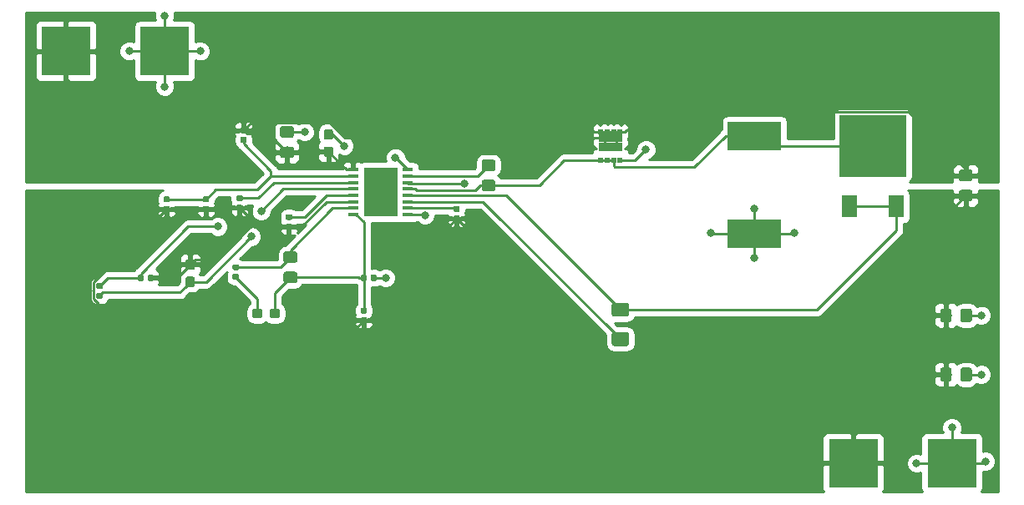
<source format=gbr>
G04 #@! TF.GenerationSoftware,KiCad,Pcbnew,5.0.2-bee76a0~70~ubuntu18.04.1*
G04 #@! TF.CreationDate,2019-04-11T17:57:36-07:00*
G04 #@! TF.ProjectId,BuckBoostInverter,4275636b-426f-46f7-9374-496e76657274,rev?*
G04 #@! TF.SameCoordinates,Original*
G04 #@! TF.FileFunction,Copper,L1,Top*
G04 #@! TF.FilePolarity,Positive*
%FSLAX46Y46*%
G04 Gerber Fmt 4.6, Leading zero omitted, Abs format (unit mm)*
G04 Created by KiCad (PCBNEW 5.0.2-bee76a0~70~ubuntu18.04.1) date Thu 11 Apr 2019 05:57:36 PM PDT*
%MOMM*%
%LPD*%
G01*
G04 APERTURE LIST*
G04 #@! TA.AperFunction,SMDPad,CuDef*
%ADD10R,0.500000X0.630000*%
G04 #@! TD*
G04 #@! TA.AperFunction,SMDPad,CuDef*
%ADD11R,1.230000X0.950000*%
G04 #@! TD*
G04 #@! TA.AperFunction,SMDPad,CuDef*
%ADD12R,5.000000X5.000000*%
G04 #@! TD*
G04 #@! TA.AperFunction,SMDPad,CuDef*
%ADD13R,6.740000X6.230000*%
G04 #@! TD*
G04 #@! TA.AperFunction,SMDPad,CuDef*
%ADD14R,1.524000X2.280000*%
G04 #@! TD*
G04 #@! TA.AperFunction,Conductor*
%ADD15C,0.100000*%
G04 #@! TD*
G04 #@! TA.AperFunction,SMDPad,CuDef*
%ADD16C,0.950000*%
G04 #@! TD*
G04 #@! TA.AperFunction,SMDPad,CuDef*
%ADD17C,1.150000*%
G04 #@! TD*
G04 #@! TA.AperFunction,SMDPad,CuDef*
%ADD18C,0.590000*%
G04 #@! TD*
G04 #@! TA.AperFunction,SMDPad,CuDef*
%ADD19R,5.400000X2.900000*%
G04 #@! TD*
G04 #@! TA.AperFunction,SMDPad,CuDef*
%ADD20C,1.425000*%
G04 #@! TD*
G04 #@! TA.AperFunction,SMDPad,CuDef*
%ADD21R,1.050000X0.450000*%
G04 #@! TD*
G04 #@! TA.AperFunction,Conductor*
%ADD22R,3.400000X5.000000*%
G04 #@! TD*
G04 #@! TA.AperFunction,ViaPad*
%ADD23C,0.600000*%
G04 #@! TD*
G04 #@! TA.AperFunction,ViaPad*
%ADD24C,0.800000*%
G04 #@! TD*
G04 #@! TA.AperFunction,Conductor*
%ADD25C,0.250000*%
G04 #@! TD*
G04 #@! TA.AperFunction,Conductor*
%ADD26C,0.254000*%
G04 #@! TD*
G04 APERTURE END LIST*
D10*
G04 #@! TO.P,Q1,1*
G04 #@! TO.N,Net-(C8-Pad1)*
X129020000Y-85700000D03*
G04 #@! TO.P,Q1,2*
X129660000Y-85700000D03*
G04 #@! TO.P,Q1,3*
X130320000Y-85700000D03*
G04 #@! TO.P,Q1,4*
G04 #@! TO.N,Net-(Q1-Pad4)*
X130960000Y-85700000D03*
G04 #@! TO.P,Q1,5*
G04 #@! TO.N,Net-(C1-Pad1)*
X130960000Y-82820000D03*
X130320000Y-82820000D03*
X129660000Y-82820000D03*
X129020000Y-82820000D03*
D11*
X130600000Y-83400000D03*
X129380000Y-83400000D03*
X130600000Y-84350000D03*
X129380000Y-84350000D03*
G04 #@! TD*
D12*
G04 #@! TO.P,J1,2*
G04 #@! TO.N,GND*
X84800000Y-74600000D03*
G04 #@! TO.P,J1,1*
G04 #@! TO.N,Net-(C1-Pad1)*
X74800000Y-74600000D03*
G04 #@! TD*
G04 #@! TO.P,J2,2*
G04 #@! TO.N,GND*
X164600000Y-116400000D03*
G04 #@! TO.P,J2,1*
G04 #@! TO.N,Net-(C11-Pad2)*
X154600000Y-116400000D03*
G04 #@! TD*
D13*
G04 #@! TO.P,D1,1*
G04 #@! TO.N,Net-(C8-Pad1)*
X156600000Y-84200000D03*
D14*
G04 #@! TO.P,D1,2*
G04 #@! TO.N,Net-(D1-Pad2)*
X158980000Y-90345000D03*
X154220000Y-90345000D03*
G04 #@! TD*
D15*
G04 #@! TO.N,Net-(C1-Pad1)*
G04 #@! TO.C,C1*
G36*
X101660779Y-84276144D02*
X101683834Y-84279563D01*
X101706443Y-84285227D01*
X101728387Y-84293079D01*
X101749457Y-84303044D01*
X101769448Y-84315026D01*
X101788168Y-84328910D01*
X101805438Y-84344562D01*
X101821090Y-84361832D01*
X101834974Y-84380552D01*
X101846956Y-84400543D01*
X101856921Y-84421613D01*
X101864773Y-84443557D01*
X101870437Y-84466166D01*
X101873856Y-84489221D01*
X101875000Y-84512500D01*
X101875000Y-85087500D01*
X101873856Y-85110779D01*
X101870437Y-85133834D01*
X101864773Y-85156443D01*
X101856921Y-85178387D01*
X101846956Y-85199457D01*
X101834974Y-85219448D01*
X101821090Y-85238168D01*
X101805438Y-85255438D01*
X101788168Y-85271090D01*
X101769448Y-85284974D01*
X101749457Y-85296956D01*
X101728387Y-85306921D01*
X101706443Y-85314773D01*
X101683834Y-85320437D01*
X101660779Y-85323856D01*
X101637500Y-85325000D01*
X101162500Y-85325000D01*
X101139221Y-85323856D01*
X101116166Y-85320437D01*
X101093557Y-85314773D01*
X101071613Y-85306921D01*
X101050543Y-85296956D01*
X101030552Y-85284974D01*
X101011832Y-85271090D01*
X100994562Y-85255438D01*
X100978910Y-85238168D01*
X100965026Y-85219448D01*
X100953044Y-85199457D01*
X100943079Y-85178387D01*
X100935227Y-85156443D01*
X100929563Y-85133834D01*
X100926144Y-85110779D01*
X100925000Y-85087500D01*
X100925000Y-84512500D01*
X100926144Y-84489221D01*
X100929563Y-84466166D01*
X100935227Y-84443557D01*
X100943079Y-84421613D01*
X100953044Y-84400543D01*
X100965026Y-84380552D01*
X100978910Y-84361832D01*
X100994562Y-84344562D01*
X101011832Y-84328910D01*
X101030552Y-84315026D01*
X101050543Y-84303044D01*
X101071613Y-84293079D01*
X101093557Y-84285227D01*
X101116166Y-84279563D01*
X101139221Y-84276144D01*
X101162500Y-84275000D01*
X101637500Y-84275000D01*
X101660779Y-84276144D01*
X101660779Y-84276144D01*
G37*
D16*
G04 #@! TD*
G04 #@! TO.P,C1,1*
G04 #@! TO.N,Net-(C1-Pad1)*
X101400000Y-84800000D03*
D15*
G04 #@! TO.N,GND*
G04 #@! TO.C,C1*
G36*
X101660779Y-82526144D02*
X101683834Y-82529563D01*
X101706443Y-82535227D01*
X101728387Y-82543079D01*
X101749457Y-82553044D01*
X101769448Y-82565026D01*
X101788168Y-82578910D01*
X101805438Y-82594562D01*
X101821090Y-82611832D01*
X101834974Y-82630552D01*
X101846956Y-82650543D01*
X101856921Y-82671613D01*
X101864773Y-82693557D01*
X101870437Y-82716166D01*
X101873856Y-82739221D01*
X101875000Y-82762500D01*
X101875000Y-83337500D01*
X101873856Y-83360779D01*
X101870437Y-83383834D01*
X101864773Y-83406443D01*
X101856921Y-83428387D01*
X101846956Y-83449457D01*
X101834974Y-83469448D01*
X101821090Y-83488168D01*
X101805438Y-83505438D01*
X101788168Y-83521090D01*
X101769448Y-83534974D01*
X101749457Y-83546956D01*
X101728387Y-83556921D01*
X101706443Y-83564773D01*
X101683834Y-83570437D01*
X101660779Y-83573856D01*
X101637500Y-83575000D01*
X101162500Y-83575000D01*
X101139221Y-83573856D01*
X101116166Y-83570437D01*
X101093557Y-83564773D01*
X101071613Y-83556921D01*
X101050543Y-83546956D01*
X101030552Y-83534974D01*
X101011832Y-83521090D01*
X100994562Y-83505438D01*
X100978910Y-83488168D01*
X100965026Y-83469448D01*
X100953044Y-83449457D01*
X100943079Y-83428387D01*
X100935227Y-83406443D01*
X100929563Y-83383834D01*
X100926144Y-83360779D01*
X100925000Y-83337500D01*
X100925000Y-82762500D01*
X100926144Y-82739221D01*
X100929563Y-82716166D01*
X100935227Y-82693557D01*
X100943079Y-82671613D01*
X100953044Y-82650543D01*
X100965026Y-82630552D01*
X100978910Y-82611832D01*
X100994562Y-82594562D01*
X101011832Y-82578910D01*
X101030552Y-82565026D01*
X101050543Y-82553044D01*
X101071613Y-82543079D01*
X101093557Y-82535227D01*
X101116166Y-82529563D01*
X101139221Y-82526144D01*
X101162500Y-82525000D01*
X101637500Y-82525000D01*
X101660779Y-82526144D01*
X101660779Y-82526144D01*
G37*
D16*
G04 #@! TD*
G04 #@! TO.P,C1,2*
G04 #@! TO.N,GND*
X101400000Y-83050000D03*
D15*
G04 #@! TO.N,GND*
G04 #@! TO.C,C2*
G36*
X97674505Y-82226204D02*
X97698773Y-82229804D01*
X97722572Y-82235765D01*
X97745671Y-82244030D01*
X97767850Y-82254520D01*
X97788893Y-82267132D01*
X97808599Y-82281747D01*
X97826777Y-82298223D01*
X97843253Y-82316401D01*
X97857868Y-82336107D01*
X97870480Y-82357150D01*
X97880970Y-82379329D01*
X97889235Y-82402428D01*
X97895196Y-82426227D01*
X97898796Y-82450495D01*
X97900000Y-82474999D01*
X97900000Y-83125001D01*
X97898796Y-83149505D01*
X97895196Y-83173773D01*
X97889235Y-83197572D01*
X97880970Y-83220671D01*
X97870480Y-83242850D01*
X97857868Y-83263893D01*
X97843253Y-83283599D01*
X97826777Y-83301777D01*
X97808599Y-83318253D01*
X97788893Y-83332868D01*
X97767850Y-83345480D01*
X97745671Y-83355970D01*
X97722572Y-83364235D01*
X97698773Y-83370196D01*
X97674505Y-83373796D01*
X97650001Y-83375000D01*
X96749999Y-83375000D01*
X96725495Y-83373796D01*
X96701227Y-83370196D01*
X96677428Y-83364235D01*
X96654329Y-83355970D01*
X96632150Y-83345480D01*
X96611107Y-83332868D01*
X96591401Y-83318253D01*
X96573223Y-83301777D01*
X96556747Y-83283599D01*
X96542132Y-83263893D01*
X96529520Y-83242850D01*
X96519030Y-83220671D01*
X96510765Y-83197572D01*
X96504804Y-83173773D01*
X96501204Y-83149505D01*
X96500000Y-83125001D01*
X96500000Y-82474999D01*
X96501204Y-82450495D01*
X96504804Y-82426227D01*
X96510765Y-82402428D01*
X96519030Y-82379329D01*
X96529520Y-82357150D01*
X96542132Y-82336107D01*
X96556747Y-82316401D01*
X96573223Y-82298223D01*
X96591401Y-82281747D01*
X96611107Y-82267132D01*
X96632150Y-82254520D01*
X96654329Y-82244030D01*
X96677428Y-82235765D01*
X96701227Y-82229804D01*
X96725495Y-82226204D01*
X96749999Y-82225000D01*
X97650001Y-82225000D01*
X97674505Y-82226204D01*
X97674505Y-82226204D01*
G37*
D17*
G04 #@! TD*
G04 #@! TO.P,C2,2*
G04 #@! TO.N,GND*
X97200000Y-82800000D03*
D15*
G04 #@! TO.N,Net-(C1-Pad1)*
G04 #@! TO.C,C2*
G36*
X97674505Y-84276204D02*
X97698773Y-84279804D01*
X97722572Y-84285765D01*
X97745671Y-84294030D01*
X97767850Y-84304520D01*
X97788893Y-84317132D01*
X97808599Y-84331747D01*
X97826777Y-84348223D01*
X97843253Y-84366401D01*
X97857868Y-84386107D01*
X97870480Y-84407150D01*
X97880970Y-84429329D01*
X97889235Y-84452428D01*
X97895196Y-84476227D01*
X97898796Y-84500495D01*
X97900000Y-84524999D01*
X97900000Y-85175001D01*
X97898796Y-85199505D01*
X97895196Y-85223773D01*
X97889235Y-85247572D01*
X97880970Y-85270671D01*
X97870480Y-85292850D01*
X97857868Y-85313893D01*
X97843253Y-85333599D01*
X97826777Y-85351777D01*
X97808599Y-85368253D01*
X97788893Y-85382868D01*
X97767850Y-85395480D01*
X97745671Y-85405970D01*
X97722572Y-85414235D01*
X97698773Y-85420196D01*
X97674505Y-85423796D01*
X97650001Y-85425000D01*
X96749999Y-85425000D01*
X96725495Y-85423796D01*
X96701227Y-85420196D01*
X96677428Y-85414235D01*
X96654329Y-85405970D01*
X96632150Y-85395480D01*
X96611107Y-85382868D01*
X96591401Y-85368253D01*
X96573223Y-85351777D01*
X96556747Y-85333599D01*
X96542132Y-85313893D01*
X96529520Y-85292850D01*
X96519030Y-85270671D01*
X96510765Y-85247572D01*
X96504804Y-85223773D01*
X96501204Y-85199505D01*
X96500000Y-85175001D01*
X96500000Y-84524999D01*
X96501204Y-84500495D01*
X96504804Y-84476227D01*
X96510765Y-84452428D01*
X96519030Y-84429329D01*
X96529520Y-84407150D01*
X96542132Y-84386107D01*
X96556747Y-84366401D01*
X96573223Y-84348223D01*
X96591401Y-84331747D01*
X96611107Y-84317132D01*
X96632150Y-84304520D01*
X96654329Y-84294030D01*
X96677428Y-84285765D01*
X96701227Y-84279804D01*
X96725495Y-84276204D01*
X96749999Y-84275000D01*
X97650001Y-84275000D01*
X97674505Y-84276204D01*
X97674505Y-84276204D01*
G37*
D17*
G04 #@! TD*
G04 #@! TO.P,C2,1*
G04 #@! TO.N,Net-(C1-Pad1)*
X97200000Y-84850000D03*
D15*
G04 #@! TO.N,Net-(C11-Pad2)*
G04 #@! TO.C,C3*
G36*
X85186958Y-90305710D02*
X85201276Y-90307834D01*
X85215317Y-90311351D01*
X85228946Y-90316228D01*
X85242031Y-90322417D01*
X85254447Y-90329858D01*
X85266073Y-90338481D01*
X85276798Y-90348202D01*
X85286519Y-90358927D01*
X85295142Y-90370553D01*
X85302583Y-90382969D01*
X85308772Y-90396054D01*
X85313649Y-90409683D01*
X85317166Y-90423724D01*
X85319290Y-90438042D01*
X85320000Y-90452500D01*
X85320000Y-90747500D01*
X85319290Y-90761958D01*
X85317166Y-90776276D01*
X85313649Y-90790317D01*
X85308772Y-90803946D01*
X85302583Y-90817031D01*
X85295142Y-90829447D01*
X85286519Y-90841073D01*
X85276798Y-90851798D01*
X85266073Y-90861519D01*
X85254447Y-90870142D01*
X85242031Y-90877583D01*
X85228946Y-90883772D01*
X85215317Y-90888649D01*
X85201276Y-90892166D01*
X85186958Y-90894290D01*
X85172500Y-90895000D01*
X84827500Y-90895000D01*
X84813042Y-90894290D01*
X84798724Y-90892166D01*
X84784683Y-90888649D01*
X84771054Y-90883772D01*
X84757969Y-90877583D01*
X84745553Y-90870142D01*
X84733927Y-90861519D01*
X84723202Y-90851798D01*
X84713481Y-90841073D01*
X84704858Y-90829447D01*
X84697417Y-90817031D01*
X84691228Y-90803946D01*
X84686351Y-90790317D01*
X84682834Y-90776276D01*
X84680710Y-90761958D01*
X84680000Y-90747500D01*
X84680000Y-90452500D01*
X84680710Y-90438042D01*
X84682834Y-90423724D01*
X84686351Y-90409683D01*
X84691228Y-90396054D01*
X84697417Y-90382969D01*
X84704858Y-90370553D01*
X84713481Y-90358927D01*
X84723202Y-90348202D01*
X84733927Y-90338481D01*
X84745553Y-90329858D01*
X84757969Y-90322417D01*
X84771054Y-90316228D01*
X84784683Y-90311351D01*
X84798724Y-90307834D01*
X84813042Y-90305710D01*
X84827500Y-90305000D01*
X85172500Y-90305000D01*
X85186958Y-90305710D01*
X85186958Y-90305710D01*
G37*
D18*
G04 #@! TD*
G04 #@! TO.P,C3,2*
G04 #@! TO.N,Net-(C11-Pad2)*
X85000000Y-90600000D03*
D15*
G04 #@! TO.N,Net-(C3-Pad1)*
G04 #@! TO.C,C3*
G36*
X85186958Y-89335710D02*
X85201276Y-89337834D01*
X85215317Y-89341351D01*
X85228946Y-89346228D01*
X85242031Y-89352417D01*
X85254447Y-89359858D01*
X85266073Y-89368481D01*
X85276798Y-89378202D01*
X85286519Y-89388927D01*
X85295142Y-89400553D01*
X85302583Y-89412969D01*
X85308772Y-89426054D01*
X85313649Y-89439683D01*
X85317166Y-89453724D01*
X85319290Y-89468042D01*
X85320000Y-89482500D01*
X85320000Y-89777500D01*
X85319290Y-89791958D01*
X85317166Y-89806276D01*
X85313649Y-89820317D01*
X85308772Y-89833946D01*
X85302583Y-89847031D01*
X85295142Y-89859447D01*
X85286519Y-89871073D01*
X85276798Y-89881798D01*
X85266073Y-89891519D01*
X85254447Y-89900142D01*
X85242031Y-89907583D01*
X85228946Y-89913772D01*
X85215317Y-89918649D01*
X85201276Y-89922166D01*
X85186958Y-89924290D01*
X85172500Y-89925000D01*
X84827500Y-89925000D01*
X84813042Y-89924290D01*
X84798724Y-89922166D01*
X84784683Y-89918649D01*
X84771054Y-89913772D01*
X84757969Y-89907583D01*
X84745553Y-89900142D01*
X84733927Y-89891519D01*
X84723202Y-89881798D01*
X84713481Y-89871073D01*
X84704858Y-89859447D01*
X84697417Y-89847031D01*
X84691228Y-89833946D01*
X84686351Y-89820317D01*
X84682834Y-89806276D01*
X84680710Y-89791958D01*
X84680000Y-89777500D01*
X84680000Y-89482500D01*
X84680710Y-89468042D01*
X84682834Y-89453724D01*
X84686351Y-89439683D01*
X84691228Y-89426054D01*
X84697417Y-89412969D01*
X84704858Y-89400553D01*
X84713481Y-89388927D01*
X84723202Y-89378202D01*
X84733927Y-89368481D01*
X84745553Y-89359858D01*
X84757969Y-89352417D01*
X84771054Y-89346228D01*
X84784683Y-89341351D01*
X84798724Y-89337834D01*
X84813042Y-89335710D01*
X84827500Y-89335000D01*
X85172500Y-89335000D01*
X85186958Y-89335710D01*
X85186958Y-89335710D01*
G37*
D18*
G04 #@! TD*
G04 #@! TO.P,C3,1*
G04 #@! TO.N,Net-(C3-Pad1)*
X85000000Y-89630000D03*
D15*
G04 #@! TO.N,Net-(C4-Pad1)*
G04 #@! TO.C,C4*
G36*
X114586958Y-90305710D02*
X114601276Y-90307834D01*
X114615317Y-90311351D01*
X114628946Y-90316228D01*
X114642031Y-90322417D01*
X114654447Y-90329858D01*
X114666073Y-90338481D01*
X114676798Y-90348202D01*
X114686519Y-90358927D01*
X114695142Y-90370553D01*
X114702583Y-90382969D01*
X114708772Y-90396054D01*
X114713649Y-90409683D01*
X114717166Y-90423724D01*
X114719290Y-90438042D01*
X114720000Y-90452500D01*
X114720000Y-90747500D01*
X114719290Y-90761958D01*
X114717166Y-90776276D01*
X114713649Y-90790317D01*
X114708772Y-90803946D01*
X114702583Y-90817031D01*
X114695142Y-90829447D01*
X114686519Y-90841073D01*
X114676798Y-90851798D01*
X114666073Y-90861519D01*
X114654447Y-90870142D01*
X114642031Y-90877583D01*
X114628946Y-90883772D01*
X114615317Y-90888649D01*
X114601276Y-90892166D01*
X114586958Y-90894290D01*
X114572500Y-90895000D01*
X114227500Y-90895000D01*
X114213042Y-90894290D01*
X114198724Y-90892166D01*
X114184683Y-90888649D01*
X114171054Y-90883772D01*
X114157969Y-90877583D01*
X114145553Y-90870142D01*
X114133927Y-90861519D01*
X114123202Y-90851798D01*
X114113481Y-90841073D01*
X114104858Y-90829447D01*
X114097417Y-90817031D01*
X114091228Y-90803946D01*
X114086351Y-90790317D01*
X114082834Y-90776276D01*
X114080710Y-90761958D01*
X114080000Y-90747500D01*
X114080000Y-90452500D01*
X114080710Y-90438042D01*
X114082834Y-90423724D01*
X114086351Y-90409683D01*
X114091228Y-90396054D01*
X114097417Y-90382969D01*
X114104858Y-90370553D01*
X114113481Y-90358927D01*
X114123202Y-90348202D01*
X114133927Y-90338481D01*
X114145553Y-90329858D01*
X114157969Y-90322417D01*
X114171054Y-90316228D01*
X114184683Y-90311351D01*
X114198724Y-90307834D01*
X114213042Y-90305710D01*
X114227500Y-90305000D01*
X114572500Y-90305000D01*
X114586958Y-90305710D01*
X114586958Y-90305710D01*
G37*
D18*
G04 #@! TD*
G04 #@! TO.P,C4,1*
G04 #@! TO.N,Net-(C4-Pad1)*
X114400000Y-90600000D03*
D15*
G04 #@! TO.N,Net-(C11-Pad2)*
G04 #@! TO.C,C4*
G36*
X114586958Y-91275710D02*
X114601276Y-91277834D01*
X114615317Y-91281351D01*
X114628946Y-91286228D01*
X114642031Y-91292417D01*
X114654447Y-91299858D01*
X114666073Y-91308481D01*
X114676798Y-91318202D01*
X114686519Y-91328927D01*
X114695142Y-91340553D01*
X114702583Y-91352969D01*
X114708772Y-91366054D01*
X114713649Y-91379683D01*
X114717166Y-91393724D01*
X114719290Y-91408042D01*
X114720000Y-91422500D01*
X114720000Y-91717500D01*
X114719290Y-91731958D01*
X114717166Y-91746276D01*
X114713649Y-91760317D01*
X114708772Y-91773946D01*
X114702583Y-91787031D01*
X114695142Y-91799447D01*
X114686519Y-91811073D01*
X114676798Y-91821798D01*
X114666073Y-91831519D01*
X114654447Y-91840142D01*
X114642031Y-91847583D01*
X114628946Y-91853772D01*
X114615317Y-91858649D01*
X114601276Y-91862166D01*
X114586958Y-91864290D01*
X114572500Y-91865000D01*
X114227500Y-91865000D01*
X114213042Y-91864290D01*
X114198724Y-91862166D01*
X114184683Y-91858649D01*
X114171054Y-91853772D01*
X114157969Y-91847583D01*
X114145553Y-91840142D01*
X114133927Y-91831519D01*
X114123202Y-91821798D01*
X114113481Y-91811073D01*
X114104858Y-91799447D01*
X114097417Y-91787031D01*
X114091228Y-91773946D01*
X114086351Y-91760317D01*
X114082834Y-91746276D01*
X114080710Y-91731958D01*
X114080000Y-91717500D01*
X114080000Y-91422500D01*
X114080710Y-91408042D01*
X114082834Y-91393724D01*
X114086351Y-91379683D01*
X114091228Y-91366054D01*
X114097417Y-91352969D01*
X114104858Y-91340553D01*
X114113481Y-91328927D01*
X114123202Y-91318202D01*
X114133927Y-91308481D01*
X114145553Y-91299858D01*
X114157969Y-91292417D01*
X114171054Y-91286228D01*
X114184683Y-91281351D01*
X114198724Y-91277834D01*
X114213042Y-91275710D01*
X114227500Y-91275000D01*
X114572500Y-91275000D01*
X114586958Y-91275710D01*
X114586958Y-91275710D01*
G37*
D18*
G04 #@! TD*
G04 #@! TO.P,C4,2*
G04 #@! TO.N,Net-(C11-Pad2)*
X114400000Y-91570000D03*
D15*
G04 #@! TO.N,Net-(C5-Pad1)*
G04 #@! TO.C,C5*
G36*
X87660779Y-97476144D02*
X87683834Y-97479563D01*
X87706443Y-97485227D01*
X87728387Y-97493079D01*
X87749457Y-97503044D01*
X87769448Y-97515026D01*
X87788168Y-97528910D01*
X87805438Y-97544562D01*
X87821090Y-97561832D01*
X87834974Y-97580552D01*
X87846956Y-97600543D01*
X87856921Y-97621613D01*
X87864773Y-97643557D01*
X87870437Y-97666166D01*
X87873856Y-97689221D01*
X87875000Y-97712500D01*
X87875000Y-98287500D01*
X87873856Y-98310779D01*
X87870437Y-98333834D01*
X87864773Y-98356443D01*
X87856921Y-98378387D01*
X87846956Y-98399457D01*
X87834974Y-98419448D01*
X87821090Y-98438168D01*
X87805438Y-98455438D01*
X87788168Y-98471090D01*
X87769448Y-98484974D01*
X87749457Y-98496956D01*
X87728387Y-98506921D01*
X87706443Y-98514773D01*
X87683834Y-98520437D01*
X87660779Y-98523856D01*
X87637500Y-98525000D01*
X87162500Y-98525000D01*
X87139221Y-98523856D01*
X87116166Y-98520437D01*
X87093557Y-98514773D01*
X87071613Y-98506921D01*
X87050543Y-98496956D01*
X87030552Y-98484974D01*
X87011832Y-98471090D01*
X86994562Y-98455438D01*
X86978910Y-98438168D01*
X86965026Y-98419448D01*
X86953044Y-98399457D01*
X86943079Y-98378387D01*
X86935227Y-98356443D01*
X86929563Y-98333834D01*
X86926144Y-98310779D01*
X86925000Y-98287500D01*
X86925000Y-97712500D01*
X86926144Y-97689221D01*
X86929563Y-97666166D01*
X86935227Y-97643557D01*
X86943079Y-97621613D01*
X86953044Y-97600543D01*
X86965026Y-97580552D01*
X86978910Y-97561832D01*
X86994562Y-97544562D01*
X87011832Y-97528910D01*
X87030552Y-97515026D01*
X87050543Y-97503044D01*
X87071613Y-97493079D01*
X87093557Y-97485227D01*
X87116166Y-97479563D01*
X87139221Y-97476144D01*
X87162500Y-97475000D01*
X87637500Y-97475000D01*
X87660779Y-97476144D01*
X87660779Y-97476144D01*
G37*
D16*
G04 #@! TD*
G04 #@! TO.P,C5,1*
G04 #@! TO.N,Net-(C5-Pad1)*
X87400000Y-98000000D03*
D15*
G04 #@! TO.N,Net-(C11-Pad2)*
G04 #@! TO.C,C5*
G36*
X87660779Y-95726144D02*
X87683834Y-95729563D01*
X87706443Y-95735227D01*
X87728387Y-95743079D01*
X87749457Y-95753044D01*
X87769448Y-95765026D01*
X87788168Y-95778910D01*
X87805438Y-95794562D01*
X87821090Y-95811832D01*
X87834974Y-95830552D01*
X87846956Y-95850543D01*
X87856921Y-95871613D01*
X87864773Y-95893557D01*
X87870437Y-95916166D01*
X87873856Y-95939221D01*
X87875000Y-95962500D01*
X87875000Y-96537500D01*
X87873856Y-96560779D01*
X87870437Y-96583834D01*
X87864773Y-96606443D01*
X87856921Y-96628387D01*
X87846956Y-96649457D01*
X87834974Y-96669448D01*
X87821090Y-96688168D01*
X87805438Y-96705438D01*
X87788168Y-96721090D01*
X87769448Y-96734974D01*
X87749457Y-96746956D01*
X87728387Y-96756921D01*
X87706443Y-96764773D01*
X87683834Y-96770437D01*
X87660779Y-96773856D01*
X87637500Y-96775000D01*
X87162500Y-96775000D01*
X87139221Y-96773856D01*
X87116166Y-96770437D01*
X87093557Y-96764773D01*
X87071613Y-96756921D01*
X87050543Y-96746956D01*
X87030552Y-96734974D01*
X87011832Y-96721090D01*
X86994562Y-96705438D01*
X86978910Y-96688168D01*
X86965026Y-96669448D01*
X86953044Y-96649457D01*
X86943079Y-96628387D01*
X86935227Y-96606443D01*
X86929563Y-96583834D01*
X86926144Y-96560779D01*
X86925000Y-96537500D01*
X86925000Y-95962500D01*
X86926144Y-95939221D01*
X86929563Y-95916166D01*
X86935227Y-95893557D01*
X86943079Y-95871613D01*
X86953044Y-95850543D01*
X86965026Y-95830552D01*
X86978910Y-95811832D01*
X86994562Y-95794562D01*
X87011832Y-95778910D01*
X87030552Y-95765026D01*
X87050543Y-95753044D01*
X87071613Y-95743079D01*
X87093557Y-95735227D01*
X87116166Y-95729563D01*
X87139221Y-95726144D01*
X87162500Y-95725000D01*
X87637500Y-95725000D01*
X87660779Y-95726144D01*
X87660779Y-95726144D01*
G37*
D16*
G04 #@! TD*
G04 #@! TO.P,C5,2*
G04 #@! TO.N,Net-(C11-Pad2)*
X87400000Y-96250000D03*
D15*
G04 #@! TO.N,Net-(C11-Pad2)*
G04 #@! TO.C,C6*
G36*
X83531958Y-97280710D02*
X83546276Y-97282834D01*
X83560317Y-97286351D01*
X83573946Y-97291228D01*
X83587031Y-97297417D01*
X83599447Y-97304858D01*
X83611073Y-97313481D01*
X83621798Y-97323202D01*
X83631519Y-97333927D01*
X83640142Y-97345553D01*
X83647583Y-97357969D01*
X83653772Y-97371054D01*
X83658649Y-97384683D01*
X83662166Y-97398724D01*
X83664290Y-97413042D01*
X83665000Y-97427500D01*
X83665000Y-97772500D01*
X83664290Y-97786958D01*
X83662166Y-97801276D01*
X83658649Y-97815317D01*
X83653772Y-97828946D01*
X83647583Y-97842031D01*
X83640142Y-97854447D01*
X83631519Y-97866073D01*
X83621798Y-97876798D01*
X83611073Y-97886519D01*
X83599447Y-97895142D01*
X83587031Y-97902583D01*
X83573946Y-97908772D01*
X83560317Y-97913649D01*
X83546276Y-97917166D01*
X83531958Y-97919290D01*
X83517500Y-97920000D01*
X83222500Y-97920000D01*
X83208042Y-97919290D01*
X83193724Y-97917166D01*
X83179683Y-97913649D01*
X83166054Y-97908772D01*
X83152969Y-97902583D01*
X83140553Y-97895142D01*
X83128927Y-97886519D01*
X83118202Y-97876798D01*
X83108481Y-97866073D01*
X83099858Y-97854447D01*
X83092417Y-97842031D01*
X83086228Y-97828946D01*
X83081351Y-97815317D01*
X83077834Y-97801276D01*
X83075710Y-97786958D01*
X83075000Y-97772500D01*
X83075000Y-97427500D01*
X83075710Y-97413042D01*
X83077834Y-97398724D01*
X83081351Y-97384683D01*
X83086228Y-97371054D01*
X83092417Y-97357969D01*
X83099858Y-97345553D01*
X83108481Y-97333927D01*
X83118202Y-97323202D01*
X83128927Y-97313481D01*
X83140553Y-97304858D01*
X83152969Y-97297417D01*
X83166054Y-97291228D01*
X83179683Y-97286351D01*
X83193724Y-97282834D01*
X83208042Y-97280710D01*
X83222500Y-97280000D01*
X83517500Y-97280000D01*
X83531958Y-97280710D01*
X83531958Y-97280710D01*
G37*
D18*
G04 #@! TD*
G04 #@! TO.P,C6,2*
G04 #@! TO.N,Net-(C11-Pad2)*
X83370000Y-97600000D03*
D15*
G04 #@! TO.N,Net-(C6-Pad1)*
G04 #@! TO.C,C6*
G36*
X82561958Y-97280710D02*
X82576276Y-97282834D01*
X82590317Y-97286351D01*
X82603946Y-97291228D01*
X82617031Y-97297417D01*
X82629447Y-97304858D01*
X82641073Y-97313481D01*
X82651798Y-97323202D01*
X82661519Y-97333927D01*
X82670142Y-97345553D01*
X82677583Y-97357969D01*
X82683772Y-97371054D01*
X82688649Y-97384683D01*
X82692166Y-97398724D01*
X82694290Y-97413042D01*
X82695000Y-97427500D01*
X82695000Y-97772500D01*
X82694290Y-97786958D01*
X82692166Y-97801276D01*
X82688649Y-97815317D01*
X82683772Y-97828946D01*
X82677583Y-97842031D01*
X82670142Y-97854447D01*
X82661519Y-97866073D01*
X82651798Y-97876798D01*
X82641073Y-97886519D01*
X82629447Y-97895142D01*
X82617031Y-97902583D01*
X82603946Y-97908772D01*
X82590317Y-97913649D01*
X82576276Y-97917166D01*
X82561958Y-97919290D01*
X82547500Y-97920000D01*
X82252500Y-97920000D01*
X82238042Y-97919290D01*
X82223724Y-97917166D01*
X82209683Y-97913649D01*
X82196054Y-97908772D01*
X82182969Y-97902583D01*
X82170553Y-97895142D01*
X82158927Y-97886519D01*
X82148202Y-97876798D01*
X82138481Y-97866073D01*
X82129858Y-97854447D01*
X82122417Y-97842031D01*
X82116228Y-97828946D01*
X82111351Y-97815317D01*
X82107834Y-97801276D01*
X82105710Y-97786958D01*
X82105000Y-97772500D01*
X82105000Y-97427500D01*
X82105710Y-97413042D01*
X82107834Y-97398724D01*
X82111351Y-97384683D01*
X82116228Y-97371054D01*
X82122417Y-97357969D01*
X82129858Y-97345553D01*
X82138481Y-97333927D01*
X82148202Y-97323202D01*
X82158927Y-97313481D01*
X82170553Y-97304858D01*
X82182969Y-97297417D01*
X82196054Y-97291228D01*
X82209683Y-97286351D01*
X82223724Y-97282834D01*
X82238042Y-97280710D01*
X82252500Y-97280000D01*
X82547500Y-97280000D01*
X82561958Y-97280710D01*
X82561958Y-97280710D01*
G37*
D18*
G04 #@! TD*
G04 #@! TO.P,C6,1*
G04 #@! TO.N,Net-(C6-Pad1)*
X82400000Y-97600000D03*
D15*
G04 #@! TO.N,Net-(C7-Pad1)*
G04 #@! TO.C,C7*
G36*
X92586958Y-89220710D02*
X92601276Y-89222834D01*
X92615317Y-89226351D01*
X92628946Y-89231228D01*
X92642031Y-89237417D01*
X92654447Y-89244858D01*
X92666073Y-89253481D01*
X92676798Y-89263202D01*
X92686519Y-89273927D01*
X92695142Y-89285553D01*
X92702583Y-89297969D01*
X92708772Y-89311054D01*
X92713649Y-89324683D01*
X92717166Y-89338724D01*
X92719290Y-89353042D01*
X92720000Y-89367500D01*
X92720000Y-89662500D01*
X92719290Y-89676958D01*
X92717166Y-89691276D01*
X92713649Y-89705317D01*
X92708772Y-89718946D01*
X92702583Y-89732031D01*
X92695142Y-89744447D01*
X92686519Y-89756073D01*
X92676798Y-89766798D01*
X92666073Y-89776519D01*
X92654447Y-89785142D01*
X92642031Y-89792583D01*
X92628946Y-89798772D01*
X92615317Y-89803649D01*
X92601276Y-89807166D01*
X92586958Y-89809290D01*
X92572500Y-89810000D01*
X92227500Y-89810000D01*
X92213042Y-89809290D01*
X92198724Y-89807166D01*
X92184683Y-89803649D01*
X92171054Y-89798772D01*
X92157969Y-89792583D01*
X92145553Y-89785142D01*
X92133927Y-89776519D01*
X92123202Y-89766798D01*
X92113481Y-89756073D01*
X92104858Y-89744447D01*
X92097417Y-89732031D01*
X92091228Y-89718946D01*
X92086351Y-89705317D01*
X92082834Y-89691276D01*
X92080710Y-89676958D01*
X92080000Y-89662500D01*
X92080000Y-89367500D01*
X92080710Y-89353042D01*
X92082834Y-89338724D01*
X92086351Y-89324683D01*
X92091228Y-89311054D01*
X92097417Y-89297969D01*
X92104858Y-89285553D01*
X92113481Y-89273927D01*
X92123202Y-89263202D01*
X92133927Y-89253481D01*
X92145553Y-89244858D01*
X92157969Y-89237417D01*
X92171054Y-89231228D01*
X92184683Y-89226351D01*
X92198724Y-89222834D01*
X92213042Y-89220710D01*
X92227500Y-89220000D01*
X92572500Y-89220000D01*
X92586958Y-89220710D01*
X92586958Y-89220710D01*
G37*
D18*
G04 #@! TD*
G04 #@! TO.P,C7,1*
G04 #@! TO.N,Net-(C7-Pad1)*
X92400000Y-89515000D03*
D15*
G04 #@! TO.N,Net-(C11-Pad2)*
G04 #@! TO.C,C7*
G36*
X92586958Y-90190710D02*
X92601276Y-90192834D01*
X92615317Y-90196351D01*
X92628946Y-90201228D01*
X92642031Y-90207417D01*
X92654447Y-90214858D01*
X92666073Y-90223481D01*
X92676798Y-90233202D01*
X92686519Y-90243927D01*
X92695142Y-90255553D01*
X92702583Y-90267969D01*
X92708772Y-90281054D01*
X92713649Y-90294683D01*
X92717166Y-90308724D01*
X92719290Y-90323042D01*
X92720000Y-90337500D01*
X92720000Y-90632500D01*
X92719290Y-90646958D01*
X92717166Y-90661276D01*
X92713649Y-90675317D01*
X92708772Y-90688946D01*
X92702583Y-90702031D01*
X92695142Y-90714447D01*
X92686519Y-90726073D01*
X92676798Y-90736798D01*
X92666073Y-90746519D01*
X92654447Y-90755142D01*
X92642031Y-90762583D01*
X92628946Y-90768772D01*
X92615317Y-90773649D01*
X92601276Y-90777166D01*
X92586958Y-90779290D01*
X92572500Y-90780000D01*
X92227500Y-90780000D01*
X92213042Y-90779290D01*
X92198724Y-90777166D01*
X92184683Y-90773649D01*
X92171054Y-90768772D01*
X92157969Y-90762583D01*
X92145553Y-90755142D01*
X92133927Y-90746519D01*
X92123202Y-90736798D01*
X92113481Y-90726073D01*
X92104858Y-90714447D01*
X92097417Y-90702031D01*
X92091228Y-90688946D01*
X92086351Y-90675317D01*
X92082834Y-90661276D01*
X92080710Y-90646958D01*
X92080000Y-90632500D01*
X92080000Y-90337500D01*
X92080710Y-90323042D01*
X92082834Y-90308724D01*
X92086351Y-90294683D01*
X92091228Y-90281054D01*
X92097417Y-90267969D01*
X92104858Y-90255553D01*
X92113481Y-90243927D01*
X92123202Y-90233202D01*
X92133927Y-90223481D01*
X92145553Y-90214858D01*
X92157969Y-90207417D01*
X92171054Y-90201228D01*
X92184683Y-90196351D01*
X92198724Y-90192834D01*
X92213042Y-90190710D01*
X92227500Y-90190000D01*
X92572500Y-90190000D01*
X92586958Y-90190710D01*
X92586958Y-90190710D01*
G37*
D18*
G04 #@! TD*
G04 #@! TO.P,C7,2*
G04 #@! TO.N,Net-(C11-Pad2)*
X92400000Y-90485000D03*
D15*
G04 #@! TO.N,Net-(C8-Pad1)*
G04 #@! TO.C,C8*
G36*
X118099505Y-87651204D02*
X118123773Y-87654804D01*
X118147572Y-87660765D01*
X118170671Y-87669030D01*
X118192850Y-87679520D01*
X118213893Y-87692132D01*
X118233599Y-87706747D01*
X118251777Y-87723223D01*
X118268253Y-87741401D01*
X118282868Y-87761107D01*
X118295480Y-87782150D01*
X118305970Y-87804329D01*
X118314235Y-87827428D01*
X118320196Y-87851227D01*
X118323796Y-87875495D01*
X118325000Y-87899999D01*
X118325000Y-88550001D01*
X118323796Y-88574505D01*
X118320196Y-88598773D01*
X118314235Y-88622572D01*
X118305970Y-88645671D01*
X118295480Y-88667850D01*
X118282868Y-88688893D01*
X118268253Y-88708599D01*
X118251777Y-88726777D01*
X118233599Y-88743253D01*
X118213893Y-88757868D01*
X118192850Y-88770480D01*
X118170671Y-88780970D01*
X118147572Y-88789235D01*
X118123773Y-88795196D01*
X118099505Y-88798796D01*
X118075001Y-88800000D01*
X117174999Y-88800000D01*
X117150495Y-88798796D01*
X117126227Y-88795196D01*
X117102428Y-88789235D01*
X117079329Y-88780970D01*
X117057150Y-88770480D01*
X117036107Y-88757868D01*
X117016401Y-88743253D01*
X116998223Y-88726777D01*
X116981747Y-88708599D01*
X116967132Y-88688893D01*
X116954520Y-88667850D01*
X116944030Y-88645671D01*
X116935765Y-88622572D01*
X116929804Y-88598773D01*
X116926204Y-88574505D01*
X116925000Y-88550001D01*
X116925000Y-87899999D01*
X116926204Y-87875495D01*
X116929804Y-87851227D01*
X116935765Y-87827428D01*
X116944030Y-87804329D01*
X116954520Y-87782150D01*
X116967132Y-87761107D01*
X116981747Y-87741401D01*
X116998223Y-87723223D01*
X117016401Y-87706747D01*
X117036107Y-87692132D01*
X117057150Y-87679520D01*
X117079329Y-87669030D01*
X117102428Y-87660765D01*
X117126227Y-87654804D01*
X117150495Y-87651204D01*
X117174999Y-87650000D01*
X118075001Y-87650000D01*
X118099505Y-87651204D01*
X118099505Y-87651204D01*
G37*
D17*
G04 #@! TD*
G04 #@! TO.P,C8,1*
G04 #@! TO.N,Net-(C8-Pad1)*
X117625000Y-88225000D03*
D15*
G04 #@! TO.N,Net-(C8-Pad2)*
G04 #@! TO.C,C8*
G36*
X118099505Y-85601204D02*
X118123773Y-85604804D01*
X118147572Y-85610765D01*
X118170671Y-85619030D01*
X118192850Y-85629520D01*
X118213893Y-85642132D01*
X118233599Y-85656747D01*
X118251777Y-85673223D01*
X118268253Y-85691401D01*
X118282868Y-85711107D01*
X118295480Y-85732150D01*
X118305970Y-85754329D01*
X118314235Y-85777428D01*
X118320196Y-85801227D01*
X118323796Y-85825495D01*
X118325000Y-85849999D01*
X118325000Y-86500001D01*
X118323796Y-86524505D01*
X118320196Y-86548773D01*
X118314235Y-86572572D01*
X118305970Y-86595671D01*
X118295480Y-86617850D01*
X118282868Y-86638893D01*
X118268253Y-86658599D01*
X118251777Y-86676777D01*
X118233599Y-86693253D01*
X118213893Y-86707868D01*
X118192850Y-86720480D01*
X118170671Y-86730970D01*
X118147572Y-86739235D01*
X118123773Y-86745196D01*
X118099505Y-86748796D01*
X118075001Y-86750000D01*
X117174999Y-86750000D01*
X117150495Y-86748796D01*
X117126227Y-86745196D01*
X117102428Y-86739235D01*
X117079329Y-86730970D01*
X117057150Y-86720480D01*
X117036107Y-86707868D01*
X117016401Y-86693253D01*
X116998223Y-86676777D01*
X116981747Y-86658599D01*
X116967132Y-86638893D01*
X116954520Y-86617850D01*
X116944030Y-86595671D01*
X116935765Y-86572572D01*
X116929804Y-86548773D01*
X116926204Y-86524505D01*
X116925000Y-86500001D01*
X116925000Y-85849999D01*
X116926204Y-85825495D01*
X116929804Y-85801227D01*
X116935765Y-85777428D01*
X116944030Y-85754329D01*
X116954520Y-85732150D01*
X116967132Y-85711107D01*
X116981747Y-85691401D01*
X116998223Y-85673223D01*
X117016401Y-85656747D01*
X117036107Y-85642132D01*
X117057150Y-85629520D01*
X117079329Y-85619030D01*
X117102428Y-85610765D01*
X117126227Y-85604804D01*
X117150495Y-85601204D01*
X117174999Y-85600000D01*
X118075001Y-85600000D01*
X118099505Y-85601204D01*
X118099505Y-85601204D01*
G37*
D17*
G04 #@! TD*
G04 #@! TO.P,C8,2*
G04 #@! TO.N,Net-(C8-Pad2)*
X117625000Y-86175000D03*
D15*
G04 #@! TO.N,Net-(C9-Pad2)*
G04 #@! TO.C,C9*
G36*
X98019505Y-94921204D02*
X98043773Y-94924804D01*
X98067572Y-94930765D01*
X98090671Y-94939030D01*
X98112850Y-94949520D01*
X98133893Y-94962132D01*
X98153599Y-94976747D01*
X98171777Y-94993223D01*
X98188253Y-95011401D01*
X98202868Y-95031107D01*
X98215480Y-95052150D01*
X98225970Y-95074329D01*
X98234235Y-95097428D01*
X98240196Y-95121227D01*
X98243796Y-95145495D01*
X98245000Y-95169999D01*
X98245000Y-95820001D01*
X98243796Y-95844505D01*
X98240196Y-95868773D01*
X98234235Y-95892572D01*
X98225970Y-95915671D01*
X98215480Y-95937850D01*
X98202868Y-95958893D01*
X98188253Y-95978599D01*
X98171777Y-95996777D01*
X98153599Y-96013253D01*
X98133893Y-96027868D01*
X98112850Y-96040480D01*
X98090671Y-96050970D01*
X98067572Y-96059235D01*
X98043773Y-96065196D01*
X98019505Y-96068796D01*
X97995001Y-96070000D01*
X97094999Y-96070000D01*
X97070495Y-96068796D01*
X97046227Y-96065196D01*
X97022428Y-96059235D01*
X96999329Y-96050970D01*
X96977150Y-96040480D01*
X96956107Y-96027868D01*
X96936401Y-96013253D01*
X96918223Y-95996777D01*
X96901747Y-95978599D01*
X96887132Y-95958893D01*
X96874520Y-95937850D01*
X96864030Y-95915671D01*
X96855765Y-95892572D01*
X96849804Y-95868773D01*
X96846204Y-95844505D01*
X96845000Y-95820001D01*
X96845000Y-95169999D01*
X96846204Y-95145495D01*
X96849804Y-95121227D01*
X96855765Y-95097428D01*
X96864030Y-95074329D01*
X96874520Y-95052150D01*
X96887132Y-95031107D01*
X96901747Y-95011401D01*
X96918223Y-94993223D01*
X96936401Y-94976747D01*
X96956107Y-94962132D01*
X96977150Y-94949520D01*
X96999329Y-94939030D01*
X97022428Y-94930765D01*
X97046227Y-94924804D01*
X97070495Y-94921204D01*
X97094999Y-94920000D01*
X97995001Y-94920000D01*
X98019505Y-94921204D01*
X98019505Y-94921204D01*
G37*
D17*
G04 #@! TD*
G04 #@! TO.P,C9,2*
G04 #@! TO.N,Net-(C9-Pad2)*
X97545000Y-95495000D03*
D15*
G04 #@! TO.N,Net-(C10-Pad1)*
G04 #@! TO.C,C9*
G36*
X98019505Y-96971204D02*
X98043773Y-96974804D01*
X98067572Y-96980765D01*
X98090671Y-96989030D01*
X98112850Y-96999520D01*
X98133893Y-97012132D01*
X98153599Y-97026747D01*
X98171777Y-97043223D01*
X98188253Y-97061401D01*
X98202868Y-97081107D01*
X98215480Y-97102150D01*
X98225970Y-97124329D01*
X98234235Y-97147428D01*
X98240196Y-97171227D01*
X98243796Y-97195495D01*
X98245000Y-97219999D01*
X98245000Y-97870001D01*
X98243796Y-97894505D01*
X98240196Y-97918773D01*
X98234235Y-97942572D01*
X98225970Y-97965671D01*
X98215480Y-97987850D01*
X98202868Y-98008893D01*
X98188253Y-98028599D01*
X98171777Y-98046777D01*
X98153599Y-98063253D01*
X98133893Y-98077868D01*
X98112850Y-98090480D01*
X98090671Y-98100970D01*
X98067572Y-98109235D01*
X98043773Y-98115196D01*
X98019505Y-98118796D01*
X97995001Y-98120000D01*
X97094999Y-98120000D01*
X97070495Y-98118796D01*
X97046227Y-98115196D01*
X97022428Y-98109235D01*
X96999329Y-98100970D01*
X96977150Y-98090480D01*
X96956107Y-98077868D01*
X96936401Y-98063253D01*
X96918223Y-98046777D01*
X96901747Y-98028599D01*
X96887132Y-98008893D01*
X96874520Y-97987850D01*
X96864030Y-97965671D01*
X96855765Y-97942572D01*
X96849804Y-97918773D01*
X96846204Y-97894505D01*
X96845000Y-97870001D01*
X96845000Y-97219999D01*
X96846204Y-97195495D01*
X96849804Y-97171227D01*
X96855765Y-97147428D01*
X96864030Y-97124329D01*
X96874520Y-97102150D01*
X96887132Y-97081107D01*
X96901747Y-97061401D01*
X96918223Y-97043223D01*
X96936401Y-97026747D01*
X96956107Y-97012132D01*
X96977150Y-96999520D01*
X96999329Y-96989030D01*
X97022428Y-96980765D01*
X97046227Y-96974804D01*
X97070495Y-96971204D01*
X97094999Y-96970000D01*
X97995001Y-96970000D01*
X98019505Y-96971204D01*
X98019505Y-96971204D01*
G37*
D17*
G04 #@! TD*
G04 #@! TO.P,C9,1*
G04 #@! TO.N,Net-(C10-Pad1)*
X97545000Y-97545000D03*
D15*
G04 #@! TO.N,Net-(C10-Pad2)*
G04 #@! TO.C,C10*
G36*
X94510779Y-100726144D02*
X94533834Y-100729563D01*
X94556443Y-100735227D01*
X94578387Y-100743079D01*
X94599457Y-100753044D01*
X94619448Y-100765026D01*
X94638168Y-100778910D01*
X94655438Y-100794562D01*
X94671090Y-100811832D01*
X94684974Y-100830552D01*
X94696956Y-100850543D01*
X94706921Y-100871613D01*
X94714773Y-100893557D01*
X94720437Y-100916166D01*
X94723856Y-100939221D01*
X94725000Y-100962500D01*
X94725000Y-101437500D01*
X94723856Y-101460779D01*
X94720437Y-101483834D01*
X94714773Y-101506443D01*
X94706921Y-101528387D01*
X94696956Y-101549457D01*
X94684974Y-101569448D01*
X94671090Y-101588168D01*
X94655438Y-101605438D01*
X94638168Y-101621090D01*
X94619448Y-101634974D01*
X94599457Y-101646956D01*
X94578387Y-101656921D01*
X94556443Y-101664773D01*
X94533834Y-101670437D01*
X94510779Y-101673856D01*
X94487500Y-101675000D01*
X93912500Y-101675000D01*
X93889221Y-101673856D01*
X93866166Y-101670437D01*
X93843557Y-101664773D01*
X93821613Y-101656921D01*
X93800543Y-101646956D01*
X93780552Y-101634974D01*
X93761832Y-101621090D01*
X93744562Y-101605438D01*
X93728910Y-101588168D01*
X93715026Y-101569448D01*
X93703044Y-101549457D01*
X93693079Y-101528387D01*
X93685227Y-101506443D01*
X93679563Y-101483834D01*
X93676144Y-101460779D01*
X93675000Y-101437500D01*
X93675000Y-100962500D01*
X93676144Y-100939221D01*
X93679563Y-100916166D01*
X93685227Y-100893557D01*
X93693079Y-100871613D01*
X93703044Y-100850543D01*
X93715026Y-100830552D01*
X93728910Y-100811832D01*
X93744562Y-100794562D01*
X93761832Y-100778910D01*
X93780552Y-100765026D01*
X93800543Y-100753044D01*
X93821613Y-100743079D01*
X93843557Y-100735227D01*
X93866166Y-100729563D01*
X93889221Y-100726144D01*
X93912500Y-100725000D01*
X94487500Y-100725000D01*
X94510779Y-100726144D01*
X94510779Y-100726144D01*
G37*
D16*
G04 #@! TD*
G04 #@! TO.P,C10,2*
G04 #@! TO.N,Net-(C10-Pad2)*
X94200000Y-101200000D03*
D15*
G04 #@! TO.N,Net-(C10-Pad1)*
G04 #@! TO.C,C10*
G36*
X96260779Y-100726144D02*
X96283834Y-100729563D01*
X96306443Y-100735227D01*
X96328387Y-100743079D01*
X96349457Y-100753044D01*
X96369448Y-100765026D01*
X96388168Y-100778910D01*
X96405438Y-100794562D01*
X96421090Y-100811832D01*
X96434974Y-100830552D01*
X96446956Y-100850543D01*
X96456921Y-100871613D01*
X96464773Y-100893557D01*
X96470437Y-100916166D01*
X96473856Y-100939221D01*
X96475000Y-100962500D01*
X96475000Y-101437500D01*
X96473856Y-101460779D01*
X96470437Y-101483834D01*
X96464773Y-101506443D01*
X96456921Y-101528387D01*
X96446956Y-101549457D01*
X96434974Y-101569448D01*
X96421090Y-101588168D01*
X96405438Y-101605438D01*
X96388168Y-101621090D01*
X96369448Y-101634974D01*
X96349457Y-101646956D01*
X96328387Y-101656921D01*
X96306443Y-101664773D01*
X96283834Y-101670437D01*
X96260779Y-101673856D01*
X96237500Y-101675000D01*
X95662500Y-101675000D01*
X95639221Y-101673856D01*
X95616166Y-101670437D01*
X95593557Y-101664773D01*
X95571613Y-101656921D01*
X95550543Y-101646956D01*
X95530552Y-101634974D01*
X95511832Y-101621090D01*
X95494562Y-101605438D01*
X95478910Y-101588168D01*
X95465026Y-101569448D01*
X95453044Y-101549457D01*
X95443079Y-101528387D01*
X95435227Y-101506443D01*
X95429563Y-101483834D01*
X95426144Y-101460779D01*
X95425000Y-101437500D01*
X95425000Y-100962500D01*
X95426144Y-100939221D01*
X95429563Y-100916166D01*
X95435227Y-100893557D01*
X95443079Y-100871613D01*
X95453044Y-100850543D01*
X95465026Y-100830552D01*
X95478910Y-100811832D01*
X95494562Y-100794562D01*
X95511832Y-100778910D01*
X95530552Y-100765026D01*
X95550543Y-100753044D01*
X95571613Y-100743079D01*
X95593557Y-100735227D01*
X95616166Y-100729563D01*
X95639221Y-100726144D01*
X95662500Y-100725000D01*
X96237500Y-100725000D01*
X96260779Y-100726144D01*
X96260779Y-100726144D01*
G37*
D16*
G04 #@! TD*
G04 #@! TO.P,C10,1*
G04 #@! TO.N,Net-(C10-Pad1)*
X95950000Y-101200000D03*
D15*
G04 #@! TO.N,Net-(C1-Pad1)*
G04 #@! TO.C,C11*
G36*
X166474505Y-86626204D02*
X166498773Y-86629804D01*
X166522572Y-86635765D01*
X166545671Y-86644030D01*
X166567850Y-86654520D01*
X166588893Y-86667132D01*
X166608599Y-86681747D01*
X166626777Y-86698223D01*
X166643253Y-86716401D01*
X166657868Y-86736107D01*
X166670480Y-86757150D01*
X166680970Y-86779329D01*
X166689235Y-86802428D01*
X166695196Y-86826227D01*
X166698796Y-86850495D01*
X166700000Y-86874999D01*
X166700000Y-87525001D01*
X166698796Y-87549505D01*
X166695196Y-87573773D01*
X166689235Y-87597572D01*
X166680970Y-87620671D01*
X166670480Y-87642850D01*
X166657868Y-87663893D01*
X166643253Y-87683599D01*
X166626777Y-87701777D01*
X166608599Y-87718253D01*
X166588893Y-87732868D01*
X166567850Y-87745480D01*
X166545671Y-87755970D01*
X166522572Y-87764235D01*
X166498773Y-87770196D01*
X166474505Y-87773796D01*
X166450001Y-87775000D01*
X165549999Y-87775000D01*
X165525495Y-87773796D01*
X165501227Y-87770196D01*
X165477428Y-87764235D01*
X165454329Y-87755970D01*
X165432150Y-87745480D01*
X165411107Y-87732868D01*
X165391401Y-87718253D01*
X165373223Y-87701777D01*
X165356747Y-87683599D01*
X165342132Y-87663893D01*
X165329520Y-87642850D01*
X165319030Y-87620671D01*
X165310765Y-87597572D01*
X165304804Y-87573773D01*
X165301204Y-87549505D01*
X165300000Y-87525001D01*
X165300000Y-86874999D01*
X165301204Y-86850495D01*
X165304804Y-86826227D01*
X165310765Y-86802428D01*
X165319030Y-86779329D01*
X165329520Y-86757150D01*
X165342132Y-86736107D01*
X165356747Y-86716401D01*
X165373223Y-86698223D01*
X165391401Y-86681747D01*
X165411107Y-86667132D01*
X165432150Y-86654520D01*
X165454329Y-86644030D01*
X165477428Y-86635765D01*
X165501227Y-86629804D01*
X165525495Y-86626204D01*
X165549999Y-86625000D01*
X166450001Y-86625000D01*
X166474505Y-86626204D01*
X166474505Y-86626204D01*
G37*
D17*
G04 #@! TD*
G04 #@! TO.P,C11,1*
G04 #@! TO.N,Net-(C1-Pad1)*
X166000000Y-87200000D03*
D15*
G04 #@! TO.N,Net-(C11-Pad2)*
G04 #@! TO.C,C11*
G36*
X166474505Y-88676204D02*
X166498773Y-88679804D01*
X166522572Y-88685765D01*
X166545671Y-88694030D01*
X166567850Y-88704520D01*
X166588893Y-88717132D01*
X166608599Y-88731747D01*
X166626777Y-88748223D01*
X166643253Y-88766401D01*
X166657868Y-88786107D01*
X166670480Y-88807150D01*
X166680970Y-88829329D01*
X166689235Y-88852428D01*
X166695196Y-88876227D01*
X166698796Y-88900495D01*
X166700000Y-88924999D01*
X166700000Y-89575001D01*
X166698796Y-89599505D01*
X166695196Y-89623773D01*
X166689235Y-89647572D01*
X166680970Y-89670671D01*
X166670480Y-89692850D01*
X166657868Y-89713893D01*
X166643253Y-89733599D01*
X166626777Y-89751777D01*
X166608599Y-89768253D01*
X166588893Y-89782868D01*
X166567850Y-89795480D01*
X166545671Y-89805970D01*
X166522572Y-89814235D01*
X166498773Y-89820196D01*
X166474505Y-89823796D01*
X166450001Y-89825000D01*
X165549999Y-89825000D01*
X165525495Y-89823796D01*
X165501227Y-89820196D01*
X165477428Y-89814235D01*
X165454329Y-89805970D01*
X165432150Y-89795480D01*
X165411107Y-89782868D01*
X165391401Y-89768253D01*
X165373223Y-89751777D01*
X165356747Y-89733599D01*
X165342132Y-89713893D01*
X165329520Y-89692850D01*
X165319030Y-89670671D01*
X165310765Y-89647572D01*
X165304804Y-89623773D01*
X165301204Y-89599505D01*
X165300000Y-89575001D01*
X165300000Y-88924999D01*
X165301204Y-88900495D01*
X165304804Y-88876227D01*
X165310765Y-88852428D01*
X165319030Y-88829329D01*
X165329520Y-88807150D01*
X165342132Y-88786107D01*
X165356747Y-88766401D01*
X165373223Y-88748223D01*
X165391401Y-88731747D01*
X165411107Y-88717132D01*
X165432150Y-88704520D01*
X165454329Y-88694030D01*
X165477428Y-88685765D01*
X165501227Y-88679804D01*
X165525495Y-88676204D01*
X165549999Y-88675000D01*
X166450001Y-88675000D01*
X166474505Y-88676204D01*
X166474505Y-88676204D01*
G37*
D17*
G04 #@! TD*
G04 #@! TO.P,C11,2*
G04 #@! TO.N,Net-(C11-Pad2)*
X166000000Y-89250000D03*
D15*
G04 #@! TO.N,Net-(C11-Pad2)*
G04 #@! TO.C,C12*
G36*
X164349505Y-100701204D02*
X164373773Y-100704804D01*
X164397572Y-100710765D01*
X164420671Y-100719030D01*
X164442850Y-100729520D01*
X164463893Y-100742132D01*
X164483599Y-100756747D01*
X164501777Y-100773223D01*
X164518253Y-100791401D01*
X164532868Y-100811107D01*
X164545480Y-100832150D01*
X164555970Y-100854329D01*
X164564235Y-100877428D01*
X164570196Y-100901227D01*
X164573796Y-100925495D01*
X164575000Y-100949999D01*
X164575000Y-101850001D01*
X164573796Y-101874505D01*
X164570196Y-101898773D01*
X164564235Y-101922572D01*
X164555970Y-101945671D01*
X164545480Y-101967850D01*
X164532868Y-101988893D01*
X164518253Y-102008599D01*
X164501777Y-102026777D01*
X164483599Y-102043253D01*
X164463893Y-102057868D01*
X164442850Y-102070480D01*
X164420671Y-102080970D01*
X164397572Y-102089235D01*
X164373773Y-102095196D01*
X164349505Y-102098796D01*
X164325001Y-102100000D01*
X163674999Y-102100000D01*
X163650495Y-102098796D01*
X163626227Y-102095196D01*
X163602428Y-102089235D01*
X163579329Y-102080970D01*
X163557150Y-102070480D01*
X163536107Y-102057868D01*
X163516401Y-102043253D01*
X163498223Y-102026777D01*
X163481747Y-102008599D01*
X163467132Y-101988893D01*
X163454520Y-101967850D01*
X163444030Y-101945671D01*
X163435765Y-101922572D01*
X163429804Y-101898773D01*
X163426204Y-101874505D01*
X163425000Y-101850001D01*
X163425000Y-100949999D01*
X163426204Y-100925495D01*
X163429804Y-100901227D01*
X163435765Y-100877428D01*
X163444030Y-100854329D01*
X163454520Y-100832150D01*
X163467132Y-100811107D01*
X163481747Y-100791401D01*
X163498223Y-100773223D01*
X163516401Y-100756747D01*
X163536107Y-100742132D01*
X163557150Y-100729520D01*
X163579329Y-100719030D01*
X163602428Y-100710765D01*
X163626227Y-100704804D01*
X163650495Y-100701204D01*
X163674999Y-100700000D01*
X164325001Y-100700000D01*
X164349505Y-100701204D01*
X164349505Y-100701204D01*
G37*
D17*
G04 #@! TD*
G04 #@! TO.P,C12,2*
G04 #@! TO.N,Net-(C11-Pad2)*
X164000000Y-101400000D03*
D15*
G04 #@! TO.N,GND*
G04 #@! TO.C,C12*
G36*
X166399505Y-100701204D02*
X166423773Y-100704804D01*
X166447572Y-100710765D01*
X166470671Y-100719030D01*
X166492850Y-100729520D01*
X166513893Y-100742132D01*
X166533599Y-100756747D01*
X166551777Y-100773223D01*
X166568253Y-100791401D01*
X166582868Y-100811107D01*
X166595480Y-100832150D01*
X166605970Y-100854329D01*
X166614235Y-100877428D01*
X166620196Y-100901227D01*
X166623796Y-100925495D01*
X166625000Y-100949999D01*
X166625000Y-101850001D01*
X166623796Y-101874505D01*
X166620196Y-101898773D01*
X166614235Y-101922572D01*
X166605970Y-101945671D01*
X166595480Y-101967850D01*
X166582868Y-101988893D01*
X166568253Y-102008599D01*
X166551777Y-102026777D01*
X166533599Y-102043253D01*
X166513893Y-102057868D01*
X166492850Y-102070480D01*
X166470671Y-102080970D01*
X166447572Y-102089235D01*
X166423773Y-102095196D01*
X166399505Y-102098796D01*
X166375001Y-102100000D01*
X165724999Y-102100000D01*
X165700495Y-102098796D01*
X165676227Y-102095196D01*
X165652428Y-102089235D01*
X165629329Y-102080970D01*
X165607150Y-102070480D01*
X165586107Y-102057868D01*
X165566401Y-102043253D01*
X165548223Y-102026777D01*
X165531747Y-102008599D01*
X165517132Y-101988893D01*
X165504520Y-101967850D01*
X165494030Y-101945671D01*
X165485765Y-101922572D01*
X165479804Y-101898773D01*
X165476204Y-101874505D01*
X165475000Y-101850001D01*
X165475000Y-100949999D01*
X165476204Y-100925495D01*
X165479804Y-100901227D01*
X165485765Y-100877428D01*
X165494030Y-100854329D01*
X165504520Y-100832150D01*
X165517132Y-100811107D01*
X165531747Y-100791401D01*
X165548223Y-100773223D01*
X165566401Y-100756747D01*
X165586107Y-100742132D01*
X165607150Y-100729520D01*
X165629329Y-100719030D01*
X165652428Y-100710765D01*
X165676227Y-100704804D01*
X165700495Y-100701204D01*
X165724999Y-100700000D01*
X166375001Y-100700000D01*
X166399505Y-100701204D01*
X166399505Y-100701204D01*
G37*
D17*
G04 #@! TD*
G04 #@! TO.P,C12,1*
G04 #@! TO.N,GND*
X166050000Y-101400000D03*
D15*
G04 #@! TO.N,GND*
G04 #@! TO.C,C13*
G36*
X166399505Y-106701204D02*
X166423773Y-106704804D01*
X166447572Y-106710765D01*
X166470671Y-106719030D01*
X166492850Y-106729520D01*
X166513893Y-106742132D01*
X166533599Y-106756747D01*
X166551777Y-106773223D01*
X166568253Y-106791401D01*
X166582868Y-106811107D01*
X166595480Y-106832150D01*
X166605970Y-106854329D01*
X166614235Y-106877428D01*
X166620196Y-106901227D01*
X166623796Y-106925495D01*
X166625000Y-106949999D01*
X166625000Y-107850001D01*
X166623796Y-107874505D01*
X166620196Y-107898773D01*
X166614235Y-107922572D01*
X166605970Y-107945671D01*
X166595480Y-107967850D01*
X166582868Y-107988893D01*
X166568253Y-108008599D01*
X166551777Y-108026777D01*
X166533599Y-108043253D01*
X166513893Y-108057868D01*
X166492850Y-108070480D01*
X166470671Y-108080970D01*
X166447572Y-108089235D01*
X166423773Y-108095196D01*
X166399505Y-108098796D01*
X166375001Y-108100000D01*
X165724999Y-108100000D01*
X165700495Y-108098796D01*
X165676227Y-108095196D01*
X165652428Y-108089235D01*
X165629329Y-108080970D01*
X165607150Y-108070480D01*
X165586107Y-108057868D01*
X165566401Y-108043253D01*
X165548223Y-108026777D01*
X165531747Y-108008599D01*
X165517132Y-107988893D01*
X165504520Y-107967850D01*
X165494030Y-107945671D01*
X165485765Y-107922572D01*
X165479804Y-107898773D01*
X165476204Y-107874505D01*
X165475000Y-107850001D01*
X165475000Y-106949999D01*
X165476204Y-106925495D01*
X165479804Y-106901227D01*
X165485765Y-106877428D01*
X165494030Y-106854329D01*
X165504520Y-106832150D01*
X165517132Y-106811107D01*
X165531747Y-106791401D01*
X165548223Y-106773223D01*
X165566401Y-106756747D01*
X165586107Y-106742132D01*
X165607150Y-106729520D01*
X165629329Y-106719030D01*
X165652428Y-106710765D01*
X165676227Y-106704804D01*
X165700495Y-106701204D01*
X165724999Y-106700000D01*
X166375001Y-106700000D01*
X166399505Y-106701204D01*
X166399505Y-106701204D01*
G37*
D17*
G04 #@! TD*
G04 #@! TO.P,C13,1*
G04 #@! TO.N,GND*
X166050000Y-107400000D03*
D15*
G04 #@! TO.N,Net-(C11-Pad2)*
G04 #@! TO.C,C13*
G36*
X164349505Y-106701204D02*
X164373773Y-106704804D01*
X164397572Y-106710765D01*
X164420671Y-106719030D01*
X164442850Y-106729520D01*
X164463893Y-106742132D01*
X164483599Y-106756747D01*
X164501777Y-106773223D01*
X164518253Y-106791401D01*
X164532868Y-106811107D01*
X164545480Y-106832150D01*
X164555970Y-106854329D01*
X164564235Y-106877428D01*
X164570196Y-106901227D01*
X164573796Y-106925495D01*
X164575000Y-106949999D01*
X164575000Y-107850001D01*
X164573796Y-107874505D01*
X164570196Y-107898773D01*
X164564235Y-107922572D01*
X164555970Y-107945671D01*
X164545480Y-107967850D01*
X164532868Y-107988893D01*
X164518253Y-108008599D01*
X164501777Y-108026777D01*
X164483599Y-108043253D01*
X164463893Y-108057868D01*
X164442850Y-108070480D01*
X164420671Y-108080970D01*
X164397572Y-108089235D01*
X164373773Y-108095196D01*
X164349505Y-108098796D01*
X164325001Y-108100000D01*
X163674999Y-108100000D01*
X163650495Y-108098796D01*
X163626227Y-108095196D01*
X163602428Y-108089235D01*
X163579329Y-108080970D01*
X163557150Y-108070480D01*
X163536107Y-108057868D01*
X163516401Y-108043253D01*
X163498223Y-108026777D01*
X163481747Y-108008599D01*
X163467132Y-107988893D01*
X163454520Y-107967850D01*
X163444030Y-107945671D01*
X163435765Y-107922572D01*
X163429804Y-107898773D01*
X163426204Y-107874505D01*
X163425000Y-107850001D01*
X163425000Y-106949999D01*
X163426204Y-106925495D01*
X163429804Y-106901227D01*
X163435765Y-106877428D01*
X163444030Y-106854329D01*
X163454520Y-106832150D01*
X163467132Y-106811107D01*
X163481747Y-106791401D01*
X163498223Y-106773223D01*
X163516401Y-106756747D01*
X163536107Y-106742132D01*
X163557150Y-106729520D01*
X163579329Y-106719030D01*
X163602428Y-106710765D01*
X163626227Y-106704804D01*
X163650495Y-106701204D01*
X163674999Y-106700000D01*
X164325001Y-106700000D01*
X164349505Y-106701204D01*
X164349505Y-106701204D01*
G37*
D17*
G04 #@! TD*
G04 #@! TO.P,C13,2*
G04 #@! TO.N,Net-(C11-Pad2)*
X164000000Y-107400000D03*
D19*
G04 #@! TO.P,L1,1*
G04 #@! TO.N,Net-(C8-Pad1)*
X144600000Y-83200000D03*
G04 #@! TO.P,L1,2*
G04 #@! TO.N,GND*
X144600000Y-93100000D03*
G04 #@! TD*
D15*
G04 #@! TO.N,Net-(C1-Pad1)*
G04 #@! TO.C,R1*
G36*
X92986958Y-82335710D02*
X93001276Y-82337834D01*
X93015317Y-82341351D01*
X93028946Y-82346228D01*
X93042031Y-82352417D01*
X93054447Y-82359858D01*
X93066073Y-82368481D01*
X93076798Y-82378202D01*
X93086519Y-82388927D01*
X93095142Y-82400553D01*
X93102583Y-82412969D01*
X93108772Y-82426054D01*
X93113649Y-82439683D01*
X93117166Y-82453724D01*
X93119290Y-82468042D01*
X93120000Y-82482500D01*
X93120000Y-82777500D01*
X93119290Y-82791958D01*
X93117166Y-82806276D01*
X93113649Y-82820317D01*
X93108772Y-82833946D01*
X93102583Y-82847031D01*
X93095142Y-82859447D01*
X93086519Y-82871073D01*
X93076798Y-82881798D01*
X93066073Y-82891519D01*
X93054447Y-82900142D01*
X93042031Y-82907583D01*
X93028946Y-82913772D01*
X93015317Y-82918649D01*
X93001276Y-82922166D01*
X92986958Y-82924290D01*
X92972500Y-82925000D01*
X92627500Y-82925000D01*
X92613042Y-82924290D01*
X92598724Y-82922166D01*
X92584683Y-82918649D01*
X92571054Y-82913772D01*
X92557969Y-82907583D01*
X92545553Y-82900142D01*
X92533927Y-82891519D01*
X92523202Y-82881798D01*
X92513481Y-82871073D01*
X92504858Y-82859447D01*
X92497417Y-82847031D01*
X92491228Y-82833946D01*
X92486351Y-82820317D01*
X92482834Y-82806276D01*
X92480710Y-82791958D01*
X92480000Y-82777500D01*
X92480000Y-82482500D01*
X92480710Y-82468042D01*
X92482834Y-82453724D01*
X92486351Y-82439683D01*
X92491228Y-82426054D01*
X92497417Y-82412969D01*
X92504858Y-82400553D01*
X92513481Y-82388927D01*
X92523202Y-82378202D01*
X92533927Y-82368481D01*
X92545553Y-82359858D01*
X92557969Y-82352417D01*
X92571054Y-82346228D01*
X92584683Y-82341351D01*
X92598724Y-82337834D01*
X92613042Y-82335710D01*
X92627500Y-82335000D01*
X92972500Y-82335000D01*
X92986958Y-82335710D01*
X92986958Y-82335710D01*
G37*
D18*
G04 #@! TD*
G04 #@! TO.P,R1,1*
G04 #@! TO.N,Net-(C1-Pad1)*
X92800000Y-82630000D03*
D15*
G04 #@! TO.N,Net-(C3-Pad1)*
G04 #@! TO.C,R1*
G36*
X92986958Y-83305710D02*
X93001276Y-83307834D01*
X93015317Y-83311351D01*
X93028946Y-83316228D01*
X93042031Y-83322417D01*
X93054447Y-83329858D01*
X93066073Y-83338481D01*
X93076798Y-83348202D01*
X93086519Y-83358927D01*
X93095142Y-83370553D01*
X93102583Y-83382969D01*
X93108772Y-83396054D01*
X93113649Y-83409683D01*
X93117166Y-83423724D01*
X93119290Y-83438042D01*
X93120000Y-83452500D01*
X93120000Y-83747500D01*
X93119290Y-83761958D01*
X93117166Y-83776276D01*
X93113649Y-83790317D01*
X93108772Y-83803946D01*
X93102583Y-83817031D01*
X93095142Y-83829447D01*
X93086519Y-83841073D01*
X93076798Y-83851798D01*
X93066073Y-83861519D01*
X93054447Y-83870142D01*
X93042031Y-83877583D01*
X93028946Y-83883772D01*
X93015317Y-83888649D01*
X93001276Y-83892166D01*
X92986958Y-83894290D01*
X92972500Y-83895000D01*
X92627500Y-83895000D01*
X92613042Y-83894290D01*
X92598724Y-83892166D01*
X92584683Y-83888649D01*
X92571054Y-83883772D01*
X92557969Y-83877583D01*
X92545553Y-83870142D01*
X92533927Y-83861519D01*
X92523202Y-83851798D01*
X92513481Y-83841073D01*
X92504858Y-83829447D01*
X92497417Y-83817031D01*
X92491228Y-83803946D01*
X92486351Y-83790317D01*
X92482834Y-83776276D01*
X92480710Y-83761958D01*
X92480000Y-83747500D01*
X92480000Y-83452500D01*
X92480710Y-83438042D01*
X92482834Y-83423724D01*
X92486351Y-83409683D01*
X92491228Y-83396054D01*
X92497417Y-83382969D01*
X92504858Y-83370553D01*
X92513481Y-83358927D01*
X92523202Y-83348202D01*
X92533927Y-83338481D01*
X92545553Y-83329858D01*
X92557969Y-83322417D01*
X92571054Y-83316228D01*
X92584683Y-83311351D01*
X92598724Y-83307834D01*
X92613042Y-83305710D01*
X92627500Y-83305000D01*
X92972500Y-83305000D01*
X92986958Y-83305710D01*
X92986958Y-83305710D01*
G37*
D18*
G04 #@! TD*
G04 #@! TO.P,R1,2*
G04 #@! TO.N,Net-(C3-Pad1)*
X92800000Y-83600000D03*
D15*
G04 #@! TO.N,Net-(C3-Pad1)*
G04 #@! TO.C,R2*
G36*
X89186958Y-89335710D02*
X89201276Y-89337834D01*
X89215317Y-89341351D01*
X89228946Y-89346228D01*
X89242031Y-89352417D01*
X89254447Y-89359858D01*
X89266073Y-89368481D01*
X89276798Y-89378202D01*
X89286519Y-89388927D01*
X89295142Y-89400553D01*
X89302583Y-89412969D01*
X89308772Y-89426054D01*
X89313649Y-89439683D01*
X89317166Y-89453724D01*
X89319290Y-89468042D01*
X89320000Y-89482500D01*
X89320000Y-89777500D01*
X89319290Y-89791958D01*
X89317166Y-89806276D01*
X89313649Y-89820317D01*
X89308772Y-89833946D01*
X89302583Y-89847031D01*
X89295142Y-89859447D01*
X89286519Y-89871073D01*
X89276798Y-89881798D01*
X89266073Y-89891519D01*
X89254447Y-89900142D01*
X89242031Y-89907583D01*
X89228946Y-89913772D01*
X89215317Y-89918649D01*
X89201276Y-89922166D01*
X89186958Y-89924290D01*
X89172500Y-89925000D01*
X88827500Y-89925000D01*
X88813042Y-89924290D01*
X88798724Y-89922166D01*
X88784683Y-89918649D01*
X88771054Y-89913772D01*
X88757969Y-89907583D01*
X88745553Y-89900142D01*
X88733927Y-89891519D01*
X88723202Y-89881798D01*
X88713481Y-89871073D01*
X88704858Y-89859447D01*
X88697417Y-89847031D01*
X88691228Y-89833946D01*
X88686351Y-89820317D01*
X88682834Y-89806276D01*
X88680710Y-89791958D01*
X88680000Y-89777500D01*
X88680000Y-89482500D01*
X88680710Y-89468042D01*
X88682834Y-89453724D01*
X88686351Y-89439683D01*
X88691228Y-89426054D01*
X88697417Y-89412969D01*
X88704858Y-89400553D01*
X88713481Y-89388927D01*
X88723202Y-89378202D01*
X88733927Y-89368481D01*
X88745553Y-89359858D01*
X88757969Y-89352417D01*
X88771054Y-89346228D01*
X88784683Y-89341351D01*
X88798724Y-89337834D01*
X88813042Y-89335710D01*
X88827500Y-89335000D01*
X89172500Y-89335000D01*
X89186958Y-89335710D01*
X89186958Y-89335710D01*
G37*
D18*
G04 #@! TD*
G04 #@! TO.P,R2,1*
G04 #@! TO.N,Net-(C3-Pad1)*
X89000000Y-89630000D03*
D15*
G04 #@! TO.N,Net-(C11-Pad2)*
G04 #@! TO.C,R2*
G36*
X89186958Y-90305710D02*
X89201276Y-90307834D01*
X89215317Y-90311351D01*
X89228946Y-90316228D01*
X89242031Y-90322417D01*
X89254447Y-90329858D01*
X89266073Y-90338481D01*
X89276798Y-90348202D01*
X89286519Y-90358927D01*
X89295142Y-90370553D01*
X89302583Y-90382969D01*
X89308772Y-90396054D01*
X89313649Y-90409683D01*
X89317166Y-90423724D01*
X89319290Y-90438042D01*
X89320000Y-90452500D01*
X89320000Y-90747500D01*
X89319290Y-90761958D01*
X89317166Y-90776276D01*
X89313649Y-90790317D01*
X89308772Y-90803946D01*
X89302583Y-90817031D01*
X89295142Y-90829447D01*
X89286519Y-90841073D01*
X89276798Y-90851798D01*
X89266073Y-90861519D01*
X89254447Y-90870142D01*
X89242031Y-90877583D01*
X89228946Y-90883772D01*
X89215317Y-90888649D01*
X89201276Y-90892166D01*
X89186958Y-90894290D01*
X89172500Y-90895000D01*
X88827500Y-90895000D01*
X88813042Y-90894290D01*
X88798724Y-90892166D01*
X88784683Y-90888649D01*
X88771054Y-90883772D01*
X88757969Y-90877583D01*
X88745553Y-90870142D01*
X88733927Y-90861519D01*
X88723202Y-90851798D01*
X88713481Y-90841073D01*
X88704858Y-90829447D01*
X88697417Y-90817031D01*
X88691228Y-90803946D01*
X88686351Y-90790317D01*
X88682834Y-90776276D01*
X88680710Y-90761958D01*
X88680000Y-90747500D01*
X88680000Y-90452500D01*
X88680710Y-90438042D01*
X88682834Y-90423724D01*
X88686351Y-90409683D01*
X88691228Y-90396054D01*
X88697417Y-90382969D01*
X88704858Y-90370553D01*
X88713481Y-90358927D01*
X88723202Y-90348202D01*
X88733927Y-90338481D01*
X88745553Y-90329858D01*
X88757969Y-90322417D01*
X88771054Y-90316228D01*
X88784683Y-90311351D01*
X88798724Y-90307834D01*
X88813042Y-90305710D01*
X88827500Y-90305000D01*
X89172500Y-90305000D01*
X89186958Y-90305710D01*
X89186958Y-90305710D01*
G37*
D18*
G04 #@! TD*
G04 #@! TO.P,R2,2*
G04 #@! TO.N,Net-(C11-Pad2)*
X89000000Y-90600000D03*
D15*
G04 #@! TO.N,Net-(C5-Pad1)*
G04 #@! TO.C,R3*
G36*
X78386958Y-99105710D02*
X78401276Y-99107834D01*
X78415317Y-99111351D01*
X78428946Y-99116228D01*
X78442031Y-99122417D01*
X78454447Y-99129858D01*
X78466073Y-99138481D01*
X78476798Y-99148202D01*
X78486519Y-99158927D01*
X78495142Y-99170553D01*
X78502583Y-99182969D01*
X78508772Y-99196054D01*
X78513649Y-99209683D01*
X78517166Y-99223724D01*
X78519290Y-99238042D01*
X78520000Y-99252500D01*
X78520000Y-99547500D01*
X78519290Y-99561958D01*
X78517166Y-99576276D01*
X78513649Y-99590317D01*
X78508772Y-99603946D01*
X78502583Y-99617031D01*
X78495142Y-99629447D01*
X78486519Y-99641073D01*
X78476798Y-99651798D01*
X78466073Y-99661519D01*
X78454447Y-99670142D01*
X78442031Y-99677583D01*
X78428946Y-99683772D01*
X78415317Y-99688649D01*
X78401276Y-99692166D01*
X78386958Y-99694290D01*
X78372500Y-99695000D01*
X78027500Y-99695000D01*
X78013042Y-99694290D01*
X77998724Y-99692166D01*
X77984683Y-99688649D01*
X77971054Y-99683772D01*
X77957969Y-99677583D01*
X77945553Y-99670142D01*
X77933927Y-99661519D01*
X77923202Y-99651798D01*
X77913481Y-99641073D01*
X77904858Y-99629447D01*
X77897417Y-99617031D01*
X77891228Y-99603946D01*
X77886351Y-99590317D01*
X77882834Y-99576276D01*
X77880710Y-99561958D01*
X77880000Y-99547500D01*
X77880000Y-99252500D01*
X77880710Y-99238042D01*
X77882834Y-99223724D01*
X77886351Y-99209683D01*
X77891228Y-99196054D01*
X77897417Y-99182969D01*
X77904858Y-99170553D01*
X77913481Y-99158927D01*
X77923202Y-99148202D01*
X77933927Y-99138481D01*
X77945553Y-99129858D01*
X77957969Y-99122417D01*
X77971054Y-99116228D01*
X77984683Y-99111351D01*
X77998724Y-99107834D01*
X78013042Y-99105710D01*
X78027500Y-99105000D01*
X78372500Y-99105000D01*
X78386958Y-99105710D01*
X78386958Y-99105710D01*
G37*
D18*
G04 #@! TD*
G04 #@! TO.P,R3,1*
G04 #@! TO.N,Net-(C5-Pad1)*
X78200000Y-99400000D03*
D15*
G04 #@! TO.N,Net-(C6-Pad1)*
G04 #@! TO.C,R3*
G36*
X78386958Y-98135710D02*
X78401276Y-98137834D01*
X78415317Y-98141351D01*
X78428946Y-98146228D01*
X78442031Y-98152417D01*
X78454447Y-98159858D01*
X78466073Y-98168481D01*
X78476798Y-98178202D01*
X78486519Y-98188927D01*
X78495142Y-98200553D01*
X78502583Y-98212969D01*
X78508772Y-98226054D01*
X78513649Y-98239683D01*
X78517166Y-98253724D01*
X78519290Y-98268042D01*
X78520000Y-98282500D01*
X78520000Y-98577500D01*
X78519290Y-98591958D01*
X78517166Y-98606276D01*
X78513649Y-98620317D01*
X78508772Y-98633946D01*
X78502583Y-98647031D01*
X78495142Y-98659447D01*
X78486519Y-98671073D01*
X78476798Y-98681798D01*
X78466073Y-98691519D01*
X78454447Y-98700142D01*
X78442031Y-98707583D01*
X78428946Y-98713772D01*
X78415317Y-98718649D01*
X78401276Y-98722166D01*
X78386958Y-98724290D01*
X78372500Y-98725000D01*
X78027500Y-98725000D01*
X78013042Y-98724290D01*
X77998724Y-98722166D01*
X77984683Y-98718649D01*
X77971054Y-98713772D01*
X77957969Y-98707583D01*
X77945553Y-98700142D01*
X77933927Y-98691519D01*
X77923202Y-98681798D01*
X77913481Y-98671073D01*
X77904858Y-98659447D01*
X77897417Y-98647031D01*
X77891228Y-98633946D01*
X77886351Y-98620317D01*
X77882834Y-98606276D01*
X77880710Y-98591958D01*
X77880000Y-98577500D01*
X77880000Y-98282500D01*
X77880710Y-98268042D01*
X77882834Y-98253724D01*
X77886351Y-98239683D01*
X77891228Y-98226054D01*
X77897417Y-98212969D01*
X77904858Y-98200553D01*
X77913481Y-98188927D01*
X77923202Y-98178202D01*
X77933927Y-98168481D01*
X77945553Y-98159858D01*
X77957969Y-98152417D01*
X77971054Y-98146228D01*
X77984683Y-98141351D01*
X77998724Y-98137834D01*
X78013042Y-98135710D01*
X78027500Y-98135000D01*
X78372500Y-98135000D01*
X78386958Y-98135710D01*
X78386958Y-98135710D01*
G37*
D18*
G04 #@! TD*
G04 #@! TO.P,R3,2*
G04 #@! TO.N,Net-(C6-Pad1)*
X78200000Y-98430000D03*
D15*
G04 #@! TO.N,Net-(C11-Pad2)*
G04 #@! TO.C,R4*
G36*
X97586958Y-92105710D02*
X97601276Y-92107834D01*
X97615317Y-92111351D01*
X97628946Y-92116228D01*
X97642031Y-92122417D01*
X97654447Y-92129858D01*
X97666073Y-92138481D01*
X97676798Y-92148202D01*
X97686519Y-92158927D01*
X97695142Y-92170553D01*
X97702583Y-92182969D01*
X97708772Y-92196054D01*
X97713649Y-92209683D01*
X97717166Y-92223724D01*
X97719290Y-92238042D01*
X97720000Y-92252500D01*
X97720000Y-92547500D01*
X97719290Y-92561958D01*
X97717166Y-92576276D01*
X97713649Y-92590317D01*
X97708772Y-92603946D01*
X97702583Y-92617031D01*
X97695142Y-92629447D01*
X97686519Y-92641073D01*
X97676798Y-92651798D01*
X97666073Y-92661519D01*
X97654447Y-92670142D01*
X97642031Y-92677583D01*
X97628946Y-92683772D01*
X97615317Y-92688649D01*
X97601276Y-92692166D01*
X97586958Y-92694290D01*
X97572500Y-92695000D01*
X97227500Y-92695000D01*
X97213042Y-92694290D01*
X97198724Y-92692166D01*
X97184683Y-92688649D01*
X97171054Y-92683772D01*
X97157969Y-92677583D01*
X97145553Y-92670142D01*
X97133927Y-92661519D01*
X97123202Y-92651798D01*
X97113481Y-92641073D01*
X97104858Y-92629447D01*
X97097417Y-92617031D01*
X97091228Y-92603946D01*
X97086351Y-92590317D01*
X97082834Y-92576276D01*
X97080710Y-92561958D01*
X97080000Y-92547500D01*
X97080000Y-92252500D01*
X97080710Y-92238042D01*
X97082834Y-92223724D01*
X97086351Y-92209683D01*
X97091228Y-92196054D01*
X97097417Y-92182969D01*
X97104858Y-92170553D01*
X97113481Y-92158927D01*
X97123202Y-92148202D01*
X97133927Y-92138481D01*
X97145553Y-92129858D01*
X97157969Y-92122417D01*
X97171054Y-92116228D01*
X97184683Y-92111351D01*
X97198724Y-92107834D01*
X97213042Y-92105710D01*
X97227500Y-92105000D01*
X97572500Y-92105000D01*
X97586958Y-92105710D01*
X97586958Y-92105710D01*
G37*
D18*
G04 #@! TD*
G04 #@! TO.P,R4,2*
G04 #@! TO.N,Net-(C11-Pad2)*
X97400000Y-92400000D03*
D15*
G04 #@! TO.N,Net-(R4-Pad1)*
G04 #@! TO.C,R4*
G36*
X97586958Y-91135710D02*
X97601276Y-91137834D01*
X97615317Y-91141351D01*
X97628946Y-91146228D01*
X97642031Y-91152417D01*
X97654447Y-91159858D01*
X97666073Y-91168481D01*
X97676798Y-91178202D01*
X97686519Y-91188927D01*
X97695142Y-91200553D01*
X97702583Y-91212969D01*
X97708772Y-91226054D01*
X97713649Y-91239683D01*
X97717166Y-91253724D01*
X97719290Y-91268042D01*
X97720000Y-91282500D01*
X97720000Y-91577500D01*
X97719290Y-91591958D01*
X97717166Y-91606276D01*
X97713649Y-91620317D01*
X97708772Y-91633946D01*
X97702583Y-91647031D01*
X97695142Y-91659447D01*
X97686519Y-91671073D01*
X97676798Y-91681798D01*
X97666073Y-91691519D01*
X97654447Y-91700142D01*
X97642031Y-91707583D01*
X97628946Y-91713772D01*
X97615317Y-91718649D01*
X97601276Y-91722166D01*
X97586958Y-91724290D01*
X97572500Y-91725000D01*
X97227500Y-91725000D01*
X97213042Y-91724290D01*
X97198724Y-91722166D01*
X97184683Y-91718649D01*
X97171054Y-91713772D01*
X97157969Y-91707583D01*
X97145553Y-91700142D01*
X97133927Y-91691519D01*
X97123202Y-91681798D01*
X97113481Y-91671073D01*
X97104858Y-91659447D01*
X97097417Y-91647031D01*
X97091228Y-91633946D01*
X97086351Y-91620317D01*
X97082834Y-91606276D01*
X97080710Y-91591958D01*
X97080000Y-91577500D01*
X97080000Y-91282500D01*
X97080710Y-91268042D01*
X97082834Y-91253724D01*
X97086351Y-91239683D01*
X97091228Y-91226054D01*
X97097417Y-91212969D01*
X97104858Y-91200553D01*
X97113481Y-91188927D01*
X97123202Y-91178202D01*
X97133927Y-91168481D01*
X97145553Y-91159858D01*
X97157969Y-91152417D01*
X97171054Y-91146228D01*
X97184683Y-91141351D01*
X97198724Y-91137834D01*
X97213042Y-91135710D01*
X97227500Y-91135000D01*
X97572500Y-91135000D01*
X97586958Y-91135710D01*
X97586958Y-91135710D01*
G37*
D18*
G04 #@! TD*
G04 #@! TO.P,R4,1*
G04 #@! TO.N,Net-(R4-Pad1)*
X97400000Y-91430000D03*
D15*
G04 #@! TO.N,Net-(C9-Pad2)*
G04 #@! TO.C,R5*
G36*
X92186958Y-96220710D02*
X92201276Y-96222834D01*
X92215317Y-96226351D01*
X92228946Y-96231228D01*
X92242031Y-96237417D01*
X92254447Y-96244858D01*
X92266073Y-96253481D01*
X92276798Y-96263202D01*
X92286519Y-96273927D01*
X92295142Y-96285553D01*
X92302583Y-96297969D01*
X92308772Y-96311054D01*
X92313649Y-96324683D01*
X92317166Y-96338724D01*
X92319290Y-96353042D01*
X92320000Y-96367500D01*
X92320000Y-96662500D01*
X92319290Y-96676958D01*
X92317166Y-96691276D01*
X92313649Y-96705317D01*
X92308772Y-96718946D01*
X92302583Y-96732031D01*
X92295142Y-96744447D01*
X92286519Y-96756073D01*
X92276798Y-96766798D01*
X92266073Y-96776519D01*
X92254447Y-96785142D01*
X92242031Y-96792583D01*
X92228946Y-96798772D01*
X92215317Y-96803649D01*
X92201276Y-96807166D01*
X92186958Y-96809290D01*
X92172500Y-96810000D01*
X91827500Y-96810000D01*
X91813042Y-96809290D01*
X91798724Y-96807166D01*
X91784683Y-96803649D01*
X91771054Y-96798772D01*
X91757969Y-96792583D01*
X91745553Y-96785142D01*
X91733927Y-96776519D01*
X91723202Y-96766798D01*
X91713481Y-96756073D01*
X91704858Y-96744447D01*
X91697417Y-96732031D01*
X91691228Y-96718946D01*
X91686351Y-96705317D01*
X91682834Y-96691276D01*
X91680710Y-96676958D01*
X91680000Y-96662500D01*
X91680000Y-96367500D01*
X91680710Y-96353042D01*
X91682834Y-96338724D01*
X91686351Y-96324683D01*
X91691228Y-96311054D01*
X91697417Y-96297969D01*
X91704858Y-96285553D01*
X91713481Y-96273927D01*
X91723202Y-96263202D01*
X91733927Y-96253481D01*
X91745553Y-96244858D01*
X91757969Y-96237417D01*
X91771054Y-96231228D01*
X91784683Y-96226351D01*
X91798724Y-96222834D01*
X91813042Y-96220710D01*
X91827500Y-96220000D01*
X92172500Y-96220000D01*
X92186958Y-96220710D01*
X92186958Y-96220710D01*
G37*
D18*
G04 #@! TD*
G04 #@! TO.P,R5,2*
G04 #@! TO.N,Net-(C9-Pad2)*
X92000000Y-96515000D03*
D15*
G04 #@! TO.N,Net-(C10-Pad2)*
G04 #@! TO.C,R5*
G36*
X92186958Y-97190710D02*
X92201276Y-97192834D01*
X92215317Y-97196351D01*
X92228946Y-97201228D01*
X92242031Y-97207417D01*
X92254447Y-97214858D01*
X92266073Y-97223481D01*
X92276798Y-97233202D01*
X92286519Y-97243927D01*
X92295142Y-97255553D01*
X92302583Y-97267969D01*
X92308772Y-97281054D01*
X92313649Y-97294683D01*
X92317166Y-97308724D01*
X92319290Y-97323042D01*
X92320000Y-97337500D01*
X92320000Y-97632500D01*
X92319290Y-97646958D01*
X92317166Y-97661276D01*
X92313649Y-97675317D01*
X92308772Y-97688946D01*
X92302583Y-97702031D01*
X92295142Y-97714447D01*
X92286519Y-97726073D01*
X92276798Y-97736798D01*
X92266073Y-97746519D01*
X92254447Y-97755142D01*
X92242031Y-97762583D01*
X92228946Y-97768772D01*
X92215317Y-97773649D01*
X92201276Y-97777166D01*
X92186958Y-97779290D01*
X92172500Y-97780000D01*
X91827500Y-97780000D01*
X91813042Y-97779290D01*
X91798724Y-97777166D01*
X91784683Y-97773649D01*
X91771054Y-97768772D01*
X91757969Y-97762583D01*
X91745553Y-97755142D01*
X91733927Y-97746519D01*
X91723202Y-97736798D01*
X91713481Y-97726073D01*
X91704858Y-97714447D01*
X91697417Y-97702031D01*
X91691228Y-97688946D01*
X91686351Y-97675317D01*
X91682834Y-97661276D01*
X91680710Y-97646958D01*
X91680000Y-97632500D01*
X91680000Y-97337500D01*
X91680710Y-97323042D01*
X91682834Y-97308724D01*
X91686351Y-97294683D01*
X91691228Y-97281054D01*
X91697417Y-97267969D01*
X91704858Y-97255553D01*
X91713481Y-97243927D01*
X91723202Y-97233202D01*
X91733927Y-97223481D01*
X91745553Y-97214858D01*
X91757969Y-97207417D01*
X91771054Y-97201228D01*
X91784683Y-97196351D01*
X91798724Y-97192834D01*
X91813042Y-97190710D01*
X91827500Y-97190000D01*
X92172500Y-97190000D01*
X92186958Y-97190710D01*
X92186958Y-97190710D01*
G37*
D18*
G04 #@! TD*
G04 #@! TO.P,R5,1*
G04 #@! TO.N,Net-(C10-Pad2)*
X92000000Y-97485000D03*
D15*
G04 #@! TO.N,Net-(D1-Pad2)*
G04 #@! TO.C,R6*
G36*
X131649504Y-100113704D02*
X131673773Y-100117304D01*
X131697571Y-100123265D01*
X131720671Y-100131530D01*
X131742849Y-100142020D01*
X131763893Y-100154633D01*
X131783598Y-100169247D01*
X131801777Y-100185723D01*
X131818253Y-100203902D01*
X131832867Y-100223607D01*
X131845480Y-100244651D01*
X131855970Y-100266829D01*
X131864235Y-100289929D01*
X131870196Y-100313727D01*
X131873796Y-100337996D01*
X131875000Y-100362500D01*
X131875000Y-101287500D01*
X131873796Y-101312004D01*
X131870196Y-101336273D01*
X131864235Y-101360071D01*
X131855970Y-101383171D01*
X131845480Y-101405349D01*
X131832867Y-101426393D01*
X131818253Y-101446098D01*
X131801777Y-101464277D01*
X131783598Y-101480753D01*
X131763893Y-101495367D01*
X131742849Y-101507980D01*
X131720671Y-101518470D01*
X131697571Y-101526735D01*
X131673773Y-101532696D01*
X131649504Y-101536296D01*
X131625000Y-101537500D01*
X130375000Y-101537500D01*
X130350496Y-101536296D01*
X130326227Y-101532696D01*
X130302429Y-101526735D01*
X130279329Y-101518470D01*
X130257151Y-101507980D01*
X130236107Y-101495367D01*
X130216402Y-101480753D01*
X130198223Y-101464277D01*
X130181747Y-101446098D01*
X130167133Y-101426393D01*
X130154520Y-101405349D01*
X130144030Y-101383171D01*
X130135765Y-101360071D01*
X130129804Y-101336273D01*
X130126204Y-101312004D01*
X130125000Y-101287500D01*
X130125000Y-100362500D01*
X130126204Y-100337996D01*
X130129804Y-100313727D01*
X130135765Y-100289929D01*
X130144030Y-100266829D01*
X130154520Y-100244651D01*
X130167133Y-100223607D01*
X130181747Y-100203902D01*
X130198223Y-100185723D01*
X130216402Y-100169247D01*
X130236107Y-100154633D01*
X130257151Y-100142020D01*
X130279329Y-100131530D01*
X130302429Y-100123265D01*
X130326227Y-100117304D01*
X130350496Y-100113704D01*
X130375000Y-100112500D01*
X131625000Y-100112500D01*
X131649504Y-100113704D01*
X131649504Y-100113704D01*
G37*
D20*
G04 #@! TD*
G04 #@! TO.P,R6,1*
G04 #@! TO.N,Net-(D1-Pad2)*
X131000000Y-100825000D03*
D15*
G04 #@! TO.N,Net-(R6-Pad2)*
G04 #@! TO.C,R6*
G36*
X131649504Y-103088704D02*
X131673773Y-103092304D01*
X131697571Y-103098265D01*
X131720671Y-103106530D01*
X131742849Y-103117020D01*
X131763893Y-103129633D01*
X131783598Y-103144247D01*
X131801777Y-103160723D01*
X131818253Y-103178902D01*
X131832867Y-103198607D01*
X131845480Y-103219651D01*
X131855970Y-103241829D01*
X131864235Y-103264929D01*
X131870196Y-103288727D01*
X131873796Y-103312996D01*
X131875000Y-103337500D01*
X131875000Y-104262500D01*
X131873796Y-104287004D01*
X131870196Y-104311273D01*
X131864235Y-104335071D01*
X131855970Y-104358171D01*
X131845480Y-104380349D01*
X131832867Y-104401393D01*
X131818253Y-104421098D01*
X131801777Y-104439277D01*
X131783598Y-104455753D01*
X131763893Y-104470367D01*
X131742849Y-104482980D01*
X131720671Y-104493470D01*
X131697571Y-104501735D01*
X131673773Y-104507696D01*
X131649504Y-104511296D01*
X131625000Y-104512500D01*
X130375000Y-104512500D01*
X130350496Y-104511296D01*
X130326227Y-104507696D01*
X130302429Y-104501735D01*
X130279329Y-104493470D01*
X130257151Y-104482980D01*
X130236107Y-104470367D01*
X130216402Y-104455753D01*
X130198223Y-104439277D01*
X130181747Y-104421098D01*
X130167133Y-104401393D01*
X130154520Y-104380349D01*
X130144030Y-104358171D01*
X130135765Y-104335071D01*
X130129804Y-104311273D01*
X130126204Y-104287004D01*
X130125000Y-104262500D01*
X130125000Y-103337500D01*
X130126204Y-103312996D01*
X130129804Y-103288727D01*
X130135765Y-103264929D01*
X130144030Y-103241829D01*
X130154520Y-103219651D01*
X130167133Y-103198607D01*
X130181747Y-103178902D01*
X130198223Y-103160723D01*
X130216402Y-103144247D01*
X130236107Y-103129633D01*
X130257151Y-103117020D01*
X130279329Y-103106530D01*
X130302429Y-103098265D01*
X130326227Y-103092304D01*
X130350496Y-103088704D01*
X130375000Y-103087500D01*
X131625000Y-103087500D01*
X131649504Y-103088704D01*
X131649504Y-103088704D01*
G37*
D20*
G04 #@! TD*
G04 #@! TO.P,R6,2*
G04 #@! TO.N,Net-(R6-Pad2)*
X131000000Y-103800000D03*
D15*
G04 #@! TO.N,GND*
G04 #@! TO.C,R7*
G36*
X106131958Y-97280710D02*
X106146276Y-97282834D01*
X106160317Y-97286351D01*
X106173946Y-97291228D01*
X106187031Y-97297417D01*
X106199447Y-97304858D01*
X106211073Y-97313481D01*
X106221798Y-97323202D01*
X106231519Y-97333927D01*
X106240142Y-97345553D01*
X106247583Y-97357969D01*
X106253772Y-97371054D01*
X106258649Y-97384683D01*
X106262166Y-97398724D01*
X106264290Y-97413042D01*
X106265000Y-97427500D01*
X106265000Y-97772500D01*
X106264290Y-97786958D01*
X106262166Y-97801276D01*
X106258649Y-97815317D01*
X106253772Y-97828946D01*
X106247583Y-97842031D01*
X106240142Y-97854447D01*
X106231519Y-97866073D01*
X106221798Y-97876798D01*
X106211073Y-97886519D01*
X106199447Y-97895142D01*
X106187031Y-97902583D01*
X106173946Y-97908772D01*
X106160317Y-97913649D01*
X106146276Y-97917166D01*
X106131958Y-97919290D01*
X106117500Y-97920000D01*
X105822500Y-97920000D01*
X105808042Y-97919290D01*
X105793724Y-97917166D01*
X105779683Y-97913649D01*
X105766054Y-97908772D01*
X105752969Y-97902583D01*
X105740553Y-97895142D01*
X105728927Y-97886519D01*
X105718202Y-97876798D01*
X105708481Y-97866073D01*
X105699858Y-97854447D01*
X105692417Y-97842031D01*
X105686228Y-97828946D01*
X105681351Y-97815317D01*
X105677834Y-97801276D01*
X105675710Y-97786958D01*
X105675000Y-97772500D01*
X105675000Y-97427500D01*
X105675710Y-97413042D01*
X105677834Y-97398724D01*
X105681351Y-97384683D01*
X105686228Y-97371054D01*
X105692417Y-97357969D01*
X105699858Y-97345553D01*
X105708481Y-97333927D01*
X105718202Y-97323202D01*
X105728927Y-97313481D01*
X105740553Y-97304858D01*
X105752969Y-97297417D01*
X105766054Y-97291228D01*
X105779683Y-97286351D01*
X105793724Y-97282834D01*
X105808042Y-97280710D01*
X105822500Y-97280000D01*
X106117500Y-97280000D01*
X106131958Y-97280710D01*
X106131958Y-97280710D01*
G37*
D18*
G04 #@! TD*
G04 #@! TO.P,R7,1*
G04 #@! TO.N,GND*
X105970000Y-97600000D03*
D15*
G04 #@! TO.N,Net-(C10-Pad1)*
G04 #@! TO.C,R7*
G36*
X105161958Y-97280710D02*
X105176276Y-97282834D01*
X105190317Y-97286351D01*
X105203946Y-97291228D01*
X105217031Y-97297417D01*
X105229447Y-97304858D01*
X105241073Y-97313481D01*
X105251798Y-97323202D01*
X105261519Y-97333927D01*
X105270142Y-97345553D01*
X105277583Y-97357969D01*
X105283772Y-97371054D01*
X105288649Y-97384683D01*
X105292166Y-97398724D01*
X105294290Y-97413042D01*
X105295000Y-97427500D01*
X105295000Y-97772500D01*
X105294290Y-97786958D01*
X105292166Y-97801276D01*
X105288649Y-97815317D01*
X105283772Y-97828946D01*
X105277583Y-97842031D01*
X105270142Y-97854447D01*
X105261519Y-97866073D01*
X105251798Y-97876798D01*
X105241073Y-97886519D01*
X105229447Y-97895142D01*
X105217031Y-97902583D01*
X105203946Y-97908772D01*
X105190317Y-97913649D01*
X105176276Y-97917166D01*
X105161958Y-97919290D01*
X105147500Y-97920000D01*
X104852500Y-97920000D01*
X104838042Y-97919290D01*
X104823724Y-97917166D01*
X104809683Y-97913649D01*
X104796054Y-97908772D01*
X104782969Y-97902583D01*
X104770553Y-97895142D01*
X104758927Y-97886519D01*
X104748202Y-97876798D01*
X104738481Y-97866073D01*
X104729858Y-97854447D01*
X104722417Y-97842031D01*
X104716228Y-97828946D01*
X104711351Y-97815317D01*
X104707834Y-97801276D01*
X104705710Y-97786958D01*
X104705000Y-97772500D01*
X104705000Y-97427500D01*
X104705710Y-97413042D01*
X104707834Y-97398724D01*
X104711351Y-97384683D01*
X104716228Y-97371054D01*
X104722417Y-97357969D01*
X104729858Y-97345553D01*
X104738481Y-97333927D01*
X104748202Y-97323202D01*
X104758927Y-97313481D01*
X104770553Y-97304858D01*
X104782969Y-97297417D01*
X104796054Y-97291228D01*
X104809683Y-97286351D01*
X104823724Y-97282834D01*
X104838042Y-97280710D01*
X104852500Y-97280000D01*
X105147500Y-97280000D01*
X105161958Y-97280710D01*
X105161958Y-97280710D01*
G37*
D18*
G04 #@! TD*
G04 #@! TO.P,R7,2*
G04 #@! TO.N,Net-(C10-Pad1)*
X105000000Y-97600000D03*
D15*
G04 #@! TO.N,Net-(C11-Pad2)*
G04 #@! TO.C,R8*
G36*
X105186958Y-101590710D02*
X105201276Y-101592834D01*
X105215317Y-101596351D01*
X105228946Y-101601228D01*
X105242031Y-101607417D01*
X105254447Y-101614858D01*
X105266073Y-101623481D01*
X105276798Y-101633202D01*
X105286519Y-101643927D01*
X105295142Y-101655553D01*
X105302583Y-101667969D01*
X105308772Y-101681054D01*
X105313649Y-101694683D01*
X105317166Y-101708724D01*
X105319290Y-101723042D01*
X105320000Y-101737500D01*
X105320000Y-102032500D01*
X105319290Y-102046958D01*
X105317166Y-102061276D01*
X105313649Y-102075317D01*
X105308772Y-102088946D01*
X105302583Y-102102031D01*
X105295142Y-102114447D01*
X105286519Y-102126073D01*
X105276798Y-102136798D01*
X105266073Y-102146519D01*
X105254447Y-102155142D01*
X105242031Y-102162583D01*
X105228946Y-102168772D01*
X105215317Y-102173649D01*
X105201276Y-102177166D01*
X105186958Y-102179290D01*
X105172500Y-102180000D01*
X104827500Y-102180000D01*
X104813042Y-102179290D01*
X104798724Y-102177166D01*
X104784683Y-102173649D01*
X104771054Y-102168772D01*
X104757969Y-102162583D01*
X104745553Y-102155142D01*
X104733927Y-102146519D01*
X104723202Y-102136798D01*
X104713481Y-102126073D01*
X104704858Y-102114447D01*
X104697417Y-102102031D01*
X104691228Y-102088946D01*
X104686351Y-102075317D01*
X104682834Y-102061276D01*
X104680710Y-102046958D01*
X104680000Y-102032500D01*
X104680000Y-101737500D01*
X104680710Y-101723042D01*
X104682834Y-101708724D01*
X104686351Y-101694683D01*
X104691228Y-101681054D01*
X104697417Y-101667969D01*
X104704858Y-101655553D01*
X104713481Y-101643927D01*
X104723202Y-101633202D01*
X104733927Y-101623481D01*
X104745553Y-101614858D01*
X104757969Y-101607417D01*
X104771054Y-101601228D01*
X104784683Y-101596351D01*
X104798724Y-101592834D01*
X104813042Y-101590710D01*
X104827500Y-101590000D01*
X105172500Y-101590000D01*
X105186958Y-101590710D01*
X105186958Y-101590710D01*
G37*
D18*
G04 #@! TD*
G04 #@! TO.P,R8,2*
G04 #@! TO.N,Net-(C11-Pad2)*
X105000000Y-101885000D03*
D15*
G04 #@! TO.N,Net-(C10-Pad1)*
G04 #@! TO.C,R8*
G36*
X105186958Y-100620710D02*
X105201276Y-100622834D01*
X105215317Y-100626351D01*
X105228946Y-100631228D01*
X105242031Y-100637417D01*
X105254447Y-100644858D01*
X105266073Y-100653481D01*
X105276798Y-100663202D01*
X105286519Y-100673927D01*
X105295142Y-100685553D01*
X105302583Y-100697969D01*
X105308772Y-100711054D01*
X105313649Y-100724683D01*
X105317166Y-100738724D01*
X105319290Y-100753042D01*
X105320000Y-100767500D01*
X105320000Y-101062500D01*
X105319290Y-101076958D01*
X105317166Y-101091276D01*
X105313649Y-101105317D01*
X105308772Y-101118946D01*
X105302583Y-101132031D01*
X105295142Y-101144447D01*
X105286519Y-101156073D01*
X105276798Y-101166798D01*
X105266073Y-101176519D01*
X105254447Y-101185142D01*
X105242031Y-101192583D01*
X105228946Y-101198772D01*
X105215317Y-101203649D01*
X105201276Y-101207166D01*
X105186958Y-101209290D01*
X105172500Y-101210000D01*
X104827500Y-101210000D01*
X104813042Y-101209290D01*
X104798724Y-101207166D01*
X104784683Y-101203649D01*
X104771054Y-101198772D01*
X104757969Y-101192583D01*
X104745553Y-101185142D01*
X104733927Y-101176519D01*
X104723202Y-101166798D01*
X104713481Y-101156073D01*
X104704858Y-101144447D01*
X104697417Y-101132031D01*
X104691228Y-101118946D01*
X104686351Y-101105317D01*
X104682834Y-101091276D01*
X104680710Y-101076958D01*
X104680000Y-101062500D01*
X104680000Y-100767500D01*
X104680710Y-100753042D01*
X104682834Y-100738724D01*
X104686351Y-100724683D01*
X104691228Y-100711054D01*
X104697417Y-100697969D01*
X104704858Y-100685553D01*
X104713481Y-100673927D01*
X104723202Y-100663202D01*
X104733927Y-100653481D01*
X104745553Y-100644858D01*
X104757969Y-100637417D01*
X104771054Y-100631228D01*
X104784683Y-100626351D01*
X104798724Y-100622834D01*
X104813042Y-100620710D01*
X104827500Y-100620000D01*
X105172500Y-100620000D01*
X105186958Y-100620710D01*
X105186958Y-100620710D01*
G37*
D18*
G04 #@! TD*
G04 #@! TO.P,R8,1*
G04 #@! TO.N,Net-(C10-Pad1)*
X105000000Y-100915000D03*
D21*
G04 #@! TO.P,U1,1*
G04 #@! TO.N,Net-(C1-Pad1)*
X103905000Y-86625000D03*
G04 #@! TO.P,U1,2*
G04 #@! TO.N,Net-(C3-Pad1)*
X103905000Y-87275000D03*
G04 #@! TO.P,U1,3*
G04 #@! TO.N,Net-(C7-Pad1)*
X103905000Y-87925000D03*
G04 #@! TO.P,U1,4*
G04 #@! TO.N,Net-(C6-Pad1)*
X103905000Y-88575000D03*
G04 #@! TO.P,U1,5*
G04 #@! TO.N,Net-(R4-Pad1)*
X103905000Y-89225000D03*
G04 #@! TO.P,U1,6*
G04 #@! TO.N,Net-(C11-Pad2)*
X103905000Y-89875000D03*
G04 #@! TO.P,U1,7*
G04 #@! TO.N,Net-(C9-Pad2)*
X103905000Y-90525000D03*
G04 #@! TO.P,U1,8*
G04 #@! TO.N,Net-(C10-Pad1)*
X103905000Y-91175000D03*
G04 #@! TO.P,U1,9*
G04 #@! TO.N,GND*
X109455000Y-91175000D03*
G04 #@! TO.P,U1,10*
G04 #@! TO.N,Net-(C4-Pad1)*
X109455000Y-90525000D03*
G04 #@! TO.P,U1,11*
G04 #@! TO.N,Net-(R6-Pad2)*
X109455000Y-89875000D03*
G04 #@! TO.P,U1,12*
G04 #@! TO.N,Net-(D1-Pad2)*
X109455000Y-89225000D03*
G04 #@! TO.P,U1,13*
G04 #@! TO.N,Net-(C8-Pad1)*
X109455000Y-88575000D03*
G04 #@! TO.P,U1,14*
G04 #@! TO.N,Net-(Q1-Pad4)*
X109455000Y-87925000D03*
G04 #@! TO.P,U1,15*
G04 #@! TO.N,Net-(C8-Pad2)*
X109455000Y-87275000D03*
G04 #@! TO.P,U1,16*
G04 #@! TO.N,Net-(C5-Pad1)*
X109455000Y-86625000D03*
D22*
G04 #@! TD*
G04 #@! TO.N,GND*
G04 #@! TO.C,U1*
X106680000Y-88900000D03*
D23*
G04 #@! TO.N,GND*
G04 #@! TO.C,U1*
X105580000Y-91100000D03*
X106680000Y-91100000D03*
X107780000Y-91100000D03*
X107780000Y-90000000D03*
X106680000Y-90000000D03*
X105580000Y-90000000D03*
X107780000Y-88900000D03*
X106680000Y-88900000D03*
X105580000Y-88900000D03*
X107780000Y-87800000D03*
X106680000Y-87800000D03*
X105580000Y-87800000D03*
X107780000Y-86700000D03*
X106680000Y-86700000D03*
X105580000Y-86700000D03*
G04 #@! TD*
D24*
G04 #@! TO.N,GND*
X88400000Y-74600000D03*
X84800000Y-78200000D03*
X81200000Y-74600000D03*
X84800000Y-71000000D03*
X164600000Y-112800000D03*
X168000000Y-116200000D03*
X161000000Y-116400000D03*
X167600000Y-107400000D03*
X167600000Y-101400000D03*
X111200000Y-91250000D03*
X107200000Y-97600000D03*
X99000000Y-82800000D03*
X103000000Y-84200000D03*
X144600000Y-95600000D03*
X140200000Y-93000000D03*
X144600000Y-90600000D03*
X148600000Y-93000000D03*
G04 #@! TO.N,Net-(C5-Pad1)*
X93600000Y-93400000D03*
X108200000Y-85400000D03*
G04 #@! TO.N,Net-(C6-Pad1)*
X94600000Y-90800000D03*
X90200000Y-92400000D03*
G04 #@! TO.N,Net-(Q1-Pad4)*
X133600000Y-84600000D03*
X115200000Y-88000000D03*
G04 #@! TD*
D25*
G04 #@! TO.N,Net-(C1-Pad1)*
X103225000Y-86625000D02*
X103905000Y-86625000D01*
X101400000Y-84800000D02*
X103225000Y-86625000D01*
X101350000Y-84850000D02*
X101400000Y-84800000D01*
X97200000Y-84850000D02*
X101350000Y-84850000D01*
X92380000Y-82630000D02*
X92800000Y-82630000D01*
X80080000Y-82630000D02*
X92380000Y-82630000D01*
X74800000Y-77350000D02*
X80080000Y-82630000D01*
X74800000Y-74600000D02*
X74800000Y-77350000D01*
X96576628Y-84226628D02*
X97200000Y-84850000D01*
X95314168Y-82964168D02*
X96576628Y-84226628D01*
X93134168Y-82964168D02*
X95314168Y-82964168D01*
X92800000Y-82630000D02*
X93134168Y-82964168D01*
X93530010Y-81899990D02*
X93134168Y-82295832D01*
X93134168Y-82295832D02*
X92800000Y-82630000D01*
X101570500Y-81899990D02*
X93530010Y-81899990D01*
X103070510Y-83400000D02*
X101570500Y-81899990D01*
X128180000Y-82820000D02*
X127600000Y-83400000D01*
X129380000Y-83400000D02*
X127600000Y-83400000D01*
X129020000Y-82820000D02*
X128180000Y-82820000D01*
X127600000Y-83400000D02*
X103070510Y-83400000D01*
X129660000Y-82820000D02*
X128180000Y-82820000D01*
X129960000Y-82820000D02*
X129380000Y-83400000D01*
X130320000Y-82820000D02*
X129960000Y-82820000D01*
X130960000Y-82820000D02*
X130320000Y-82820000D01*
X130600000Y-84350000D02*
X130600000Y-83400000D01*
X130600000Y-83100000D02*
X130320000Y-82820000D01*
X130600000Y-83400000D02*
X130600000Y-83100000D01*
X129380000Y-83400000D02*
X129380000Y-84350000D01*
X130600000Y-84350000D02*
X130600000Y-83625000D01*
X166000000Y-86525000D02*
X166000000Y-87200000D01*
X160234999Y-80759999D02*
X166000000Y-86525000D01*
X133520001Y-80759999D02*
X160234999Y-80759999D01*
X131460000Y-82820000D02*
X133520001Y-80759999D01*
X130960000Y-82820000D02*
X131460000Y-82820000D01*
G04 #@! TO.N,GND*
X84800000Y-74600000D02*
X87550000Y-74600000D01*
X87550000Y-74600000D02*
X88400000Y-74600000D01*
X84800000Y-74600000D02*
X84800000Y-78200000D01*
X84800000Y-74600000D02*
X81200000Y-74600000D01*
X84800000Y-74600000D02*
X84800000Y-71000000D01*
X164600000Y-116400000D02*
X164600000Y-112800000D01*
X164600000Y-116400000D02*
X167800000Y-116400000D01*
X167800000Y-116400000D02*
X168000000Y-116200000D01*
X164600000Y-116400000D02*
X161000000Y-116400000D01*
X166050000Y-107400000D02*
X167600000Y-107400000D01*
X166050000Y-101400000D02*
X167600000Y-101400000D01*
X145300000Y-93100000D02*
X145200000Y-93000000D01*
X109455000Y-91175000D02*
X111125000Y-91175000D01*
X111125000Y-91175000D02*
X111200000Y-91250000D01*
X105970000Y-97600000D02*
X107200000Y-97600000D01*
X97200000Y-82800000D02*
X99000000Y-82800000D01*
X101400000Y-83050000D02*
X101850000Y-83050000D01*
X101850000Y-83050000D02*
X103000000Y-84200000D01*
X144600000Y-93100000D02*
X144600000Y-95600000D01*
X144600000Y-93100000D02*
X140300000Y-93100000D01*
X140300000Y-93100000D02*
X140200000Y-93000000D01*
X144600000Y-93100000D02*
X144600000Y-90600000D01*
X144600000Y-93100000D02*
X148500000Y-93100000D01*
X148500000Y-93100000D02*
X148600000Y-93000000D01*
G04 #@! TO.N,Net-(C11-Pad2)*
X154600000Y-116400000D02*
X154600000Y-113650000D01*
X114400000Y-91570000D02*
X139230000Y-116400000D01*
X163325000Y-107400000D02*
X164000000Y-107400000D01*
X164000000Y-101400000D02*
X164000000Y-107400000D01*
X160850000Y-107400000D02*
X163325000Y-107400000D01*
X154600000Y-113650000D02*
X160850000Y-107400000D01*
X139230000Y-116400000D02*
X154600000Y-116400000D01*
X97820000Y-92400000D02*
X97400000Y-92400000D01*
X98686410Y-92400000D02*
X97820000Y-92400000D01*
X101211410Y-89875000D02*
X98686410Y-92400000D01*
X103905000Y-89875000D02*
X101211410Y-89875000D01*
X97400000Y-92400000D02*
X94315000Y-92400000D01*
X86050000Y-97600000D02*
X87400000Y-96250000D01*
X83370000Y-97600000D02*
X86050000Y-97600000D01*
X87899072Y-95750928D02*
X90164072Y-95750928D01*
X87400000Y-96250000D02*
X87899072Y-95750928D01*
X90164072Y-95750928D02*
X93915000Y-92000000D01*
X94315000Y-92400000D02*
X93915000Y-92000000D01*
X93915000Y-92000000D02*
X92400000Y-90485000D01*
X92400000Y-90485000D02*
X89034990Y-90485000D01*
X88919990Y-90600000D02*
X85000000Y-90600000D01*
X89034990Y-90485000D02*
X88919990Y-90600000D01*
X84665832Y-90934168D02*
X85000000Y-90600000D01*
X77554990Y-98045010D02*
X84665832Y-90934168D01*
X77554990Y-99743222D02*
X77554990Y-98045010D01*
X81411768Y-103600000D02*
X77554990Y-99743222D01*
X103285000Y-103600000D02*
X81411768Y-103600000D01*
X105000000Y-101885000D02*
X103285000Y-103600000D01*
X111370000Y-94600000D02*
X111370000Y-95935000D01*
X105420000Y-101885000D02*
X105000000Y-101885000D01*
X111370000Y-95935000D02*
X105420000Y-101885000D01*
X114400000Y-91570000D02*
X111370000Y-94600000D01*
X164000000Y-91250000D02*
X164000000Y-101400000D01*
X166000000Y-89250000D02*
X164000000Y-91250000D01*
G04 #@! TO.N,Net-(C3-Pad1)*
X95555000Y-87275000D02*
X103905000Y-87275000D01*
X89000000Y-89630000D02*
X89955000Y-88675000D01*
X89000000Y-89630000D02*
X85000000Y-89630000D01*
X94155000Y-88675000D02*
X95555000Y-87275000D01*
X89955000Y-88675000D02*
X94155000Y-88675000D01*
X95555000Y-86750000D02*
X95555000Y-87275000D01*
X92800000Y-83995000D02*
X95555000Y-86750000D01*
X92800000Y-83600000D02*
X92800000Y-83995000D01*
G04 #@! TO.N,Net-(C4-Pad1)*
X114325000Y-90525000D02*
X114400000Y-90600000D01*
X109455000Y-90525000D02*
X114325000Y-90525000D01*
G04 #@! TO.N,Net-(C5-Pad1)*
X78534168Y-99065832D02*
X86334168Y-99065832D01*
X86900928Y-98499072D02*
X87400000Y-98000000D01*
X86334168Y-99065832D02*
X86900928Y-98499072D01*
X78200000Y-99400000D02*
X78534168Y-99065832D01*
X87400000Y-98000000D02*
X89000000Y-98000000D01*
X89000000Y-98000000D02*
X93600000Y-93400000D01*
X108230000Y-85400000D02*
X109455000Y-86625000D01*
X108200000Y-85400000D02*
X108230000Y-85400000D01*
G04 #@! TO.N,Net-(C6-Pad1)*
X103905000Y-88575000D02*
X96825000Y-88575000D01*
X96825000Y-88575000D02*
X94600000Y-90800000D01*
X79030000Y-97600000D02*
X78200000Y-98430000D01*
X82400000Y-97600000D02*
X79030000Y-97600000D01*
X87180000Y-92400000D02*
X90200000Y-92400000D01*
X82400000Y-97600000D02*
X82400000Y-97180000D01*
X82400000Y-97180000D02*
X87180000Y-92400000D01*
G04 #@! TO.N,Net-(C7-Pad1)*
X92400000Y-89515000D02*
X94285000Y-89515000D01*
X95875000Y-87925000D02*
X103905000Y-87925000D01*
X94285000Y-89515000D02*
X95875000Y-87925000D01*
G04 #@! TO.N,Net-(C8-Pad1)*
X110230000Y-88575000D02*
X109455000Y-88575000D01*
X110380001Y-88725001D02*
X110230000Y-88575000D01*
X116324999Y-88725001D02*
X110380001Y-88725001D01*
X116825000Y-88225000D02*
X116324999Y-88725001D01*
X117625000Y-88225000D02*
X116825000Y-88225000D01*
X129020000Y-85700000D02*
X125300000Y-85700000D01*
X122775000Y-88225000D02*
X117625000Y-88225000D01*
X125300000Y-85700000D02*
X122775000Y-88225000D01*
X130320000Y-85700000D02*
X129020000Y-85700000D01*
X130320000Y-86265000D02*
X130320000Y-85700000D01*
X130395001Y-86340001D02*
X130320000Y-86265000D01*
X138509999Y-86340001D02*
X130395001Y-86340001D01*
X141650000Y-83200000D02*
X138509999Y-86340001D01*
X144600000Y-83200000D02*
X141650000Y-83200000D01*
X145600000Y-84200000D02*
X144600000Y-83200000D01*
X156600000Y-84200000D02*
X145600000Y-84200000D01*
G04 #@! TO.N,Net-(C8-Pad2)*
X116525000Y-87275000D02*
X109455000Y-87275000D01*
X117625000Y-86175000D02*
X116525000Y-87275000D01*
G04 #@! TO.N,Net-(C9-Pad2)*
X101840000Y-90525000D02*
X103130000Y-90525000D01*
X97545000Y-94820000D02*
X101840000Y-90525000D01*
X103130000Y-90525000D02*
X103905000Y-90525000D01*
X97545000Y-95495000D02*
X97545000Y-94820000D01*
X96525000Y-96515000D02*
X97545000Y-95495000D01*
X92000000Y-96515000D02*
X96525000Y-96515000D01*
G04 #@! TO.N,Net-(C10-Pad1)*
X95950000Y-99140000D02*
X97545000Y-97545000D01*
X95950000Y-101200000D02*
X95950000Y-99140000D01*
X97545000Y-97545000D02*
X104455000Y-97545000D01*
X105000000Y-100915000D02*
X105000000Y-100520000D01*
X104510000Y-97600000D02*
X104455000Y-97545000D01*
X105000000Y-97600000D02*
X104510000Y-97600000D01*
X105000000Y-100520000D02*
X105000000Y-97600000D01*
X104205000Y-91175000D02*
X103905000Y-91175000D01*
X105000000Y-91970000D02*
X104205000Y-91175000D01*
X105000000Y-97600000D02*
X105000000Y-91970000D01*
G04 #@! TO.N,Net-(C10-Pad2)*
X94200000Y-99685000D02*
X94200000Y-101200000D01*
X92000000Y-97485000D02*
X94200000Y-99685000D01*
G04 #@! TO.N,Net-(D1-Pad2)*
X119400000Y-89225000D02*
X131000000Y-100825000D01*
X109455000Y-89225000D02*
X119400000Y-89225000D01*
X158980000Y-92775000D02*
X158980000Y-90345000D01*
X131000000Y-100825000D02*
X150930000Y-100825000D01*
X150930000Y-100825000D02*
X158980000Y-92775000D01*
X157968000Y-90345000D02*
X154220000Y-90345000D01*
X158980000Y-90345000D02*
X157968000Y-90345000D01*
G04 #@! TO.N,Net-(Q1-Pad4)*
X130960000Y-85700000D02*
X132500000Y-85700000D01*
X132500000Y-85700000D02*
X133600000Y-84600000D01*
X109530000Y-88000000D02*
X109455000Y-87925000D01*
X115200000Y-88000000D02*
X109530000Y-88000000D01*
G04 #@! TO.N,Net-(R4-Pad1)*
X103905000Y-89225000D02*
X101225000Y-89225000D01*
X99020000Y-91430000D02*
X97400000Y-91430000D01*
X101225000Y-89225000D02*
X99020000Y-91430000D01*
G04 #@! TO.N,Net-(R6-Pad2)*
X117075000Y-89875000D02*
X131000000Y-103800000D01*
X109455000Y-89875000D02*
X117075000Y-89875000D01*
G04 #@! TD*
D26*
G04 #@! TO.N,Net-(C1-Pad1)*
G36*
X83765000Y-70794126D02*
X83765000Y-71205874D01*
X83867180Y-71452560D01*
X82300000Y-71452560D01*
X82052235Y-71501843D01*
X81842191Y-71642191D01*
X81701843Y-71852235D01*
X81652560Y-72100000D01*
X81652560Y-73667180D01*
X81405874Y-73565000D01*
X80994126Y-73565000D01*
X80613720Y-73722569D01*
X80322569Y-74013720D01*
X80165000Y-74394126D01*
X80165000Y-74805874D01*
X80322569Y-75186280D01*
X80613720Y-75477431D01*
X80994126Y-75635000D01*
X81405874Y-75635000D01*
X81652560Y-75532820D01*
X81652560Y-77100000D01*
X81701843Y-77347765D01*
X81842191Y-77557809D01*
X82052235Y-77698157D01*
X82300000Y-77747440D01*
X83867180Y-77747440D01*
X83765000Y-77994126D01*
X83765000Y-78405874D01*
X83922569Y-78786280D01*
X84213720Y-79077431D01*
X84594126Y-79235000D01*
X85005874Y-79235000D01*
X85386280Y-79077431D01*
X85677431Y-78786280D01*
X85835000Y-78405874D01*
X85835000Y-77994126D01*
X85732820Y-77747440D01*
X87300000Y-77747440D01*
X87547765Y-77698157D01*
X87757809Y-77557809D01*
X87898157Y-77347765D01*
X87947440Y-77100000D01*
X87947440Y-75532820D01*
X88194126Y-75635000D01*
X88605874Y-75635000D01*
X88986280Y-75477431D01*
X89277431Y-75186280D01*
X89435000Y-74805874D01*
X89435000Y-74394126D01*
X89277431Y-74013720D01*
X88986280Y-73722569D01*
X88605874Y-73565000D01*
X88194126Y-73565000D01*
X87947440Y-73667180D01*
X87947440Y-72100000D01*
X87898157Y-71852235D01*
X87757809Y-71642191D01*
X87547765Y-71501843D01*
X87300000Y-71452560D01*
X85732820Y-71452560D01*
X85835000Y-71205874D01*
X85835000Y-70794126D01*
X85800154Y-70710000D01*
X169290000Y-70710000D01*
X169290000Y-87873000D01*
X167335000Y-87873000D01*
X167335000Y-87485750D01*
X167176250Y-87327000D01*
X166127000Y-87327000D01*
X166127000Y-87347000D01*
X165873000Y-87347000D01*
X165873000Y-87327000D01*
X164823750Y-87327000D01*
X164665000Y-87485750D01*
X164665000Y-87873000D01*
X160277864Y-87873000D01*
X160427809Y-87772809D01*
X160568157Y-87562765D01*
X160617440Y-87315000D01*
X160617440Y-86498691D01*
X164665000Y-86498691D01*
X164665000Y-86914250D01*
X164823750Y-87073000D01*
X165873000Y-87073000D01*
X165873000Y-86148750D01*
X166127000Y-86148750D01*
X166127000Y-87073000D01*
X167176250Y-87073000D01*
X167335000Y-86914250D01*
X167335000Y-86498691D01*
X167238327Y-86265302D01*
X167059699Y-86086673D01*
X166826310Y-85990000D01*
X166285750Y-85990000D01*
X166127000Y-86148750D01*
X165873000Y-86148750D01*
X165714250Y-85990000D01*
X165173690Y-85990000D01*
X164940301Y-86086673D01*
X164761673Y-86265302D01*
X164665000Y-86498691D01*
X160617440Y-86498691D01*
X160617440Y-81085000D01*
X160568157Y-80837235D01*
X160427809Y-80627191D01*
X160217765Y-80486843D01*
X159970000Y-80437560D01*
X153230000Y-80437560D01*
X152982235Y-80486843D01*
X152772191Y-80627191D01*
X152631843Y-80837235D01*
X152582560Y-81085000D01*
X152582560Y-83440000D01*
X147947440Y-83440000D01*
X147947440Y-81750000D01*
X147898157Y-81502235D01*
X147757809Y-81292191D01*
X147547765Y-81151843D01*
X147300000Y-81102560D01*
X141900000Y-81102560D01*
X141652235Y-81151843D01*
X141442191Y-81292191D01*
X141301843Y-81502235D01*
X141252560Y-81750000D01*
X141252560Y-82551517D01*
X141102071Y-82652071D01*
X141059671Y-82715527D01*
X138195198Y-85580001D01*
X133938654Y-85580001D01*
X134186280Y-85477431D01*
X134477431Y-85186280D01*
X134635000Y-84805874D01*
X134635000Y-84394126D01*
X134477431Y-84013720D01*
X134186280Y-83722569D01*
X133805874Y-83565000D01*
X133394126Y-83565000D01*
X133013720Y-83722569D01*
X132722569Y-84013720D01*
X132565000Y-84394126D01*
X132565000Y-84560198D01*
X132185199Y-84940000D01*
X131850000Y-84940000D01*
X131850000Y-84635750D01*
X131691250Y-84477000D01*
X131420979Y-84477000D01*
X131574699Y-84413327D01*
X131753327Y-84234698D01*
X131805494Y-84108756D01*
X131850000Y-84064250D01*
X131850000Y-83685750D01*
X131805494Y-83641244D01*
X131753327Y-83515302D01*
X131740525Y-83502500D01*
X131748327Y-83494698D01*
X131845000Y-83261309D01*
X131845000Y-83119250D01*
X131850000Y-83114250D01*
X131850000Y-82798691D01*
X131845000Y-82786620D01*
X131845000Y-82692998D01*
X131806220Y-82692998D01*
X131771082Y-82608168D01*
X131845000Y-82534250D01*
X131845000Y-82378691D01*
X131748327Y-82145302D01*
X131569699Y-81966673D01*
X131336310Y-81870000D01*
X131243750Y-81870000D01*
X131085000Y-82028750D01*
X131085000Y-82121975D01*
X130929699Y-81966673D01*
X130696310Y-81870000D01*
X130583690Y-81870000D01*
X130350301Y-81966673D01*
X130310000Y-82006974D01*
X130269699Y-81966673D01*
X130036310Y-81870000D01*
X129943690Y-81870000D01*
X129710301Y-81966673D01*
X129670000Y-82006974D01*
X129629699Y-81966673D01*
X129396310Y-81870000D01*
X129283690Y-81870000D01*
X129050301Y-81966673D01*
X128895000Y-82121975D01*
X128895000Y-82028750D01*
X128736250Y-81870000D01*
X128643690Y-81870000D01*
X128410301Y-81966673D01*
X128231673Y-82145302D01*
X128135000Y-82378691D01*
X128135000Y-82534250D01*
X128208918Y-82608168D01*
X128173780Y-82692998D01*
X128135000Y-82692998D01*
X128135000Y-82786620D01*
X128130000Y-82798691D01*
X128130000Y-83114250D01*
X128135000Y-83119250D01*
X128135000Y-83261309D01*
X128231673Y-83494698D01*
X128239475Y-83502500D01*
X128226673Y-83515302D01*
X128174506Y-83641244D01*
X128130000Y-83685750D01*
X128130000Y-84064250D01*
X128174506Y-84108756D01*
X128226673Y-84234698D01*
X128405301Y-84413327D01*
X128559021Y-84477000D01*
X128288750Y-84477000D01*
X128130000Y-84635750D01*
X128130000Y-84940000D01*
X125374846Y-84940000D01*
X125299999Y-84925112D01*
X125225152Y-84940000D01*
X125225148Y-84940000D01*
X125003463Y-84984096D01*
X124752071Y-85152071D01*
X124709671Y-85215527D01*
X122460199Y-87465000D01*
X118842946Y-87465000D01*
X118709586Y-87265414D01*
X118611687Y-87200000D01*
X118709586Y-87134586D01*
X118904127Y-86843436D01*
X118972440Y-86500001D01*
X118972440Y-85849999D01*
X118904127Y-85506564D01*
X118709586Y-85215414D01*
X118418436Y-85020873D01*
X118075001Y-84952560D01*
X117174999Y-84952560D01*
X116831564Y-85020873D01*
X116540414Y-85215414D01*
X116345873Y-85506564D01*
X116277560Y-85849999D01*
X116277560Y-86447639D01*
X116210199Y-86515000D01*
X110627440Y-86515000D01*
X110627440Y-86400000D01*
X110578157Y-86152235D01*
X110437809Y-85942191D01*
X110227765Y-85801843D01*
X109980000Y-85752560D01*
X109657362Y-85752560D01*
X109235000Y-85330199D01*
X109235000Y-85194126D01*
X109077431Y-84813720D01*
X108786280Y-84522569D01*
X108405874Y-84365000D01*
X107994126Y-84365000D01*
X107613720Y-84522569D01*
X107322569Y-84813720D01*
X107165000Y-85194126D01*
X107165000Y-85605874D01*
X107225759Y-85752560D01*
X104980000Y-85752560D01*
X104732235Y-85801843D01*
X104698950Y-85824084D01*
X104556309Y-85765000D01*
X104190750Y-85765000D01*
X104032000Y-85923750D01*
X104032000Y-86402560D01*
X103778000Y-86402560D01*
X103778000Y-85923750D01*
X103619250Y-85765000D01*
X103253691Y-85765000D01*
X103020302Y-85861673D01*
X102841673Y-86040301D01*
X102745000Y-86273690D01*
X102745000Y-86353750D01*
X102889248Y-86497998D01*
X102745000Y-86497998D01*
X102745000Y-86515000D01*
X96283145Y-86515000D01*
X96270904Y-86453463D01*
X96195091Y-86340001D01*
X96145329Y-86265526D01*
X96145327Y-86265524D01*
X96102929Y-86202071D01*
X96039476Y-86159673D01*
X95015553Y-85135750D01*
X95865000Y-85135750D01*
X95865000Y-85551309D01*
X95961673Y-85784698D01*
X96140301Y-85963327D01*
X96373690Y-86060000D01*
X96914250Y-86060000D01*
X97073000Y-85901250D01*
X97073000Y-84977000D01*
X97327000Y-84977000D01*
X97327000Y-85901250D01*
X97485750Y-86060000D01*
X98026310Y-86060000D01*
X98259699Y-85963327D01*
X98438327Y-85784698D01*
X98535000Y-85551309D01*
X98535000Y-85135750D01*
X98485000Y-85085750D01*
X100290000Y-85085750D01*
X100290000Y-85451309D01*
X100386673Y-85684698D01*
X100565301Y-85863327D01*
X100798690Y-85960000D01*
X101114250Y-85960000D01*
X101273000Y-85801250D01*
X101273000Y-84927000D01*
X100448750Y-84927000D01*
X100290000Y-85085750D01*
X98485000Y-85085750D01*
X98376250Y-84977000D01*
X97327000Y-84977000D01*
X97073000Y-84977000D01*
X96023750Y-84977000D01*
X95865000Y-85135750D01*
X95015553Y-85135750D01*
X93744190Y-83864388D01*
X93767440Y-83747500D01*
X93767440Y-83452500D01*
X93709492Y-83161175D01*
X93755000Y-83051309D01*
X93755000Y-82915750D01*
X93596250Y-82757000D01*
X93334971Y-82757000D01*
X93276710Y-82718071D01*
X92972500Y-82657560D01*
X92627500Y-82657560D01*
X92323290Y-82718071D01*
X92265029Y-82757000D01*
X92003750Y-82757000D01*
X91845000Y-82915750D01*
X91845000Y-83051309D01*
X91890508Y-83161175D01*
X91832560Y-83452500D01*
X91832560Y-83747500D01*
X91893071Y-84051710D01*
X92065393Y-84309607D01*
X92120994Y-84346758D01*
X92252071Y-84542929D01*
X92315529Y-84585330D01*
X94742698Y-87012500D01*
X93882199Y-87873000D01*
X70710000Y-87873000D01*
X70710000Y-82208691D01*
X91845000Y-82208691D01*
X91845000Y-82344250D01*
X92003750Y-82503000D01*
X92673000Y-82503000D01*
X92673000Y-81858750D01*
X92927000Y-81858750D01*
X92927000Y-82503000D01*
X93596250Y-82503000D01*
X93624251Y-82474999D01*
X95852560Y-82474999D01*
X95852560Y-83125001D01*
X95920873Y-83468436D01*
X96115414Y-83759586D01*
X96116597Y-83760377D01*
X95961673Y-83915302D01*
X95865000Y-84148691D01*
X95865000Y-84564250D01*
X96023750Y-84723000D01*
X97073000Y-84723000D01*
X97073000Y-84703000D01*
X97327000Y-84703000D01*
X97327000Y-84723000D01*
X98376250Y-84723000D01*
X98535000Y-84564250D01*
X98535000Y-84148691D01*
X98438327Y-83915302D01*
X98283403Y-83760377D01*
X98284586Y-83759586D01*
X98369217Y-83632928D01*
X98413720Y-83677431D01*
X98794126Y-83835000D01*
X99205874Y-83835000D01*
X99586280Y-83677431D01*
X99877431Y-83386280D01*
X100035000Y-83005874D01*
X100035000Y-82762500D01*
X100277560Y-82762500D01*
X100277560Y-83337500D01*
X100344922Y-83676152D01*
X100457435Y-83844540D01*
X100386673Y-83915302D01*
X100290000Y-84148691D01*
X100290000Y-84514250D01*
X100448750Y-84673000D01*
X101273000Y-84673000D01*
X101273000Y-84653000D01*
X101527000Y-84653000D01*
X101527000Y-84673000D01*
X101547000Y-84673000D01*
X101547000Y-84927000D01*
X101527000Y-84927000D01*
X101527000Y-85801250D01*
X101685750Y-85960000D01*
X102001310Y-85960000D01*
X102234699Y-85863327D01*
X102413327Y-85684698D01*
X102510000Y-85451309D01*
X102510000Y-85117311D01*
X102794126Y-85235000D01*
X103205874Y-85235000D01*
X103586280Y-85077431D01*
X103877431Y-84786280D01*
X104035000Y-84405874D01*
X104035000Y-83994126D01*
X103877431Y-83613720D01*
X103586280Y-83322569D01*
X103205874Y-83165000D01*
X103039802Y-83165000D01*
X102493920Y-82619119D01*
X102455078Y-82423848D01*
X102263247Y-82136753D01*
X101976152Y-81944922D01*
X101637500Y-81877560D01*
X101162500Y-81877560D01*
X100823848Y-81944922D01*
X100536753Y-82136753D01*
X100344922Y-82423848D01*
X100277560Y-82762500D01*
X100035000Y-82762500D01*
X100035000Y-82594126D01*
X99877431Y-82213720D01*
X99586280Y-81922569D01*
X99205874Y-81765000D01*
X98794126Y-81765000D01*
X98413720Y-81922569D01*
X98369217Y-81967072D01*
X98284586Y-81840414D01*
X97993436Y-81645873D01*
X97650001Y-81577560D01*
X96749999Y-81577560D01*
X96406564Y-81645873D01*
X96115414Y-81840414D01*
X95920873Y-82131564D01*
X95852560Y-82474999D01*
X93624251Y-82474999D01*
X93755000Y-82344250D01*
X93755000Y-82208691D01*
X93658327Y-81975302D01*
X93479699Y-81796673D01*
X93246310Y-81700000D01*
X93085750Y-81700000D01*
X92927000Y-81858750D01*
X92673000Y-81858750D01*
X92514250Y-81700000D01*
X92353690Y-81700000D01*
X92120301Y-81796673D01*
X91941673Y-81975302D01*
X91845000Y-82208691D01*
X70710000Y-82208691D01*
X70710000Y-74885750D01*
X71665000Y-74885750D01*
X71665000Y-77226310D01*
X71761673Y-77459699D01*
X71940302Y-77638327D01*
X72173691Y-77735000D01*
X74514250Y-77735000D01*
X74673000Y-77576250D01*
X74673000Y-74727000D01*
X74927000Y-74727000D01*
X74927000Y-77576250D01*
X75085750Y-77735000D01*
X77426309Y-77735000D01*
X77659698Y-77638327D01*
X77838327Y-77459699D01*
X77935000Y-77226310D01*
X77935000Y-74885750D01*
X77776250Y-74727000D01*
X74927000Y-74727000D01*
X74673000Y-74727000D01*
X71823750Y-74727000D01*
X71665000Y-74885750D01*
X70710000Y-74885750D01*
X70710000Y-71973690D01*
X71665000Y-71973690D01*
X71665000Y-74314250D01*
X71823750Y-74473000D01*
X74673000Y-74473000D01*
X74673000Y-71623750D01*
X74927000Y-71623750D01*
X74927000Y-74473000D01*
X77776250Y-74473000D01*
X77935000Y-74314250D01*
X77935000Y-71973690D01*
X77838327Y-71740301D01*
X77659698Y-71561673D01*
X77426309Y-71465000D01*
X75085750Y-71465000D01*
X74927000Y-71623750D01*
X74673000Y-71623750D01*
X74514250Y-71465000D01*
X72173691Y-71465000D01*
X71940302Y-71561673D01*
X71761673Y-71740301D01*
X71665000Y-71973690D01*
X70710000Y-71973690D01*
X70710000Y-70710000D01*
X83799846Y-70710000D01*
X83765000Y-70794126D01*
X83765000Y-70794126D01*
G37*
X83765000Y-70794126D02*
X83765000Y-71205874D01*
X83867180Y-71452560D01*
X82300000Y-71452560D01*
X82052235Y-71501843D01*
X81842191Y-71642191D01*
X81701843Y-71852235D01*
X81652560Y-72100000D01*
X81652560Y-73667180D01*
X81405874Y-73565000D01*
X80994126Y-73565000D01*
X80613720Y-73722569D01*
X80322569Y-74013720D01*
X80165000Y-74394126D01*
X80165000Y-74805874D01*
X80322569Y-75186280D01*
X80613720Y-75477431D01*
X80994126Y-75635000D01*
X81405874Y-75635000D01*
X81652560Y-75532820D01*
X81652560Y-77100000D01*
X81701843Y-77347765D01*
X81842191Y-77557809D01*
X82052235Y-77698157D01*
X82300000Y-77747440D01*
X83867180Y-77747440D01*
X83765000Y-77994126D01*
X83765000Y-78405874D01*
X83922569Y-78786280D01*
X84213720Y-79077431D01*
X84594126Y-79235000D01*
X85005874Y-79235000D01*
X85386280Y-79077431D01*
X85677431Y-78786280D01*
X85835000Y-78405874D01*
X85835000Y-77994126D01*
X85732820Y-77747440D01*
X87300000Y-77747440D01*
X87547765Y-77698157D01*
X87757809Y-77557809D01*
X87898157Y-77347765D01*
X87947440Y-77100000D01*
X87947440Y-75532820D01*
X88194126Y-75635000D01*
X88605874Y-75635000D01*
X88986280Y-75477431D01*
X89277431Y-75186280D01*
X89435000Y-74805874D01*
X89435000Y-74394126D01*
X89277431Y-74013720D01*
X88986280Y-73722569D01*
X88605874Y-73565000D01*
X88194126Y-73565000D01*
X87947440Y-73667180D01*
X87947440Y-72100000D01*
X87898157Y-71852235D01*
X87757809Y-71642191D01*
X87547765Y-71501843D01*
X87300000Y-71452560D01*
X85732820Y-71452560D01*
X85835000Y-71205874D01*
X85835000Y-70794126D01*
X85800154Y-70710000D01*
X169290000Y-70710000D01*
X169290000Y-87873000D01*
X167335000Y-87873000D01*
X167335000Y-87485750D01*
X167176250Y-87327000D01*
X166127000Y-87327000D01*
X166127000Y-87347000D01*
X165873000Y-87347000D01*
X165873000Y-87327000D01*
X164823750Y-87327000D01*
X164665000Y-87485750D01*
X164665000Y-87873000D01*
X160277864Y-87873000D01*
X160427809Y-87772809D01*
X160568157Y-87562765D01*
X160617440Y-87315000D01*
X160617440Y-86498691D01*
X164665000Y-86498691D01*
X164665000Y-86914250D01*
X164823750Y-87073000D01*
X165873000Y-87073000D01*
X165873000Y-86148750D01*
X166127000Y-86148750D01*
X166127000Y-87073000D01*
X167176250Y-87073000D01*
X167335000Y-86914250D01*
X167335000Y-86498691D01*
X167238327Y-86265302D01*
X167059699Y-86086673D01*
X166826310Y-85990000D01*
X166285750Y-85990000D01*
X166127000Y-86148750D01*
X165873000Y-86148750D01*
X165714250Y-85990000D01*
X165173690Y-85990000D01*
X164940301Y-86086673D01*
X164761673Y-86265302D01*
X164665000Y-86498691D01*
X160617440Y-86498691D01*
X160617440Y-81085000D01*
X160568157Y-80837235D01*
X160427809Y-80627191D01*
X160217765Y-80486843D01*
X159970000Y-80437560D01*
X153230000Y-80437560D01*
X152982235Y-80486843D01*
X152772191Y-80627191D01*
X152631843Y-80837235D01*
X152582560Y-81085000D01*
X152582560Y-83440000D01*
X147947440Y-83440000D01*
X147947440Y-81750000D01*
X147898157Y-81502235D01*
X147757809Y-81292191D01*
X147547765Y-81151843D01*
X147300000Y-81102560D01*
X141900000Y-81102560D01*
X141652235Y-81151843D01*
X141442191Y-81292191D01*
X141301843Y-81502235D01*
X141252560Y-81750000D01*
X141252560Y-82551517D01*
X141102071Y-82652071D01*
X141059671Y-82715527D01*
X138195198Y-85580001D01*
X133938654Y-85580001D01*
X134186280Y-85477431D01*
X134477431Y-85186280D01*
X134635000Y-84805874D01*
X134635000Y-84394126D01*
X134477431Y-84013720D01*
X134186280Y-83722569D01*
X133805874Y-83565000D01*
X133394126Y-83565000D01*
X133013720Y-83722569D01*
X132722569Y-84013720D01*
X132565000Y-84394126D01*
X132565000Y-84560198D01*
X132185199Y-84940000D01*
X131850000Y-84940000D01*
X131850000Y-84635750D01*
X131691250Y-84477000D01*
X131420979Y-84477000D01*
X131574699Y-84413327D01*
X131753327Y-84234698D01*
X131805494Y-84108756D01*
X131850000Y-84064250D01*
X131850000Y-83685750D01*
X131805494Y-83641244D01*
X131753327Y-83515302D01*
X131740525Y-83502500D01*
X131748327Y-83494698D01*
X131845000Y-83261309D01*
X131845000Y-83119250D01*
X131850000Y-83114250D01*
X131850000Y-82798691D01*
X131845000Y-82786620D01*
X131845000Y-82692998D01*
X131806220Y-82692998D01*
X131771082Y-82608168D01*
X131845000Y-82534250D01*
X131845000Y-82378691D01*
X131748327Y-82145302D01*
X131569699Y-81966673D01*
X131336310Y-81870000D01*
X131243750Y-81870000D01*
X131085000Y-82028750D01*
X131085000Y-82121975D01*
X130929699Y-81966673D01*
X130696310Y-81870000D01*
X130583690Y-81870000D01*
X130350301Y-81966673D01*
X130310000Y-82006974D01*
X130269699Y-81966673D01*
X130036310Y-81870000D01*
X129943690Y-81870000D01*
X129710301Y-81966673D01*
X129670000Y-82006974D01*
X129629699Y-81966673D01*
X129396310Y-81870000D01*
X129283690Y-81870000D01*
X129050301Y-81966673D01*
X128895000Y-82121975D01*
X128895000Y-82028750D01*
X128736250Y-81870000D01*
X128643690Y-81870000D01*
X128410301Y-81966673D01*
X128231673Y-82145302D01*
X128135000Y-82378691D01*
X128135000Y-82534250D01*
X128208918Y-82608168D01*
X128173780Y-82692998D01*
X128135000Y-82692998D01*
X128135000Y-82786620D01*
X128130000Y-82798691D01*
X128130000Y-83114250D01*
X128135000Y-83119250D01*
X128135000Y-83261309D01*
X128231673Y-83494698D01*
X128239475Y-83502500D01*
X128226673Y-83515302D01*
X128174506Y-83641244D01*
X128130000Y-83685750D01*
X128130000Y-84064250D01*
X128174506Y-84108756D01*
X128226673Y-84234698D01*
X128405301Y-84413327D01*
X128559021Y-84477000D01*
X128288750Y-84477000D01*
X128130000Y-84635750D01*
X128130000Y-84940000D01*
X125374846Y-84940000D01*
X125299999Y-84925112D01*
X125225152Y-84940000D01*
X125225148Y-84940000D01*
X125003463Y-84984096D01*
X124752071Y-85152071D01*
X124709671Y-85215527D01*
X122460199Y-87465000D01*
X118842946Y-87465000D01*
X118709586Y-87265414D01*
X118611687Y-87200000D01*
X118709586Y-87134586D01*
X118904127Y-86843436D01*
X118972440Y-86500001D01*
X118972440Y-85849999D01*
X118904127Y-85506564D01*
X118709586Y-85215414D01*
X118418436Y-85020873D01*
X118075001Y-84952560D01*
X117174999Y-84952560D01*
X116831564Y-85020873D01*
X116540414Y-85215414D01*
X116345873Y-85506564D01*
X116277560Y-85849999D01*
X116277560Y-86447639D01*
X116210199Y-86515000D01*
X110627440Y-86515000D01*
X110627440Y-86400000D01*
X110578157Y-86152235D01*
X110437809Y-85942191D01*
X110227765Y-85801843D01*
X109980000Y-85752560D01*
X109657362Y-85752560D01*
X109235000Y-85330199D01*
X109235000Y-85194126D01*
X109077431Y-84813720D01*
X108786280Y-84522569D01*
X108405874Y-84365000D01*
X107994126Y-84365000D01*
X107613720Y-84522569D01*
X107322569Y-84813720D01*
X107165000Y-85194126D01*
X107165000Y-85605874D01*
X107225759Y-85752560D01*
X104980000Y-85752560D01*
X104732235Y-85801843D01*
X104698950Y-85824084D01*
X104556309Y-85765000D01*
X104190750Y-85765000D01*
X104032000Y-85923750D01*
X104032000Y-86402560D01*
X103778000Y-86402560D01*
X103778000Y-85923750D01*
X103619250Y-85765000D01*
X103253691Y-85765000D01*
X103020302Y-85861673D01*
X102841673Y-86040301D01*
X102745000Y-86273690D01*
X102745000Y-86353750D01*
X102889248Y-86497998D01*
X102745000Y-86497998D01*
X102745000Y-86515000D01*
X96283145Y-86515000D01*
X96270904Y-86453463D01*
X96195091Y-86340001D01*
X96145329Y-86265526D01*
X96145327Y-86265524D01*
X96102929Y-86202071D01*
X96039476Y-86159673D01*
X95015553Y-85135750D01*
X95865000Y-85135750D01*
X95865000Y-85551309D01*
X95961673Y-85784698D01*
X96140301Y-85963327D01*
X96373690Y-86060000D01*
X96914250Y-86060000D01*
X97073000Y-85901250D01*
X97073000Y-84977000D01*
X97327000Y-84977000D01*
X97327000Y-85901250D01*
X97485750Y-86060000D01*
X98026310Y-86060000D01*
X98259699Y-85963327D01*
X98438327Y-85784698D01*
X98535000Y-85551309D01*
X98535000Y-85135750D01*
X98485000Y-85085750D01*
X100290000Y-85085750D01*
X100290000Y-85451309D01*
X100386673Y-85684698D01*
X100565301Y-85863327D01*
X100798690Y-85960000D01*
X101114250Y-85960000D01*
X101273000Y-85801250D01*
X101273000Y-84927000D01*
X100448750Y-84927000D01*
X100290000Y-85085750D01*
X98485000Y-85085750D01*
X98376250Y-84977000D01*
X97327000Y-84977000D01*
X97073000Y-84977000D01*
X96023750Y-84977000D01*
X95865000Y-85135750D01*
X95015553Y-85135750D01*
X93744190Y-83864388D01*
X93767440Y-83747500D01*
X93767440Y-83452500D01*
X93709492Y-83161175D01*
X93755000Y-83051309D01*
X93755000Y-82915750D01*
X93596250Y-82757000D01*
X93334971Y-82757000D01*
X93276710Y-82718071D01*
X92972500Y-82657560D01*
X92627500Y-82657560D01*
X92323290Y-82718071D01*
X92265029Y-82757000D01*
X92003750Y-82757000D01*
X91845000Y-82915750D01*
X91845000Y-83051309D01*
X91890508Y-83161175D01*
X91832560Y-83452500D01*
X91832560Y-83747500D01*
X91893071Y-84051710D01*
X92065393Y-84309607D01*
X92120994Y-84346758D01*
X92252071Y-84542929D01*
X92315529Y-84585330D01*
X94742698Y-87012500D01*
X93882199Y-87873000D01*
X70710000Y-87873000D01*
X70710000Y-82208691D01*
X91845000Y-82208691D01*
X91845000Y-82344250D01*
X92003750Y-82503000D01*
X92673000Y-82503000D01*
X92673000Y-81858750D01*
X92927000Y-81858750D01*
X92927000Y-82503000D01*
X93596250Y-82503000D01*
X93624251Y-82474999D01*
X95852560Y-82474999D01*
X95852560Y-83125001D01*
X95920873Y-83468436D01*
X96115414Y-83759586D01*
X96116597Y-83760377D01*
X95961673Y-83915302D01*
X95865000Y-84148691D01*
X95865000Y-84564250D01*
X96023750Y-84723000D01*
X97073000Y-84723000D01*
X97073000Y-84703000D01*
X97327000Y-84703000D01*
X97327000Y-84723000D01*
X98376250Y-84723000D01*
X98535000Y-84564250D01*
X98535000Y-84148691D01*
X98438327Y-83915302D01*
X98283403Y-83760377D01*
X98284586Y-83759586D01*
X98369217Y-83632928D01*
X98413720Y-83677431D01*
X98794126Y-83835000D01*
X99205874Y-83835000D01*
X99586280Y-83677431D01*
X99877431Y-83386280D01*
X100035000Y-83005874D01*
X100035000Y-82762500D01*
X100277560Y-82762500D01*
X100277560Y-83337500D01*
X100344922Y-83676152D01*
X100457435Y-83844540D01*
X100386673Y-83915302D01*
X100290000Y-84148691D01*
X100290000Y-84514250D01*
X100448750Y-84673000D01*
X101273000Y-84673000D01*
X101273000Y-84653000D01*
X101527000Y-84653000D01*
X101527000Y-84673000D01*
X101547000Y-84673000D01*
X101547000Y-84927000D01*
X101527000Y-84927000D01*
X101527000Y-85801250D01*
X101685750Y-85960000D01*
X102001310Y-85960000D01*
X102234699Y-85863327D01*
X102413327Y-85684698D01*
X102510000Y-85451309D01*
X102510000Y-85117311D01*
X102794126Y-85235000D01*
X103205874Y-85235000D01*
X103586280Y-85077431D01*
X103877431Y-84786280D01*
X104035000Y-84405874D01*
X104035000Y-83994126D01*
X103877431Y-83613720D01*
X103586280Y-83322569D01*
X103205874Y-83165000D01*
X103039802Y-83165000D01*
X102493920Y-82619119D01*
X102455078Y-82423848D01*
X102263247Y-82136753D01*
X101976152Y-81944922D01*
X101637500Y-81877560D01*
X101162500Y-81877560D01*
X100823848Y-81944922D01*
X100536753Y-82136753D01*
X100344922Y-82423848D01*
X100277560Y-82762500D01*
X100035000Y-82762500D01*
X100035000Y-82594126D01*
X99877431Y-82213720D01*
X99586280Y-81922569D01*
X99205874Y-81765000D01*
X98794126Y-81765000D01*
X98413720Y-81922569D01*
X98369217Y-81967072D01*
X98284586Y-81840414D01*
X97993436Y-81645873D01*
X97650001Y-81577560D01*
X96749999Y-81577560D01*
X96406564Y-81645873D01*
X96115414Y-81840414D01*
X95920873Y-82131564D01*
X95852560Y-82474999D01*
X93624251Y-82474999D01*
X93755000Y-82344250D01*
X93755000Y-82208691D01*
X93658327Y-81975302D01*
X93479699Y-81796673D01*
X93246310Y-81700000D01*
X93085750Y-81700000D01*
X92927000Y-81858750D01*
X92673000Y-81858750D01*
X92514250Y-81700000D01*
X92353690Y-81700000D01*
X92120301Y-81796673D01*
X91941673Y-81975302D01*
X91845000Y-82208691D01*
X70710000Y-82208691D01*
X70710000Y-74885750D01*
X71665000Y-74885750D01*
X71665000Y-77226310D01*
X71761673Y-77459699D01*
X71940302Y-77638327D01*
X72173691Y-77735000D01*
X74514250Y-77735000D01*
X74673000Y-77576250D01*
X74673000Y-74727000D01*
X74927000Y-74727000D01*
X74927000Y-77576250D01*
X75085750Y-77735000D01*
X77426309Y-77735000D01*
X77659698Y-77638327D01*
X77838327Y-77459699D01*
X77935000Y-77226310D01*
X77935000Y-74885750D01*
X77776250Y-74727000D01*
X74927000Y-74727000D01*
X74673000Y-74727000D01*
X71823750Y-74727000D01*
X71665000Y-74885750D01*
X70710000Y-74885750D01*
X70710000Y-71973690D01*
X71665000Y-71973690D01*
X71665000Y-74314250D01*
X71823750Y-74473000D01*
X74673000Y-74473000D01*
X74673000Y-71623750D01*
X74927000Y-71623750D01*
X74927000Y-74473000D01*
X77776250Y-74473000D01*
X77935000Y-74314250D01*
X77935000Y-71973690D01*
X77838327Y-71740301D01*
X77659698Y-71561673D01*
X77426309Y-71465000D01*
X75085750Y-71465000D01*
X74927000Y-71623750D01*
X74673000Y-71623750D01*
X74514250Y-71465000D01*
X72173691Y-71465000D01*
X71940302Y-71561673D01*
X71761673Y-71740301D01*
X71665000Y-71973690D01*
X70710000Y-71973690D01*
X70710000Y-70710000D01*
X83799846Y-70710000D01*
X83765000Y-70794126D01*
G36*
X129446673Y-84234698D02*
X129507000Y-84295025D01*
X129507000Y-84351250D01*
X129632750Y-84477000D01*
X129507000Y-84477000D01*
X129507000Y-84478750D01*
X129488750Y-84497000D01*
X129253000Y-84497000D01*
X129253000Y-84477000D01*
X129127250Y-84477000D01*
X129253000Y-84351250D01*
X129253000Y-84203000D01*
X129433543Y-84203000D01*
X129446673Y-84234698D01*
X129446673Y-84234698D01*
G37*
X129446673Y-84234698D02*
X129507000Y-84295025D01*
X129507000Y-84351250D01*
X129632750Y-84477000D01*
X129507000Y-84477000D01*
X129507000Y-84478750D01*
X129488750Y-84497000D01*
X129253000Y-84497000D01*
X129253000Y-84477000D01*
X129127250Y-84477000D01*
X129253000Y-84351250D01*
X129253000Y-84203000D01*
X129433543Y-84203000D01*
X129446673Y-84234698D01*
G36*
X130727000Y-84351250D02*
X130852750Y-84477000D01*
X130727000Y-84477000D01*
X130727000Y-84497000D01*
X130491250Y-84497000D01*
X130473000Y-84478750D01*
X130473000Y-84477000D01*
X130347250Y-84477000D01*
X130473000Y-84351250D01*
X130473000Y-84295025D01*
X130533327Y-84234698D01*
X130546457Y-84203000D01*
X130727000Y-84203000D01*
X130727000Y-84351250D01*
X130727000Y-84351250D01*
G37*
X130727000Y-84351250D02*
X130852750Y-84477000D01*
X130727000Y-84477000D01*
X130727000Y-84497000D01*
X130491250Y-84497000D01*
X130473000Y-84478750D01*
X130473000Y-84477000D01*
X130347250Y-84477000D01*
X130473000Y-84351250D01*
X130473000Y-84295025D01*
X130533327Y-84234698D01*
X130546457Y-84203000D01*
X130727000Y-84203000D01*
X130727000Y-84351250D01*
G04 #@! TO.N,Net-(C11-Pad2)*
G36*
X84523290Y-88748071D02*
X84265393Y-88920393D01*
X84093071Y-89178290D01*
X84032560Y-89482500D01*
X84032560Y-89777500D01*
X84090508Y-90068825D01*
X84045000Y-90178691D01*
X84045000Y-90314250D01*
X84203750Y-90473000D01*
X84465029Y-90473000D01*
X84523290Y-90511929D01*
X84827500Y-90572440D01*
X85172500Y-90572440D01*
X85476710Y-90511929D01*
X85534971Y-90473000D01*
X85796250Y-90473000D01*
X85879250Y-90390000D01*
X88120750Y-90390000D01*
X88203750Y-90473000D01*
X88465029Y-90473000D01*
X88523290Y-90511929D01*
X88827500Y-90572440D01*
X89172500Y-90572440D01*
X89476710Y-90511929D01*
X89534971Y-90473000D01*
X89796250Y-90473000D01*
X89955000Y-90314250D01*
X89955000Y-90178691D01*
X89909492Y-90068825D01*
X89967440Y-89777500D01*
X89967440Y-89737361D01*
X90269802Y-89435000D01*
X91432560Y-89435000D01*
X91432560Y-89662500D01*
X91490508Y-89953825D01*
X91445000Y-90063691D01*
X91445000Y-90199250D01*
X91603750Y-90358000D01*
X91865029Y-90358000D01*
X91923290Y-90396929D01*
X92227500Y-90457440D01*
X92572500Y-90457440D01*
X92876710Y-90396929D01*
X92934971Y-90358000D01*
X93196250Y-90358000D01*
X93279250Y-90275000D01*
X93697186Y-90275000D01*
X93565000Y-90594126D01*
X93565000Y-91005874D01*
X93722569Y-91386280D01*
X94013720Y-91677431D01*
X94394126Y-91835000D01*
X94805874Y-91835000D01*
X95186280Y-91677431D01*
X95477431Y-91386280D01*
X95635000Y-91005874D01*
X95635000Y-90839801D01*
X97139802Y-89335000D01*
X100040198Y-89335000D01*
X98705199Y-90670000D01*
X98059189Y-90670000D01*
X97876710Y-90548071D01*
X97572500Y-90487560D01*
X97227500Y-90487560D01*
X96923290Y-90548071D01*
X96665393Y-90720393D01*
X96493071Y-90978290D01*
X96432560Y-91282500D01*
X96432560Y-91577500D01*
X96490508Y-91868825D01*
X96445000Y-91978691D01*
X96445000Y-92114250D01*
X96603750Y-92273000D01*
X96865029Y-92273000D01*
X96923290Y-92311929D01*
X97227500Y-92372440D01*
X97572500Y-92372440D01*
X97876710Y-92311929D01*
X97934971Y-92273000D01*
X98196250Y-92273000D01*
X98279250Y-92190000D01*
X98945153Y-92190000D01*
X99020000Y-92204888D01*
X99094847Y-92190000D01*
X99094852Y-92190000D01*
X99101526Y-92188672D01*
X98274468Y-93015731D01*
X98355000Y-92821309D01*
X98355000Y-92685750D01*
X98196250Y-92527000D01*
X97527000Y-92527000D01*
X97527000Y-93171250D01*
X97685750Y-93330000D01*
X97846310Y-93330000D01*
X98040730Y-93249468D01*
X97060528Y-94229671D01*
X96997072Y-94272071D01*
X96981685Y-94295099D01*
X96751564Y-94340873D01*
X96460414Y-94535414D01*
X96265873Y-94826564D01*
X96197560Y-95169999D01*
X96197560Y-95755000D01*
X92659189Y-95755000D01*
X92476710Y-95633071D01*
X92447535Y-95627268D01*
X93639803Y-94435000D01*
X93805874Y-94435000D01*
X94186280Y-94277431D01*
X94477431Y-93986280D01*
X94635000Y-93605874D01*
X94635000Y-93194126D01*
X94477431Y-92813720D01*
X94349461Y-92685750D01*
X96445000Y-92685750D01*
X96445000Y-92821309D01*
X96541673Y-93054698D01*
X96720301Y-93233327D01*
X96953690Y-93330000D01*
X97114250Y-93330000D01*
X97273000Y-93171250D01*
X97273000Y-92527000D01*
X96603750Y-92527000D01*
X96445000Y-92685750D01*
X94349461Y-92685750D01*
X94186280Y-92522569D01*
X93805874Y-92365000D01*
X93394126Y-92365000D01*
X93013720Y-92522569D01*
X92722569Y-92813720D01*
X92565000Y-93194126D01*
X92565000Y-93360197D01*
X88685199Y-97240000D01*
X88365644Y-97240000D01*
X88342565Y-97205460D01*
X88413327Y-97134698D01*
X88510000Y-96901309D01*
X88510000Y-96535750D01*
X88351250Y-96377000D01*
X87527000Y-96377000D01*
X87527000Y-96397000D01*
X87273000Y-96397000D01*
X87273000Y-96377000D01*
X86448750Y-96377000D01*
X86290000Y-96535750D01*
X86290000Y-96901309D01*
X86386673Y-97134698D01*
X86457435Y-97205460D01*
X86344922Y-97373848D01*
X86277560Y-97712500D01*
X86277560Y-98047638D01*
X86019367Y-98305832D01*
X84177194Y-98305832D01*
X84203327Y-98279699D01*
X84300000Y-98046310D01*
X84300000Y-97885750D01*
X84141250Y-97727000D01*
X83497000Y-97727000D01*
X83497000Y-97747000D01*
X83342440Y-97747000D01*
X83342440Y-97453000D01*
X83497000Y-97453000D01*
X83497000Y-97473000D01*
X84141250Y-97473000D01*
X84300000Y-97314250D01*
X84300000Y-97153690D01*
X84203327Y-96920301D01*
X84024698Y-96741673D01*
X83945806Y-96708995D01*
X85056110Y-95598691D01*
X86290000Y-95598691D01*
X86290000Y-95964250D01*
X86448750Y-96123000D01*
X87273000Y-96123000D01*
X87273000Y-95248750D01*
X87527000Y-95248750D01*
X87527000Y-96123000D01*
X88351250Y-96123000D01*
X88510000Y-95964250D01*
X88510000Y-95598691D01*
X88413327Y-95365302D01*
X88234699Y-95186673D01*
X88001310Y-95090000D01*
X87685750Y-95090000D01*
X87527000Y-95248750D01*
X87273000Y-95248750D01*
X87114250Y-95090000D01*
X86798690Y-95090000D01*
X86565301Y-95186673D01*
X86386673Y-95365302D01*
X86290000Y-95598691D01*
X85056110Y-95598691D01*
X87494802Y-93160000D01*
X89496289Y-93160000D01*
X89613720Y-93277431D01*
X89994126Y-93435000D01*
X90405874Y-93435000D01*
X90786280Y-93277431D01*
X91077431Y-92986280D01*
X91235000Y-92605874D01*
X91235000Y-92194126D01*
X91077431Y-91813720D01*
X90786280Y-91522569D01*
X90405874Y-91365000D01*
X89994126Y-91365000D01*
X89613720Y-91522569D01*
X89496289Y-91640000D01*
X87254848Y-91640000D01*
X87180000Y-91625112D01*
X87105152Y-91640000D01*
X87105148Y-91640000D01*
X86936924Y-91673462D01*
X86883462Y-91684096D01*
X86713100Y-91797929D01*
X86632071Y-91852071D01*
X86589671Y-91915527D01*
X81915528Y-96589671D01*
X81852072Y-96632071D01*
X81713137Y-96840000D01*
X79104846Y-96840000D01*
X79029999Y-96825112D01*
X78955152Y-96840000D01*
X78955148Y-96840000D01*
X78733463Y-96884096D01*
X78482071Y-97052071D01*
X78439671Y-97115527D01*
X78067639Y-97487560D01*
X78027500Y-97487560D01*
X77723290Y-97548071D01*
X77465393Y-97720393D01*
X77293071Y-97978290D01*
X77232560Y-98282500D01*
X77232560Y-98577500D01*
X77293071Y-98881710D01*
X77315315Y-98915000D01*
X77293071Y-98948290D01*
X77232560Y-99252500D01*
X77232560Y-99547500D01*
X77293071Y-99851710D01*
X77465393Y-100109607D01*
X77723290Y-100281929D01*
X78027500Y-100342440D01*
X78372500Y-100342440D01*
X78676710Y-100281929D01*
X78934607Y-100109607D01*
X79106929Y-99851710D01*
X79112076Y-99825832D01*
X86259321Y-99825832D01*
X86334168Y-99840720D01*
X86409015Y-99825832D01*
X86409020Y-99825832D01*
X86630705Y-99781736D01*
X86882097Y-99613761D01*
X86924499Y-99550302D01*
X87302362Y-99172440D01*
X87637500Y-99172440D01*
X87976152Y-99105078D01*
X88263247Y-98913247D01*
X88365644Y-98760000D01*
X88925153Y-98760000D01*
X89000000Y-98774888D01*
X89074847Y-98760000D01*
X89074852Y-98760000D01*
X89296537Y-98715904D01*
X89547929Y-98547929D01*
X89590331Y-98484470D01*
X91099087Y-96975714D01*
X91115315Y-97000000D01*
X91093071Y-97033290D01*
X91032560Y-97337500D01*
X91032560Y-97632500D01*
X91093071Y-97936710D01*
X91265393Y-98194607D01*
X91523290Y-98366929D01*
X91827500Y-98427440D01*
X91867639Y-98427440D01*
X93440000Y-99999802D01*
X93440000Y-100234356D01*
X93286753Y-100336753D01*
X93094922Y-100623848D01*
X93027560Y-100962500D01*
X93027560Y-101437500D01*
X93094922Y-101776152D01*
X93286753Y-102063247D01*
X93573848Y-102255078D01*
X93912500Y-102322440D01*
X94487500Y-102322440D01*
X94826152Y-102255078D01*
X95075000Y-102088803D01*
X95323848Y-102255078D01*
X95662500Y-102322440D01*
X96237500Y-102322440D01*
X96576152Y-102255078D01*
X96702357Y-102170750D01*
X104045000Y-102170750D01*
X104045000Y-102306309D01*
X104141673Y-102539698D01*
X104320301Y-102718327D01*
X104553690Y-102815000D01*
X104714250Y-102815000D01*
X104873000Y-102656250D01*
X104873000Y-102012000D01*
X105127000Y-102012000D01*
X105127000Y-102656250D01*
X105285750Y-102815000D01*
X105446310Y-102815000D01*
X105679699Y-102718327D01*
X105858327Y-102539698D01*
X105955000Y-102306309D01*
X105955000Y-102170750D01*
X105796250Y-102012000D01*
X105127000Y-102012000D01*
X104873000Y-102012000D01*
X104203750Y-102012000D01*
X104045000Y-102170750D01*
X96702357Y-102170750D01*
X96863247Y-102063247D01*
X97055078Y-101776152D01*
X97122440Y-101437500D01*
X97122440Y-100962500D01*
X97055078Y-100623848D01*
X96863247Y-100336753D01*
X96710000Y-100234356D01*
X96710000Y-99454801D01*
X97397362Y-98767440D01*
X97995001Y-98767440D01*
X98338436Y-98699127D01*
X98629586Y-98504586D01*
X98762946Y-98305000D01*
X104197144Y-98305000D01*
X104213463Y-98315904D01*
X104240001Y-98321183D01*
X104240000Y-100243396D01*
X104093071Y-100463290D01*
X104032560Y-100767500D01*
X104032560Y-101062500D01*
X104090508Y-101353825D01*
X104045000Y-101463691D01*
X104045000Y-101599250D01*
X104203750Y-101758000D01*
X104465029Y-101758000D01*
X104523290Y-101796929D01*
X104827500Y-101857440D01*
X105172500Y-101857440D01*
X105476710Y-101796929D01*
X105534971Y-101758000D01*
X105796250Y-101758000D01*
X105955000Y-101599250D01*
X105955000Y-101463691D01*
X105909492Y-101353825D01*
X105967440Y-101062500D01*
X105967440Y-100767500D01*
X105906929Y-100463290D01*
X105760000Y-100243396D01*
X105760000Y-98555008D01*
X105822500Y-98567440D01*
X106117500Y-98567440D01*
X106421710Y-98506929D01*
X106554494Y-98418205D01*
X106613720Y-98477431D01*
X106994126Y-98635000D01*
X107405874Y-98635000D01*
X107786280Y-98477431D01*
X108077431Y-98186280D01*
X108235000Y-97805874D01*
X108235000Y-97394126D01*
X108077431Y-97013720D01*
X107786280Y-96722569D01*
X107405874Y-96565000D01*
X106994126Y-96565000D01*
X106613720Y-96722569D01*
X106554494Y-96781795D01*
X106421710Y-96693071D01*
X106117500Y-96632560D01*
X105822500Y-96632560D01*
X105760000Y-96644992D01*
X105760000Y-92047440D01*
X108380000Y-92047440D01*
X108627765Y-91998157D01*
X108655000Y-91979959D01*
X108682235Y-91998157D01*
X108930000Y-92047440D01*
X109980000Y-92047440D01*
X110227765Y-91998157D01*
X110322285Y-91935000D01*
X110421289Y-91935000D01*
X110613720Y-92127431D01*
X110994126Y-92285000D01*
X111405874Y-92285000D01*
X111786280Y-92127431D01*
X112057961Y-91855750D01*
X113445000Y-91855750D01*
X113445000Y-91991309D01*
X113541673Y-92224698D01*
X113720301Y-92403327D01*
X113953690Y-92500000D01*
X114114250Y-92500000D01*
X114273000Y-92341250D01*
X114273000Y-91697000D01*
X114527000Y-91697000D01*
X114527000Y-92341250D01*
X114685750Y-92500000D01*
X114846310Y-92500000D01*
X115079699Y-92403327D01*
X115258327Y-92224698D01*
X115355000Y-91991309D01*
X115355000Y-91855750D01*
X115196250Y-91697000D01*
X114527000Y-91697000D01*
X114273000Y-91697000D01*
X113603750Y-91697000D01*
X113445000Y-91855750D01*
X112057961Y-91855750D01*
X112077431Y-91836280D01*
X112235000Y-91455874D01*
X112235000Y-91285000D01*
X113445750Y-91285000D01*
X113603750Y-91443000D01*
X113865029Y-91443000D01*
X113923290Y-91481929D01*
X114227500Y-91542440D01*
X114572500Y-91542440D01*
X114876710Y-91481929D01*
X114934971Y-91443000D01*
X115196250Y-91443000D01*
X115355000Y-91284250D01*
X115355000Y-91148691D01*
X115309492Y-91038825D01*
X115367440Y-90747500D01*
X115367440Y-90635000D01*
X116760199Y-90635000D01*
X129477560Y-103352362D01*
X129477560Y-104262500D01*
X129545874Y-104605935D01*
X129740414Y-104897086D01*
X130031565Y-105091626D01*
X130375000Y-105159940D01*
X131625000Y-105159940D01*
X131968435Y-105091626D01*
X132259586Y-104897086D01*
X132454126Y-104605935D01*
X132522440Y-104262500D01*
X132522440Y-103337500D01*
X132454126Y-102994065D01*
X132259586Y-102702914D01*
X131968435Y-102508374D01*
X131625000Y-102440060D01*
X130714862Y-102440060D01*
X130459742Y-102184940D01*
X131625000Y-102184940D01*
X131968435Y-102116626D01*
X132259586Y-101922086D01*
X132417499Y-101685750D01*
X162790000Y-101685750D01*
X162790000Y-102226310D01*
X162886673Y-102459699D01*
X163065302Y-102638327D01*
X163298691Y-102735000D01*
X163714250Y-102735000D01*
X163873000Y-102576250D01*
X163873000Y-101527000D01*
X162948750Y-101527000D01*
X162790000Y-101685750D01*
X132417499Y-101685750D01*
X132454126Y-101630935D01*
X132463263Y-101585000D01*
X150855153Y-101585000D01*
X150930000Y-101599888D01*
X151004847Y-101585000D01*
X151004852Y-101585000D01*
X151226537Y-101540904D01*
X151477929Y-101372929D01*
X151520331Y-101309470D01*
X152256111Y-100573690D01*
X162790000Y-100573690D01*
X162790000Y-101114250D01*
X162948750Y-101273000D01*
X163873000Y-101273000D01*
X163873000Y-100223750D01*
X164127000Y-100223750D01*
X164127000Y-101273000D01*
X164147000Y-101273000D01*
X164147000Y-101527000D01*
X164127000Y-101527000D01*
X164127000Y-102576250D01*
X164285750Y-102735000D01*
X164701309Y-102735000D01*
X164934698Y-102638327D01*
X165089623Y-102483403D01*
X165090414Y-102484586D01*
X165381564Y-102679127D01*
X165724999Y-102747440D01*
X166375001Y-102747440D01*
X166718436Y-102679127D01*
X167009586Y-102484586D01*
X167118894Y-102320995D01*
X167394126Y-102435000D01*
X167805874Y-102435000D01*
X168186280Y-102277431D01*
X168477431Y-101986280D01*
X168635000Y-101605874D01*
X168635000Y-101194126D01*
X168477431Y-100813720D01*
X168186280Y-100522569D01*
X167805874Y-100365000D01*
X167394126Y-100365000D01*
X167118894Y-100479005D01*
X167009586Y-100315414D01*
X166718436Y-100120873D01*
X166375001Y-100052560D01*
X165724999Y-100052560D01*
X165381564Y-100120873D01*
X165090414Y-100315414D01*
X165089623Y-100316597D01*
X164934698Y-100161673D01*
X164701309Y-100065000D01*
X164285750Y-100065000D01*
X164127000Y-100223750D01*
X163873000Y-100223750D01*
X163714250Y-100065000D01*
X163298691Y-100065000D01*
X163065302Y-100161673D01*
X162886673Y-100340301D01*
X162790000Y-100573690D01*
X152256111Y-100573690D01*
X159464473Y-93365329D01*
X159527929Y-93322929D01*
X159695904Y-93071537D01*
X159740000Y-92849852D01*
X159740000Y-92849848D01*
X159754888Y-92775001D01*
X159740000Y-92700154D01*
X159740000Y-92132440D01*
X159742000Y-92132440D01*
X159989765Y-92083157D01*
X160199809Y-91942809D01*
X160340157Y-91732765D01*
X160389440Y-91485000D01*
X160389440Y-89535750D01*
X164665000Y-89535750D01*
X164665000Y-89951309D01*
X164761673Y-90184698D01*
X164940301Y-90363327D01*
X165173690Y-90460000D01*
X165714250Y-90460000D01*
X165873000Y-90301250D01*
X165873000Y-89377000D01*
X166127000Y-89377000D01*
X166127000Y-90301250D01*
X166285750Y-90460000D01*
X166826310Y-90460000D01*
X167059699Y-90363327D01*
X167238327Y-90184698D01*
X167335000Y-89951309D01*
X167335000Y-89535750D01*
X167176250Y-89377000D01*
X166127000Y-89377000D01*
X165873000Y-89377000D01*
X164823750Y-89377000D01*
X164665000Y-89535750D01*
X160389440Y-89535750D01*
X160389440Y-89205000D01*
X160340157Y-88957235D01*
X160199809Y-88747191D01*
X160169591Y-88727000D01*
X164665000Y-88727000D01*
X164665000Y-88964250D01*
X164823750Y-89123000D01*
X165873000Y-89123000D01*
X165873000Y-89103000D01*
X166127000Y-89103000D01*
X166127000Y-89123000D01*
X167176250Y-89123000D01*
X167335000Y-88964250D01*
X167335000Y-88727000D01*
X169290000Y-88727000D01*
X169290001Y-119290000D01*
X167603118Y-119290000D01*
X167698157Y-119147765D01*
X167747440Y-118900000D01*
X167747440Y-117215662D01*
X167794126Y-117235000D01*
X168205874Y-117235000D01*
X168586280Y-117077431D01*
X168877431Y-116786280D01*
X169035000Y-116405874D01*
X169035000Y-115994126D01*
X168877431Y-115613720D01*
X168586280Y-115322569D01*
X168205874Y-115165000D01*
X167794126Y-115165000D01*
X167747440Y-115184338D01*
X167747440Y-113900000D01*
X167698157Y-113652235D01*
X167557809Y-113442191D01*
X167347765Y-113301843D01*
X167100000Y-113252560D01*
X165532820Y-113252560D01*
X165635000Y-113005874D01*
X165635000Y-112594126D01*
X165477431Y-112213720D01*
X165186280Y-111922569D01*
X164805874Y-111765000D01*
X164394126Y-111765000D01*
X164013720Y-111922569D01*
X163722569Y-112213720D01*
X163565000Y-112594126D01*
X163565000Y-113005874D01*
X163667180Y-113252560D01*
X162100000Y-113252560D01*
X161852235Y-113301843D01*
X161642191Y-113442191D01*
X161501843Y-113652235D01*
X161452560Y-113900000D01*
X161452560Y-115467180D01*
X161205874Y-115365000D01*
X160794126Y-115365000D01*
X160413720Y-115522569D01*
X160122569Y-115813720D01*
X159965000Y-116194126D01*
X159965000Y-116605874D01*
X160122569Y-116986280D01*
X160413720Y-117277431D01*
X160794126Y-117435000D01*
X161205874Y-117435000D01*
X161452560Y-117332820D01*
X161452560Y-118900000D01*
X161501843Y-119147765D01*
X161596882Y-119290000D01*
X157608026Y-119290000D01*
X157638327Y-119259699D01*
X157735000Y-119026310D01*
X157735000Y-116685750D01*
X157576250Y-116527000D01*
X154727000Y-116527000D01*
X154727000Y-116547000D01*
X154473000Y-116547000D01*
X154473000Y-116527000D01*
X151623750Y-116527000D01*
X151465000Y-116685750D01*
X151465000Y-119026310D01*
X151561673Y-119259699D01*
X151591974Y-119290000D01*
X70710000Y-119290000D01*
X70710000Y-113773690D01*
X151465000Y-113773690D01*
X151465000Y-116114250D01*
X151623750Y-116273000D01*
X154473000Y-116273000D01*
X154473000Y-113423750D01*
X154727000Y-113423750D01*
X154727000Y-116273000D01*
X157576250Y-116273000D01*
X157735000Y-116114250D01*
X157735000Y-113773690D01*
X157638327Y-113540301D01*
X157459698Y-113361673D01*
X157226309Y-113265000D01*
X154885750Y-113265000D01*
X154727000Y-113423750D01*
X154473000Y-113423750D01*
X154314250Y-113265000D01*
X151973691Y-113265000D01*
X151740302Y-113361673D01*
X151561673Y-113540301D01*
X151465000Y-113773690D01*
X70710000Y-113773690D01*
X70710000Y-107685750D01*
X162790000Y-107685750D01*
X162790000Y-108226310D01*
X162886673Y-108459699D01*
X163065302Y-108638327D01*
X163298691Y-108735000D01*
X163714250Y-108735000D01*
X163873000Y-108576250D01*
X163873000Y-107527000D01*
X162948750Y-107527000D01*
X162790000Y-107685750D01*
X70710000Y-107685750D01*
X70710000Y-106573690D01*
X162790000Y-106573690D01*
X162790000Y-107114250D01*
X162948750Y-107273000D01*
X163873000Y-107273000D01*
X163873000Y-106223750D01*
X164127000Y-106223750D01*
X164127000Y-107273000D01*
X164147000Y-107273000D01*
X164147000Y-107527000D01*
X164127000Y-107527000D01*
X164127000Y-108576250D01*
X164285750Y-108735000D01*
X164701309Y-108735000D01*
X164934698Y-108638327D01*
X165089623Y-108483403D01*
X165090414Y-108484586D01*
X165381564Y-108679127D01*
X165724999Y-108747440D01*
X166375001Y-108747440D01*
X166718436Y-108679127D01*
X167009586Y-108484586D01*
X167118894Y-108320995D01*
X167394126Y-108435000D01*
X167805874Y-108435000D01*
X168186280Y-108277431D01*
X168477431Y-107986280D01*
X168635000Y-107605874D01*
X168635000Y-107194126D01*
X168477431Y-106813720D01*
X168186280Y-106522569D01*
X167805874Y-106365000D01*
X167394126Y-106365000D01*
X167118894Y-106479005D01*
X167009586Y-106315414D01*
X166718436Y-106120873D01*
X166375001Y-106052560D01*
X165724999Y-106052560D01*
X165381564Y-106120873D01*
X165090414Y-106315414D01*
X165089623Y-106316597D01*
X164934698Y-106161673D01*
X164701309Y-106065000D01*
X164285750Y-106065000D01*
X164127000Y-106223750D01*
X163873000Y-106223750D01*
X163714250Y-106065000D01*
X163298691Y-106065000D01*
X163065302Y-106161673D01*
X162886673Y-106340301D01*
X162790000Y-106573690D01*
X70710000Y-106573690D01*
X70710000Y-90885750D01*
X84045000Y-90885750D01*
X84045000Y-91021309D01*
X84141673Y-91254698D01*
X84320301Y-91433327D01*
X84553690Y-91530000D01*
X84714250Y-91530000D01*
X84873000Y-91371250D01*
X84873000Y-90727000D01*
X85127000Y-90727000D01*
X85127000Y-91371250D01*
X85285750Y-91530000D01*
X85446310Y-91530000D01*
X85679699Y-91433327D01*
X85858327Y-91254698D01*
X85955000Y-91021309D01*
X85955000Y-90885750D01*
X88045000Y-90885750D01*
X88045000Y-91021309D01*
X88141673Y-91254698D01*
X88320301Y-91433327D01*
X88553690Y-91530000D01*
X88714250Y-91530000D01*
X88873000Y-91371250D01*
X88873000Y-90727000D01*
X89127000Y-90727000D01*
X89127000Y-91371250D01*
X89285750Y-91530000D01*
X89446310Y-91530000D01*
X89679699Y-91433327D01*
X89858327Y-91254698D01*
X89955000Y-91021309D01*
X89955000Y-90885750D01*
X89840000Y-90770750D01*
X91445000Y-90770750D01*
X91445000Y-90906309D01*
X91541673Y-91139698D01*
X91720301Y-91318327D01*
X91953690Y-91415000D01*
X92114250Y-91415000D01*
X92273000Y-91256250D01*
X92273000Y-90612000D01*
X92527000Y-90612000D01*
X92527000Y-91256250D01*
X92685750Y-91415000D01*
X92846310Y-91415000D01*
X93079699Y-91318327D01*
X93258327Y-91139698D01*
X93355000Y-90906309D01*
X93355000Y-90770750D01*
X93196250Y-90612000D01*
X92527000Y-90612000D01*
X92273000Y-90612000D01*
X91603750Y-90612000D01*
X91445000Y-90770750D01*
X89840000Y-90770750D01*
X89796250Y-90727000D01*
X89127000Y-90727000D01*
X88873000Y-90727000D01*
X88203750Y-90727000D01*
X88045000Y-90885750D01*
X85955000Y-90885750D01*
X85796250Y-90727000D01*
X85127000Y-90727000D01*
X84873000Y-90727000D01*
X84203750Y-90727000D01*
X84045000Y-90885750D01*
X70710000Y-90885750D01*
X70710000Y-88727000D01*
X84629221Y-88727000D01*
X84523290Y-88748071D01*
X84523290Y-88748071D01*
G37*
X84523290Y-88748071D02*
X84265393Y-88920393D01*
X84093071Y-89178290D01*
X84032560Y-89482500D01*
X84032560Y-89777500D01*
X84090508Y-90068825D01*
X84045000Y-90178691D01*
X84045000Y-90314250D01*
X84203750Y-90473000D01*
X84465029Y-90473000D01*
X84523290Y-90511929D01*
X84827500Y-90572440D01*
X85172500Y-90572440D01*
X85476710Y-90511929D01*
X85534971Y-90473000D01*
X85796250Y-90473000D01*
X85879250Y-90390000D01*
X88120750Y-90390000D01*
X88203750Y-90473000D01*
X88465029Y-90473000D01*
X88523290Y-90511929D01*
X88827500Y-90572440D01*
X89172500Y-90572440D01*
X89476710Y-90511929D01*
X89534971Y-90473000D01*
X89796250Y-90473000D01*
X89955000Y-90314250D01*
X89955000Y-90178691D01*
X89909492Y-90068825D01*
X89967440Y-89777500D01*
X89967440Y-89737361D01*
X90269802Y-89435000D01*
X91432560Y-89435000D01*
X91432560Y-89662500D01*
X91490508Y-89953825D01*
X91445000Y-90063691D01*
X91445000Y-90199250D01*
X91603750Y-90358000D01*
X91865029Y-90358000D01*
X91923290Y-90396929D01*
X92227500Y-90457440D01*
X92572500Y-90457440D01*
X92876710Y-90396929D01*
X92934971Y-90358000D01*
X93196250Y-90358000D01*
X93279250Y-90275000D01*
X93697186Y-90275000D01*
X93565000Y-90594126D01*
X93565000Y-91005874D01*
X93722569Y-91386280D01*
X94013720Y-91677431D01*
X94394126Y-91835000D01*
X94805874Y-91835000D01*
X95186280Y-91677431D01*
X95477431Y-91386280D01*
X95635000Y-91005874D01*
X95635000Y-90839801D01*
X97139802Y-89335000D01*
X100040198Y-89335000D01*
X98705199Y-90670000D01*
X98059189Y-90670000D01*
X97876710Y-90548071D01*
X97572500Y-90487560D01*
X97227500Y-90487560D01*
X96923290Y-90548071D01*
X96665393Y-90720393D01*
X96493071Y-90978290D01*
X96432560Y-91282500D01*
X96432560Y-91577500D01*
X96490508Y-91868825D01*
X96445000Y-91978691D01*
X96445000Y-92114250D01*
X96603750Y-92273000D01*
X96865029Y-92273000D01*
X96923290Y-92311929D01*
X97227500Y-92372440D01*
X97572500Y-92372440D01*
X97876710Y-92311929D01*
X97934971Y-92273000D01*
X98196250Y-92273000D01*
X98279250Y-92190000D01*
X98945153Y-92190000D01*
X99020000Y-92204888D01*
X99094847Y-92190000D01*
X99094852Y-92190000D01*
X99101526Y-92188672D01*
X98274468Y-93015731D01*
X98355000Y-92821309D01*
X98355000Y-92685750D01*
X98196250Y-92527000D01*
X97527000Y-92527000D01*
X97527000Y-93171250D01*
X97685750Y-93330000D01*
X97846310Y-93330000D01*
X98040730Y-93249468D01*
X97060528Y-94229671D01*
X96997072Y-94272071D01*
X96981685Y-94295099D01*
X96751564Y-94340873D01*
X96460414Y-94535414D01*
X96265873Y-94826564D01*
X96197560Y-95169999D01*
X96197560Y-95755000D01*
X92659189Y-95755000D01*
X92476710Y-95633071D01*
X92447535Y-95627268D01*
X93639803Y-94435000D01*
X93805874Y-94435000D01*
X94186280Y-94277431D01*
X94477431Y-93986280D01*
X94635000Y-93605874D01*
X94635000Y-93194126D01*
X94477431Y-92813720D01*
X94349461Y-92685750D01*
X96445000Y-92685750D01*
X96445000Y-92821309D01*
X96541673Y-93054698D01*
X96720301Y-93233327D01*
X96953690Y-93330000D01*
X97114250Y-93330000D01*
X97273000Y-93171250D01*
X97273000Y-92527000D01*
X96603750Y-92527000D01*
X96445000Y-92685750D01*
X94349461Y-92685750D01*
X94186280Y-92522569D01*
X93805874Y-92365000D01*
X93394126Y-92365000D01*
X93013720Y-92522569D01*
X92722569Y-92813720D01*
X92565000Y-93194126D01*
X92565000Y-93360197D01*
X88685199Y-97240000D01*
X88365644Y-97240000D01*
X88342565Y-97205460D01*
X88413327Y-97134698D01*
X88510000Y-96901309D01*
X88510000Y-96535750D01*
X88351250Y-96377000D01*
X87527000Y-96377000D01*
X87527000Y-96397000D01*
X87273000Y-96397000D01*
X87273000Y-96377000D01*
X86448750Y-96377000D01*
X86290000Y-96535750D01*
X86290000Y-96901309D01*
X86386673Y-97134698D01*
X86457435Y-97205460D01*
X86344922Y-97373848D01*
X86277560Y-97712500D01*
X86277560Y-98047638D01*
X86019367Y-98305832D01*
X84177194Y-98305832D01*
X84203327Y-98279699D01*
X84300000Y-98046310D01*
X84300000Y-97885750D01*
X84141250Y-97727000D01*
X83497000Y-97727000D01*
X83497000Y-97747000D01*
X83342440Y-97747000D01*
X83342440Y-97453000D01*
X83497000Y-97453000D01*
X83497000Y-97473000D01*
X84141250Y-97473000D01*
X84300000Y-97314250D01*
X84300000Y-97153690D01*
X84203327Y-96920301D01*
X84024698Y-96741673D01*
X83945806Y-96708995D01*
X85056110Y-95598691D01*
X86290000Y-95598691D01*
X86290000Y-95964250D01*
X86448750Y-96123000D01*
X87273000Y-96123000D01*
X87273000Y-95248750D01*
X87527000Y-95248750D01*
X87527000Y-96123000D01*
X88351250Y-96123000D01*
X88510000Y-95964250D01*
X88510000Y-95598691D01*
X88413327Y-95365302D01*
X88234699Y-95186673D01*
X88001310Y-95090000D01*
X87685750Y-95090000D01*
X87527000Y-95248750D01*
X87273000Y-95248750D01*
X87114250Y-95090000D01*
X86798690Y-95090000D01*
X86565301Y-95186673D01*
X86386673Y-95365302D01*
X86290000Y-95598691D01*
X85056110Y-95598691D01*
X87494802Y-93160000D01*
X89496289Y-93160000D01*
X89613720Y-93277431D01*
X89994126Y-93435000D01*
X90405874Y-93435000D01*
X90786280Y-93277431D01*
X91077431Y-92986280D01*
X91235000Y-92605874D01*
X91235000Y-92194126D01*
X91077431Y-91813720D01*
X90786280Y-91522569D01*
X90405874Y-91365000D01*
X89994126Y-91365000D01*
X89613720Y-91522569D01*
X89496289Y-91640000D01*
X87254848Y-91640000D01*
X87180000Y-91625112D01*
X87105152Y-91640000D01*
X87105148Y-91640000D01*
X86936924Y-91673462D01*
X86883462Y-91684096D01*
X86713100Y-91797929D01*
X86632071Y-91852071D01*
X86589671Y-91915527D01*
X81915528Y-96589671D01*
X81852072Y-96632071D01*
X81713137Y-96840000D01*
X79104846Y-96840000D01*
X79029999Y-96825112D01*
X78955152Y-96840000D01*
X78955148Y-96840000D01*
X78733463Y-96884096D01*
X78482071Y-97052071D01*
X78439671Y-97115527D01*
X78067639Y-97487560D01*
X78027500Y-97487560D01*
X77723290Y-97548071D01*
X77465393Y-97720393D01*
X77293071Y-97978290D01*
X77232560Y-98282500D01*
X77232560Y-98577500D01*
X77293071Y-98881710D01*
X77315315Y-98915000D01*
X77293071Y-98948290D01*
X77232560Y-99252500D01*
X77232560Y-99547500D01*
X77293071Y-99851710D01*
X77465393Y-100109607D01*
X77723290Y-100281929D01*
X78027500Y-100342440D01*
X78372500Y-100342440D01*
X78676710Y-100281929D01*
X78934607Y-100109607D01*
X79106929Y-99851710D01*
X79112076Y-99825832D01*
X86259321Y-99825832D01*
X86334168Y-99840720D01*
X86409015Y-99825832D01*
X86409020Y-99825832D01*
X86630705Y-99781736D01*
X86882097Y-99613761D01*
X86924499Y-99550302D01*
X87302362Y-99172440D01*
X87637500Y-99172440D01*
X87976152Y-99105078D01*
X88263247Y-98913247D01*
X88365644Y-98760000D01*
X88925153Y-98760000D01*
X89000000Y-98774888D01*
X89074847Y-98760000D01*
X89074852Y-98760000D01*
X89296537Y-98715904D01*
X89547929Y-98547929D01*
X89590331Y-98484470D01*
X91099087Y-96975714D01*
X91115315Y-97000000D01*
X91093071Y-97033290D01*
X91032560Y-97337500D01*
X91032560Y-97632500D01*
X91093071Y-97936710D01*
X91265393Y-98194607D01*
X91523290Y-98366929D01*
X91827500Y-98427440D01*
X91867639Y-98427440D01*
X93440000Y-99999802D01*
X93440000Y-100234356D01*
X93286753Y-100336753D01*
X93094922Y-100623848D01*
X93027560Y-100962500D01*
X93027560Y-101437500D01*
X93094922Y-101776152D01*
X93286753Y-102063247D01*
X93573848Y-102255078D01*
X93912500Y-102322440D01*
X94487500Y-102322440D01*
X94826152Y-102255078D01*
X95075000Y-102088803D01*
X95323848Y-102255078D01*
X95662500Y-102322440D01*
X96237500Y-102322440D01*
X96576152Y-102255078D01*
X96702357Y-102170750D01*
X104045000Y-102170750D01*
X104045000Y-102306309D01*
X104141673Y-102539698D01*
X104320301Y-102718327D01*
X104553690Y-102815000D01*
X104714250Y-102815000D01*
X104873000Y-102656250D01*
X104873000Y-102012000D01*
X105127000Y-102012000D01*
X105127000Y-102656250D01*
X105285750Y-102815000D01*
X105446310Y-102815000D01*
X105679699Y-102718327D01*
X105858327Y-102539698D01*
X105955000Y-102306309D01*
X105955000Y-102170750D01*
X105796250Y-102012000D01*
X105127000Y-102012000D01*
X104873000Y-102012000D01*
X104203750Y-102012000D01*
X104045000Y-102170750D01*
X96702357Y-102170750D01*
X96863247Y-102063247D01*
X97055078Y-101776152D01*
X97122440Y-101437500D01*
X97122440Y-100962500D01*
X97055078Y-100623848D01*
X96863247Y-100336753D01*
X96710000Y-100234356D01*
X96710000Y-99454801D01*
X97397362Y-98767440D01*
X97995001Y-98767440D01*
X98338436Y-98699127D01*
X98629586Y-98504586D01*
X98762946Y-98305000D01*
X104197144Y-98305000D01*
X104213463Y-98315904D01*
X104240001Y-98321183D01*
X104240000Y-100243396D01*
X104093071Y-100463290D01*
X104032560Y-100767500D01*
X104032560Y-101062500D01*
X104090508Y-101353825D01*
X104045000Y-101463691D01*
X104045000Y-101599250D01*
X104203750Y-101758000D01*
X104465029Y-101758000D01*
X104523290Y-101796929D01*
X104827500Y-101857440D01*
X105172500Y-101857440D01*
X105476710Y-101796929D01*
X105534971Y-101758000D01*
X105796250Y-101758000D01*
X105955000Y-101599250D01*
X105955000Y-101463691D01*
X105909492Y-101353825D01*
X105967440Y-101062500D01*
X105967440Y-100767500D01*
X105906929Y-100463290D01*
X105760000Y-100243396D01*
X105760000Y-98555008D01*
X105822500Y-98567440D01*
X106117500Y-98567440D01*
X106421710Y-98506929D01*
X106554494Y-98418205D01*
X106613720Y-98477431D01*
X106994126Y-98635000D01*
X107405874Y-98635000D01*
X107786280Y-98477431D01*
X108077431Y-98186280D01*
X108235000Y-97805874D01*
X108235000Y-97394126D01*
X108077431Y-97013720D01*
X107786280Y-96722569D01*
X107405874Y-96565000D01*
X106994126Y-96565000D01*
X106613720Y-96722569D01*
X106554494Y-96781795D01*
X106421710Y-96693071D01*
X106117500Y-96632560D01*
X105822500Y-96632560D01*
X105760000Y-96644992D01*
X105760000Y-92047440D01*
X108380000Y-92047440D01*
X108627765Y-91998157D01*
X108655000Y-91979959D01*
X108682235Y-91998157D01*
X108930000Y-92047440D01*
X109980000Y-92047440D01*
X110227765Y-91998157D01*
X110322285Y-91935000D01*
X110421289Y-91935000D01*
X110613720Y-92127431D01*
X110994126Y-92285000D01*
X111405874Y-92285000D01*
X111786280Y-92127431D01*
X112057961Y-91855750D01*
X113445000Y-91855750D01*
X113445000Y-91991309D01*
X113541673Y-92224698D01*
X113720301Y-92403327D01*
X113953690Y-92500000D01*
X114114250Y-92500000D01*
X114273000Y-92341250D01*
X114273000Y-91697000D01*
X114527000Y-91697000D01*
X114527000Y-92341250D01*
X114685750Y-92500000D01*
X114846310Y-92500000D01*
X115079699Y-92403327D01*
X115258327Y-92224698D01*
X115355000Y-91991309D01*
X115355000Y-91855750D01*
X115196250Y-91697000D01*
X114527000Y-91697000D01*
X114273000Y-91697000D01*
X113603750Y-91697000D01*
X113445000Y-91855750D01*
X112057961Y-91855750D01*
X112077431Y-91836280D01*
X112235000Y-91455874D01*
X112235000Y-91285000D01*
X113445750Y-91285000D01*
X113603750Y-91443000D01*
X113865029Y-91443000D01*
X113923290Y-91481929D01*
X114227500Y-91542440D01*
X114572500Y-91542440D01*
X114876710Y-91481929D01*
X114934971Y-91443000D01*
X115196250Y-91443000D01*
X115355000Y-91284250D01*
X115355000Y-91148691D01*
X115309492Y-91038825D01*
X115367440Y-90747500D01*
X115367440Y-90635000D01*
X116760199Y-90635000D01*
X129477560Y-103352362D01*
X129477560Y-104262500D01*
X129545874Y-104605935D01*
X129740414Y-104897086D01*
X130031565Y-105091626D01*
X130375000Y-105159940D01*
X131625000Y-105159940D01*
X131968435Y-105091626D01*
X132259586Y-104897086D01*
X132454126Y-104605935D01*
X132522440Y-104262500D01*
X132522440Y-103337500D01*
X132454126Y-102994065D01*
X132259586Y-102702914D01*
X131968435Y-102508374D01*
X131625000Y-102440060D01*
X130714862Y-102440060D01*
X130459742Y-102184940D01*
X131625000Y-102184940D01*
X131968435Y-102116626D01*
X132259586Y-101922086D01*
X132417499Y-101685750D01*
X162790000Y-101685750D01*
X162790000Y-102226310D01*
X162886673Y-102459699D01*
X163065302Y-102638327D01*
X163298691Y-102735000D01*
X163714250Y-102735000D01*
X163873000Y-102576250D01*
X163873000Y-101527000D01*
X162948750Y-101527000D01*
X162790000Y-101685750D01*
X132417499Y-101685750D01*
X132454126Y-101630935D01*
X132463263Y-101585000D01*
X150855153Y-101585000D01*
X150930000Y-101599888D01*
X151004847Y-101585000D01*
X151004852Y-101585000D01*
X151226537Y-101540904D01*
X151477929Y-101372929D01*
X151520331Y-101309470D01*
X152256111Y-100573690D01*
X162790000Y-100573690D01*
X162790000Y-101114250D01*
X162948750Y-101273000D01*
X163873000Y-101273000D01*
X163873000Y-100223750D01*
X164127000Y-100223750D01*
X164127000Y-101273000D01*
X164147000Y-101273000D01*
X164147000Y-101527000D01*
X164127000Y-101527000D01*
X164127000Y-102576250D01*
X164285750Y-102735000D01*
X164701309Y-102735000D01*
X164934698Y-102638327D01*
X165089623Y-102483403D01*
X165090414Y-102484586D01*
X165381564Y-102679127D01*
X165724999Y-102747440D01*
X166375001Y-102747440D01*
X166718436Y-102679127D01*
X167009586Y-102484586D01*
X167118894Y-102320995D01*
X167394126Y-102435000D01*
X167805874Y-102435000D01*
X168186280Y-102277431D01*
X168477431Y-101986280D01*
X168635000Y-101605874D01*
X168635000Y-101194126D01*
X168477431Y-100813720D01*
X168186280Y-100522569D01*
X167805874Y-100365000D01*
X167394126Y-100365000D01*
X167118894Y-100479005D01*
X167009586Y-100315414D01*
X166718436Y-100120873D01*
X166375001Y-100052560D01*
X165724999Y-100052560D01*
X165381564Y-100120873D01*
X165090414Y-100315414D01*
X165089623Y-100316597D01*
X164934698Y-100161673D01*
X164701309Y-100065000D01*
X164285750Y-100065000D01*
X164127000Y-100223750D01*
X163873000Y-100223750D01*
X163714250Y-100065000D01*
X163298691Y-100065000D01*
X163065302Y-100161673D01*
X162886673Y-100340301D01*
X162790000Y-100573690D01*
X152256111Y-100573690D01*
X159464473Y-93365329D01*
X159527929Y-93322929D01*
X159695904Y-93071537D01*
X159740000Y-92849852D01*
X159740000Y-92849848D01*
X159754888Y-92775001D01*
X159740000Y-92700154D01*
X159740000Y-92132440D01*
X159742000Y-92132440D01*
X159989765Y-92083157D01*
X160199809Y-91942809D01*
X160340157Y-91732765D01*
X160389440Y-91485000D01*
X160389440Y-89535750D01*
X164665000Y-89535750D01*
X164665000Y-89951309D01*
X164761673Y-90184698D01*
X164940301Y-90363327D01*
X165173690Y-90460000D01*
X165714250Y-90460000D01*
X165873000Y-90301250D01*
X165873000Y-89377000D01*
X166127000Y-89377000D01*
X166127000Y-90301250D01*
X166285750Y-90460000D01*
X166826310Y-90460000D01*
X167059699Y-90363327D01*
X167238327Y-90184698D01*
X167335000Y-89951309D01*
X167335000Y-89535750D01*
X167176250Y-89377000D01*
X166127000Y-89377000D01*
X165873000Y-89377000D01*
X164823750Y-89377000D01*
X164665000Y-89535750D01*
X160389440Y-89535750D01*
X160389440Y-89205000D01*
X160340157Y-88957235D01*
X160199809Y-88747191D01*
X160169591Y-88727000D01*
X164665000Y-88727000D01*
X164665000Y-88964250D01*
X164823750Y-89123000D01*
X165873000Y-89123000D01*
X165873000Y-89103000D01*
X166127000Y-89103000D01*
X166127000Y-89123000D01*
X167176250Y-89123000D01*
X167335000Y-88964250D01*
X167335000Y-88727000D01*
X169290000Y-88727000D01*
X169290001Y-119290000D01*
X167603118Y-119290000D01*
X167698157Y-119147765D01*
X167747440Y-118900000D01*
X167747440Y-117215662D01*
X167794126Y-117235000D01*
X168205874Y-117235000D01*
X168586280Y-117077431D01*
X168877431Y-116786280D01*
X169035000Y-116405874D01*
X169035000Y-115994126D01*
X168877431Y-115613720D01*
X168586280Y-115322569D01*
X168205874Y-115165000D01*
X167794126Y-115165000D01*
X167747440Y-115184338D01*
X167747440Y-113900000D01*
X167698157Y-113652235D01*
X167557809Y-113442191D01*
X167347765Y-113301843D01*
X167100000Y-113252560D01*
X165532820Y-113252560D01*
X165635000Y-113005874D01*
X165635000Y-112594126D01*
X165477431Y-112213720D01*
X165186280Y-111922569D01*
X164805874Y-111765000D01*
X164394126Y-111765000D01*
X164013720Y-111922569D01*
X163722569Y-112213720D01*
X163565000Y-112594126D01*
X163565000Y-113005874D01*
X163667180Y-113252560D01*
X162100000Y-113252560D01*
X161852235Y-113301843D01*
X161642191Y-113442191D01*
X161501843Y-113652235D01*
X161452560Y-113900000D01*
X161452560Y-115467180D01*
X161205874Y-115365000D01*
X160794126Y-115365000D01*
X160413720Y-115522569D01*
X160122569Y-115813720D01*
X159965000Y-116194126D01*
X159965000Y-116605874D01*
X160122569Y-116986280D01*
X160413720Y-117277431D01*
X160794126Y-117435000D01*
X161205874Y-117435000D01*
X161452560Y-117332820D01*
X161452560Y-118900000D01*
X161501843Y-119147765D01*
X161596882Y-119290000D01*
X157608026Y-119290000D01*
X157638327Y-119259699D01*
X157735000Y-119026310D01*
X157735000Y-116685750D01*
X157576250Y-116527000D01*
X154727000Y-116527000D01*
X154727000Y-116547000D01*
X154473000Y-116547000D01*
X154473000Y-116527000D01*
X151623750Y-116527000D01*
X151465000Y-116685750D01*
X151465000Y-119026310D01*
X151561673Y-119259699D01*
X151591974Y-119290000D01*
X70710000Y-119290000D01*
X70710000Y-113773690D01*
X151465000Y-113773690D01*
X151465000Y-116114250D01*
X151623750Y-116273000D01*
X154473000Y-116273000D01*
X154473000Y-113423750D01*
X154727000Y-113423750D01*
X154727000Y-116273000D01*
X157576250Y-116273000D01*
X157735000Y-116114250D01*
X157735000Y-113773690D01*
X157638327Y-113540301D01*
X157459698Y-113361673D01*
X157226309Y-113265000D01*
X154885750Y-113265000D01*
X154727000Y-113423750D01*
X154473000Y-113423750D01*
X154314250Y-113265000D01*
X151973691Y-113265000D01*
X151740302Y-113361673D01*
X151561673Y-113540301D01*
X151465000Y-113773690D01*
X70710000Y-113773690D01*
X70710000Y-107685750D01*
X162790000Y-107685750D01*
X162790000Y-108226310D01*
X162886673Y-108459699D01*
X163065302Y-108638327D01*
X163298691Y-108735000D01*
X163714250Y-108735000D01*
X163873000Y-108576250D01*
X163873000Y-107527000D01*
X162948750Y-107527000D01*
X162790000Y-107685750D01*
X70710000Y-107685750D01*
X70710000Y-106573690D01*
X162790000Y-106573690D01*
X162790000Y-107114250D01*
X162948750Y-107273000D01*
X163873000Y-107273000D01*
X163873000Y-106223750D01*
X164127000Y-106223750D01*
X164127000Y-107273000D01*
X164147000Y-107273000D01*
X164147000Y-107527000D01*
X164127000Y-107527000D01*
X164127000Y-108576250D01*
X164285750Y-108735000D01*
X164701309Y-108735000D01*
X164934698Y-108638327D01*
X165089623Y-108483403D01*
X165090414Y-108484586D01*
X165381564Y-108679127D01*
X165724999Y-108747440D01*
X166375001Y-108747440D01*
X166718436Y-108679127D01*
X167009586Y-108484586D01*
X167118894Y-108320995D01*
X167394126Y-108435000D01*
X167805874Y-108435000D01*
X168186280Y-108277431D01*
X168477431Y-107986280D01*
X168635000Y-107605874D01*
X168635000Y-107194126D01*
X168477431Y-106813720D01*
X168186280Y-106522569D01*
X167805874Y-106365000D01*
X167394126Y-106365000D01*
X167118894Y-106479005D01*
X167009586Y-106315414D01*
X166718436Y-106120873D01*
X166375001Y-106052560D01*
X165724999Y-106052560D01*
X165381564Y-106120873D01*
X165090414Y-106315414D01*
X165089623Y-106316597D01*
X164934698Y-106161673D01*
X164701309Y-106065000D01*
X164285750Y-106065000D01*
X164127000Y-106223750D01*
X163873000Y-106223750D01*
X163714250Y-106065000D01*
X163298691Y-106065000D01*
X163065302Y-106161673D01*
X162886673Y-106340301D01*
X162790000Y-106573690D01*
X70710000Y-106573690D01*
X70710000Y-90885750D01*
X84045000Y-90885750D01*
X84045000Y-91021309D01*
X84141673Y-91254698D01*
X84320301Y-91433327D01*
X84553690Y-91530000D01*
X84714250Y-91530000D01*
X84873000Y-91371250D01*
X84873000Y-90727000D01*
X85127000Y-90727000D01*
X85127000Y-91371250D01*
X85285750Y-91530000D01*
X85446310Y-91530000D01*
X85679699Y-91433327D01*
X85858327Y-91254698D01*
X85955000Y-91021309D01*
X85955000Y-90885750D01*
X88045000Y-90885750D01*
X88045000Y-91021309D01*
X88141673Y-91254698D01*
X88320301Y-91433327D01*
X88553690Y-91530000D01*
X88714250Y-91530000D01*
X88873000Y-91371250D01*
X88873000Y-90727000D01*
X89127000Y-90727000D01*
X89127000Y-91371250D01*
X89285750Y-91530000D01*
X89446310Y-91530000D01*
X89679699Y-91433327D01*
X89858327Y-91254698D01*
X89955000Y-91021309D01*
X89955000Y-90885750D01*
X89840000Y-90770750D01*
X91445000Y-90770750D01*
X91445000Y-90906309D01*
X91541673Y-91139698D01*
X91720301Y-91318327D01*
X91953690Y-91415000D01*
X92114250Y-91415000D01*
X92273000Y-91256250D01*
X92273000Y-90612000D01*
X92527000Y-90612000D01*
X92527000Y-91256250D01*
X92685750Y-91415000D01*
X92846310Y-91415000D01*
X93079699Y-91318327D01*
X93258327Y-91139698D01*
X93355000Y-90906309D01*
X93355000Y-90770750D01*
X93196250Y-90612000D01*
X92527000Y-90612000D01*
X92273000Y-90612000D01*
X91603750Y-90612000D01*
X91445000Y-90770750D01*
X89840000Y-90770750D01*
X89796250Y-90727000D01*
X89127000Y-90727000D01*
X88873000Y-90727000D01*
X88203750Y-90727000D01*
X88045000Y-90885750D01*
X85955000Y-90885750D01*
X85796250Y-90727000D01*
X85127000Y-90727000D01*
X84873000Y-90727000D01*
X84203750Y-90727000D01*
X84045000Y-90885750D01*
X70710000Y-90885750D01*
X70710000Y-88727000D01*
X84629221Y-88727000D01*
X84523290Y-88748071D01*
G04 #@! TD*
M02*

</source>
